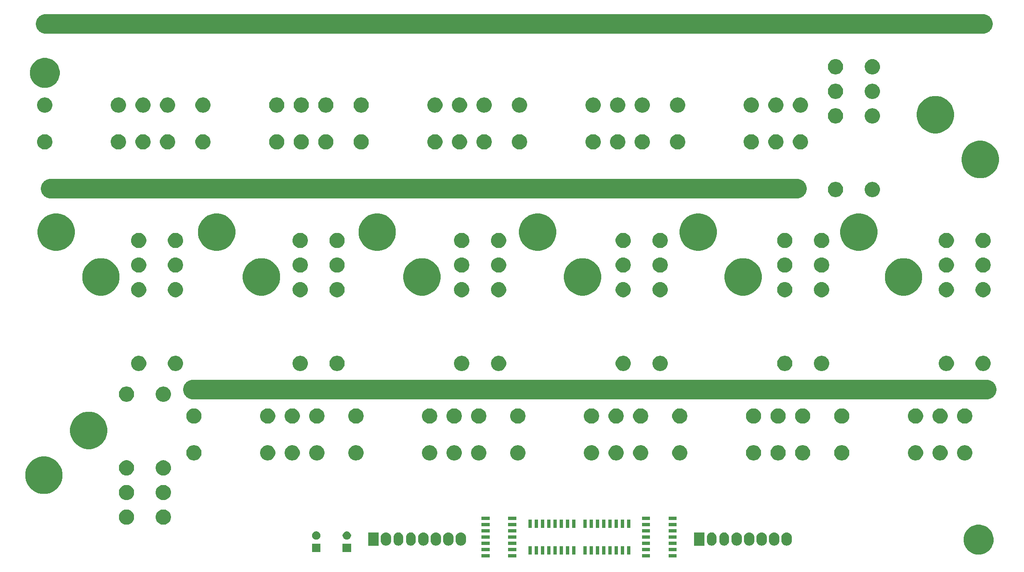
<source format=gbr>
%TF.GenerationSoftware,KiCad,Pcbnew,(6.0.0-rc1-dev-882-gdbc9130da)*%
%TF.CreationDate,2019-08-28T17:07:57+08:00*%
%TF.ProjectId,AntennaSwitch_6x2_RelayBoard,416E74656E6E615377697463685F3678,rev?*%
%TF.SameCoordinates,Original*%
%TF.FileFunction,Soldermask,Bot*%
%TF.FilePolarity,Negative*%
%FSLAX46Y46*%
G04 Gerber Fmt 4.6, Leading zero omitted, Abs format (unit mm)*
G04 Created by KiCad (PCBNEW (6.0.0-rc1-dev-882-gdbc9130da)) date 2019/8/28 17:07:57*
%MOMM*%
%LPD*%
G01*
G04 APERTURE LIST*
%ADD10C,4.000000*%
%ADD11C,0.350000*%
G04 APERTURE END LIST*
D10*
X85090000Y-119380000D02*
X246634000Y-119380000D01*
X56134000Y-78486000D02*
X208026000Y-78486000D01*
X55118000Y-44958000D02*
X245872000Y-44958000D01*
D11*
G36*
X150916200Y-153634000D02*
X149276200Y-153634000D01*
X149276200Y-152944000D01*
X150916200Y-152944000D01*
X150916200Y-153634000D01*
X150916200Y-153634000D01*
G37*
G36*
X145516200Y-153634000D02*
X143876200Y-153634000D01*
X143876200Y-152944000D01*
X145516200Y-152944000D01*
X145516200Y-153634000D01*
X145516200Y-153634000D01*
G37*
G36*
X183555200Y-153634000D02*
X181915200Y-153634000D01*
X181915200Y-152944000D01*
X183555200Y-152944000D01*
X183555200Y-153634000D01*
X183555200Y-153634000D01*
G37*
G36*
X178155200Y-153634000D02*
X176515200Y-153634000D01*
X176515200Y-152944000D01*
X178155200Y-152944000D01*
X178155200Y-153634000D01*
X178155200Y-153634000D01*
G37*
G36*
X245889941Y-147066248D02*
X245889943Y-147066249D01*
X245889944Y-147066249D01*
X246445190Y-147296239D01*
X246445191Y-147296240D01*
X246944902Y-147630136D01*
X247369864Y-148055098D01*
X247369866Y-148055101D01*
X247703761Y-148554810D01*
X247927228Y-149094308D01*
X247933752Y-149110059D01*
X248051000Y-149699501D01*
X248051000Y-150300499D01*
X247944246Y-150837186D01*
X247933751Y-150889944D01*
X247703761Y-151445190D01*
X247608892Y-151587171D01*
X247369864Y-151944902D01*
X246944902Y-152369864D01*
X246944899Y-152369866D01*
X246445190Y-152703761D01*
X245889944Y-152933751D01*
X245889943Y-152933751D01*
X245889941Y-152933752D01*
X245300499Y-153051000D01*
X244699501Y-153051000D01*
X244110059Y-152933752D01*
X244110057Y-152933751D01*
X244110056Y-152933751D01*
X243554810Y-152703761D01*
X243055101Y-152369866D01*
X243055098Y-152369864D01*
X242630136Y-151944902D01*
X242391108Y-151587171D01*
X242296239Y-151445190D01*
X242066249Y-150889944D01*
X242055755Y-150837186D01*
X241949000Y-150300499D01*
X241949000Y-149699501D01*
X242066248Y-149110059D01*
X242072772Y-149094308D01*
X242296239Y-148554810D01*
X242630134Y-148055101D01*
X242630136Y-148055098D01*
X243055098Y-147630136D01*
X243554809Y-147296240D01*
X243554810Y-147296239D01*
X244110056Y-147066249D01*
X244110057Y-147066249D01*
X244110059Y-147066248D01*
X244699501Y-146949000D01*
X245300499Y-146949000D01*
X245889941Y-147066248D01*
X245889941Y-147066248D01*
G37*
G36*
X172912200Y-153024000D02*
X172172200Y-153024000D01*
X172172200Y-151334000D01*
X172912200Y-151334000D01*
X172912200Y-153024000D01*
X172912200Y-153024000D01*
G37*
G36*
X155386200Y-153024000D02*
X154646200Y-153024000D01*
X154646200Y-151334000D01*
X155386200Y-151334000D01*
X155386200Y-153024000D01*
X155386200Y-153024000D01*
G37*
G36*
X157926200Y-153024000D02*
X157186200Y-153024000D01*
X157186200Y-151334000D01*
X157926200Y-151334000D01*
X157926200Y-153024000D01*
X157926200Y-153024000D01*
G37*
G36*
X154116200Y-153024000D02*
X153376200Y-153024000D01*
X153376200Y-151334000D01*
X154116200Y-151334000D01*
X154116200Y-153024000D01*
X154116200Y-153024000D01*
G37*
G36*
X174182200Y-153024000D02*
X173442200Y-153024000D01*
X173442200Y-151334000D01*
X174182200Y-151334000D01*
X174182200Y-153024000D01*
X174182200Y-153024000D01*
G37*
G36*
X171642200Y-153024000D02*
X170902200Y-153024000D01*
X170902200Y-151334000D01*
X171642200Y-151334000D01*
X171642200Y-153024000D01*
X171642200Y-153024000D01*
G37*
G36*
X170372200Y-153024000D02*
X169632200Y-153024000D01*
X169632200Y-151334000D01*
X170372200Y-151334000D01*
X170372200Y-153024000D01*
X170372200Y-153024000D01*
G37*
G36*
X156656200Y-153024000D02*
X155916200Y-153024000D01*
X155916200Y-151334000D01*
X156656200Y-151334000D01*
X156656200Y-153024000D01*
X156656200Y-153024000D01*
G37*
G36*
X166562200Y-153024000D02*
X165822200Y-153024000D01*
X165822200Y-151334000D01*
X166562200Y-151334000D01*
X166562200Y-153024000D01*
X166562200Y-153024000D01*
G37*
G36*
X165292200Y-153024000D02*
X164552200Y-153024000D01*
X164552200Y-151334000D01*
X165292200Y-151334000D01*
X165292200Y-153024000D01*
X165292200Y-153024000D01*
G37*
G36*
X169102200Y-153024000D02*
X168362200Y-153024000D01*
X168362200Y-151334000D01*
X169102200Y-151334000D01*
X169102200Y-153024000D01*
X169102200Y-153024000D01*
G37*
G36*
X159196200Y-153024000D02*
X158456200Y-153024000D01*
X158456200Y-151334000D01*
X159196200Y-151334000D01*
X159196200Y-153024000D01*
X159196200Y-153024000D01*
G37*
G36*
X160466200Y-153024000D02*
X159726200Y-153024000D01*
X159726200Y-151334000D01*
X160466200Y-151334000D01*
X160466200Y-153024000D01*
X160466200Y-153024000D01*
G37*
G36*
X161736200Y-153024000D02*
X160996200Y-153024000D01*
X160996200Y-151334000D01*
X161736200Y-151334000D01*
X161736200Y-153024000D01*
X161736200Y-153024000D01*
G37*
G36*
X163006200Y-153024000D02*
X162266200Y-153024000D01*
X162266200Y-151334000D01*
X163006200Y-151334000D01*
X163006200Y-153024000D01*
X163006200Y-153024000D01*
G37*
G36*
X167832200Y-153024000D02*
X167092200Y-153024000D01*
X167092200Y-151334000D01*
X167832200Y-151334000D01*
X167832200Y-153024000D01*
X167832200Y-153024000D01*
G37*
G36*
X111087000Y-152514400D02*
X109385000Y-152514400D01*
X109385000Y-150812400D01*
X111087000Y-150812400D01*
X111087000Y-152514400D01*
X111087000Y-152514400D01*
G37*
G36*
X117310000Y-152514400D02*
X115608000Y-152514400D01*
X115608000Y-150812400D01*
X117310000Y-150812400D01*
X117310000Y-152514400D01*
X117310000Y-152514400D01*
G37*
G36*
X150916200Y-152364000D02*
X149276200Y-152364000D01*
X149276200Y-151674000D01*
X150916200Y-151674000D01*
X150916200Y-152364000D01*
X150916200Y-152364000D01*
G37*
G36*
X145516200Y-152364000D02*
X143876200Y-152364000D01*
X143876200Y-151674000D01*
X145516200Y-151674000D01*
X145516200Y-152364000D01*
X145516200Y-152364000D01*
G37*
G36*
X183555200Y-152364000D02*
X181915200Y-152364000D01*
X181915200Y-151674000D01*
X183555200Y-151674000D01*
X183555200Y-152364000D01*
X183555200Y-152364000D01*
G37*
G36*
X178155200Y-152364000D02*
X176515200Y-152364000D01*
X176515200Y-151674000D01*
X178155200Y-151674000D01*
X178155200Y-152364000D01*
X178155200Y-152364000D01*
G37*
G36*
X195989231Y-148524207D02*
X196187345Y-148584305D01*
X196369929Y-148681897D01*
X196529965Y-148813235D01*
X196529966Y-148813237D01*
X196529968Y-148813238D01*
X196608768Y-148909257D01*
X196661303Y-148973271D01*
X196758895Y-149155854D01*
X196818993Y-149353968D01*
X196834200Y-149508370D01*
X196834200Y-150211629D01*
X196818993Y-150366031D01*
X196807475Y-150404000D01*
X196758895Y-150564147D01*
X196725997Y-150625694D01*
X196661303Y-150746729D01*
X196529965Y-150906765D01*
X196369929Y-151038103D01*
X196187346Y-151135695D01*
X195989232Y-151195793D01*
X195783200Y-151216085D01*
X195577169Y-151195793D01*
X195379055Y-151135695D01*
X195196472Y-151038103D01*
X195036436Y-150906765D01*
X194979334Y-150837186D01*
X194905099Y-150746731D01*
X194807506Y-150564148D01*
X194787473Y-150498108D01*
X194747407Y-150366032D01*
X194732200Y-150211630D01*
X194732200Y-149508371D01*
X194747407Y-149353969D01*
X194807505Y-149155855D01*
X194905097Y-148973271D01*
X195036435Y-148813235D01*
X195036437Y-148813234D01*
X195036438Y-148813232D01*
X195196469Y-148681899D01*
X195196471Y-148681897D01*
X195379054Y-148584305D01*
X195577168Y-148524207D01*
X195783200Y-148503915D01*
X195989231Y-148524207D01*
X195989231Y-148524207D01*
G37*
G36*
X124615231Y-148524207D02*
X124813345Y-148584305D01*
X124995929Y-148681897D01*
X125155965Y-148813235D01*
X125155966Y-148813237D01*
X125155968Y-148813238D01*
X125234768Y-148909257D01*
X125287303Y-148973271D01*
X125384895Y-149155854D01*
X125444993Y-149353968D01*
X125460200Y-149508370D01*
X125460200Y-150211629D01*
X125444993Y-150366031D01*
X125433475Y-150404000D01*
X125384895Y-150564147D01*
X125351997Y-150625694D01*
X125287303Y-150746729D01*
X125155965Y-150906765D01*
X124995929Y-151038103D01*
X124813346Y-151135695D01*
X124615232Y-151195793D01*
X124409200Y-151216085D01*
X124203169Y-151195793D01*
X124005055Y-151135695D01*
X123822472Y-151038103D01*
X123662436Y-150906765D01*
X123605334Y-150837186D01*
X123531099Y-150746731D01*
X123433506Y-150564148D01*
X123413473Y-150498108D01*
X123373407Y-150366032D01*
X123358200Y-150211630D01*
X123358200Y-149508371D01*
X123373407Y-149353969D01*
X123433505Y-149155855D01*
X123531097Y-148973271D01*
X123662435Y-148813235D01*
X123662437Y-148813234D01*
X123662438Y-148813232D01*
X123822469Y-148681899D01*
X123822471Y-148681897D01*
X124005054Y-148584305D01*
X124203168Y-148524207D01*
X124409200Y-148503915D01*
X124615231Y-148524207D01*
X124615231Y-148524207D01*
G37*
G36*
X132235231Y-148524207D02*
X132433345Y-148584305D01*
X132615929Y-148681897D01*
X132775965Y-148813235D01*
X132775966Y-148813237D01*
X132775968Y-148813238D01*
X132854768Y-148909257D01*
X132907303Y-148973271D01*
X133004895Y-149155854D01*
X133064993Y-149353968D01*
X133080200Y-149508370D01*
X133080200Y-150211629D01*
X133064993Y-150366031D01*
X133053475Y-150404000D01*
X133004895Y-150564147D01*
X132971997Y-150625694D01*
X132907303Y-150746729D01*
X132775965Y-150906765D01*
X132615929Y-151038103D01*
X132433346Y-151135695D01*
X132235232Y-151195793D01*
X132029200Y-151216085D01*
X131823169Y-151195793D01*
X131625055Y-151135695D01*
X131442472Y-151038103D01*
X131282436Y-150906765D01*
X131225334Y-150837186D01*
X131151099Y-150746731D01*
X131053506Y-150564148D01*
X131033473Y-150498108D01*
X130993407Y-150366032D01*
X130978200Y-150211630D01*
X130978200Y-149508371D01*
X130993407Y-149353969D01*
X131053505Y-149155855D01*
X131151097Y-148973271D01*
X131282435Y-148813235D01*
X131282437Y-148813234D01*
X131282438Y-148813232D01*
X131442469Y-148681899D01*
X131442471Y-148681897D01*
X131625054Y-148584305D01*
X131823168Y-148524207D01*
X132029200Y-148503915D01*
X132235231Y-148524207D01*
X132235231Y-148524207D01*
G37*
G36*
X134775231Y-148524207D02*
X134973345Y-148584305D01*
X135155929Y-148681897D01*
X135315965Y-148813235D01*
X135315966Y-148813237D01*
X135315968Y-148813238D01*
X135394768Y-148909257D01*
X135447303Y-148973271D01*
X135544895Y-149155854D01*
X135604993Y-149353968D01*
X135620200Y-149508370D01*
X135620200Y-150211629D01*
X135604993Y-150366031D01*
X135593475Y-150404000D01*
X135544895Y-150564147D01*
X135511997Y-150625694D01*
X135447303Y-150746729D01*
X135315965Y-150906765D01*
X135155929Y-151038103D01*
X134973346Y-151135695D01*
X134775232Y-151195793D01*
X134569200Y-151216085D01*
X134363169Y-151195793D01*
X134165055Y-151135695D01*
X133982472Y-151038103D01*
X133822436Y-150906765D01*
X133765334Y-150837186D01*
X133691099Y-150746731D01*
X133593506Y-150564148D01*
X133573473Y-150498108D01*
X133533407Y-150366032D01*
X133518200Y-150211630D01*
X133518200Y-149508371D01*
X133533407Y-149353969D01*
X133593505Y-149155855D01*
X133691097Y-148973271D01*
X133822435Y-148813235D01*
X133822437Y-148813234D01*
X133822438Y-148813232D01*
X133982469Y-148681899D01*
X133982471Y-148681897D01*
X134165054Y-148584305D01*
X134363168Y-148524207D01*
X134569200Y-148503915D01*
X134775231Y-148524207D01*
X134775231Y-148524207D01*
G37*
G36*
X139855231Y-148524207D02*
X140053345Y-148584305D01*
X140235929Y-148681897D01*
X140395965Y-148813235D01*
X140395966Y-148813237D01*
X140395968Y-148813238D01*
X140474768Y-148909257D01*
X140527303Y-148973271D01*
X140624895Y-149155854D01*
X140684993Y-149353968D01*
X140700200Y-149508370D01*
X140700200Y-150211629D01*
X140684993Y-150366031D01*
X140673475Y-150404000D01*
X140624895Y-150564147D01*
X140591997Y-150625694D01*
X140527303Y-150746729D01*
X140395965Y-150906765D01*
X140235929Y-151038103D01*
X140053346Y-151135695D01*
X139855232Y-151195793D01*
X139649200Y-151216085D01*
X139443169Y-151195793D01*
X139245055Y-151135695D01*
X139062472Y-151038103D01*
X138902436Y-150906765D01*
X138845334Y-150837186D01*
X138771099Y-150746731D01*
X138673506Y-150564148D01*
X138653473Y-150498108D01*
X138613407Y-150366032D01*
X138598200Y-150211630D01*
X138598200Y-149508371D01*
X138613407Y-149353969D01*
X138673505Y-149155855D01*
X138771097Y-148973271D01*
X138902435Y-148813235D01*
X138902437Y-148813234D01*
X138902438Y-148813232D01*
X139062469Y-148681899D01*
X139062471Y-148681897D01*
X139245054Y-148584305D01*
X139443168Y-148524207D01*
X139649200Y-148503915D01*
X139855231Y-148524207D01*
X139855231Y-148524207D01*
G37*
G36*
X198529231Y-148524207D02*
X198727345Y-148584305D01*
X198909929Y-148681897D01*
X199069965Y-148813235D01*
X199069966Y-148813237D01*
X199069968Y-148813238D01*
X199148768Y-148909257D01*
X199201303Y-148973271D01*
X199298895Y-149155854D01*
X199358993Y-149353968D01*
X199374200Y-149508370D01*
X199374200Y-150211629D01*
X199358993Y-150366031D01*
X199347475Y-150404000D01*
X199298895Y-150564147D01*
X199265997Y-150625694D01*
X199201303Y-150746729D01*
X199069965Y-150906765D01*
X198909929Y-151038103D01*
X198727346Y-151135695D01*
X198529232Y-151195793D01*
X198323200Y-151216085D01*
X198117169Y-151195793D01*
X197919055Y-151135695D01*
X197736472Y-151038103D01*
X197576436Y-150906765D01*
X197519334Y-150837186D01*
X197445099Y-150746731D01*
X197347506Y-150564148D01*
X197327473Y-150498108D01*
X197287407Y-150366032D01*
X197272200Y-150211630D01*
X197272200Y-149508371D01*
X197287407Y-149353969D01*
X197347505Y-149155855D01*
X197445097Y-148973271D01*
X197576435Y-148813235D01*
X197576437Y-148813234D01*
X197576438Y-148813232D01*
X197736469Y-148681899D01*
X197736471Y-148681897D01*
X197919054Y-148584305D01*
X198117168Y-148524207D01*
X198323200Y-148503915D01*
X198529231Y-148524207D01*
X198529231Y-148524207D01*
G37*
G36*
X201069231Y-148524207D02*
X201267345Y-148584305D01*
X201449929Y-148681897D01*
X201609965Y-148813235D01*
X201609966Y-148813237D01*
X201609968Y-148813238D01*
X201688768Y-148909257D01*
X201741303Y-148973271D01*
X201838895Y-149155854D01*
X201898993Y-149353968D01*
X201914200Y-149508370D01*
X201914200Y-150211629D01*
X201898993Y-150366031D01*
X201887475Y-150404000D01*
X201838895Y-150564147D01*
X201805997Y-150625694D01*
X201741303Y-150746729D01*
X201609965Y-150906765D01*
X201449929Y-151038103D01*
X201267346Y-151135695D01*
X201069232Y-151195793D01*
X200863200Y-151216085D01*
X200657169Y-151195793D01*
X200459055Y-151135695D01*
X200276472Y-151038103D01*
X200116436Y-150906765D01*
X200059334Y-150837186D01*
X199985099Y-150746731D01*
X199887506Y-150564148D01*
X199867473Y-150498108D01*
X199827407Y-150366032D01*
X199812200Y-150211630D01*
X199812200Y-149508371D01*
X199827407Y-149353969D01*
X199887505Y-149155855D01*
X199985097Y-148973271D01*
X200116435Y-148813235D01*
X200116437Y-148813234D01*
X200116438Y-148813232D01*
X200276469Y-148681899D01*
X200276471Y-148681897D01*
X200459054Y-148584305D01*
X200657168Y-148524207D01*
X200863200Y-148503915D01*
X201069231Y-148524207D01*
X201069231Y-148524207D01*
G37*
G36*
X203609231Y-148524207D02*
X203807345Y-148584305D01*
X203989929Y-148681897D01*
X204149965Y-148813235D01*
X204149966Y-148813237D01*
X204149968Y-148813238D01*
X204228768Y-148909257D01*
X204281303Y-148973271D01*
X204378895Y-149155854D01*
X204438993Y-149353968D01*
X204454200Y-149508370D01*
X204454200Y-150211629D01*
X204438993Y-150366031D01*
X204427475Y-150404000D01*
X204378895Y-150564147D01*
X204345997Y-150625694D01*
X204281303Y-150746729D01*
X204149965Y-150906765D01*
X203989929Y-151038103D01*
X203807346Y-151135695D01*
X203609232Y-151195793D01*
X203403200Y-151216085D01*
X203197169Y-151195793D01*
X202999055Y-151135695D01*
X202816472Y-151038103D01*
X202656436Y-150906765D01*
X202599334Y-150837186D01*
X202525099Y-150746731D01*
X202427506Y-150564148D01*
X202407473Y-150498108D01*
X202367407Y-150366032D01*
X202352200Y-150211630D01*
X202352200Y-149508371D01*
X202367407Y-149353969D01*
X202427505Y-149155855D01*
X202525097Y-148973271D01*
X202656435Y-148813235D01*
X202656437Y-148813234D01*
X202656438Y-148813232D01*
X202816469Y-148681899D01*
X202816471Y-148681897D01*
X202999054Y-148584305D01*
X203197168Y-148524207D01*
X203403200Y-148503915D01*
X203609231Y-148524207D01*
X203609231Y-148524207D01*
G37*
G36*
X206149231Y-148524207D02*
X206347345Y-148584305D01*
X206529929Y-148681897D01*
X206689965Y-148813235D01*
X206689966Y-148813237D01*
X206689968Y-148813238D01*
X206768768Y-148909257D01*
X206821303Y-148973271D01*
X206918895Y-149155854D01*
X206978993Y-149353968D01*
X206994200Y-149508370D01*
X206994200Y-150211629D01*
X206978993Y-150366031D01*
X206967475Y-150404000D01*
X206918895Y-150564147D01*
X206885997Y-150625694D01*
X206821303Y-150746729D01*
X206689965Y-150906765D01*
X206529929Y-151038103D01*
X206347346Y-151135695D01*
X206149232Y-151195793D01*
X205943200Y-151216085D01*
X205737169Y-151195793D01*
X205539055Y-151135695D01*
X205356472Y-151038103D01*
X205196436Y-150906765D01*
X205139334Y-150837186D01*
X205065099Y-150746731D01*
X204967506Y-150564148D01*
X204947473Y-150498108D01*
X204907407Y-150366032D01*
X204892200Y-150211630D01*
X204892200Y-149508371D01*
X204907407Y-149353969D01*
X204967505Y-149155855D01*
X205065097Y-148973271D01*
X205196435Y-148813235D01*
X205196437Y-148813234D01*
X205196438Y-148813232D01*
X205356469Y-148681899D01*
X205356471Y-148681897D01*
X205539054Y-148584305D01*
X205737168Y-148524207D01*
X205943200Y-148503915D01*
X206149231Y-148524207D01*
X206149231Y-148524207D01*
G37*
G36*
X137315231Y-148524207D02*
X137513345Y-148584305D01*
X137695929Y-148681897D01*
X137855965Y-148813235D01*
X137855966Y-148813237D01*
X137855968Y-148813238D01*
X137934768Y-148909257D01*
X137987303Y-148973271D01*
X138084895Y-149155854D01*
X138144993Y-149353968D01*
X138160200Y-149508370D01*
X138160200Y-150211629D01*
X138144993Y-150366031D01*
X138133475Y-150404000D01*
X138084895Y-150564147D01*
X138051997Y-150625694D01*
X137987303Y-150746729D01*
X137855965Y-150906765D01*
X137695929Y-151038103D01*
X137513346Y-151135695D01*
X137315232Y-151195793D01*
X137109200Y-151216085D01*
X136903169Y-151195793D01*
X136705055Y-151135695D01*
X136522472Y-151038103D01*
X136362436Y-150906765D01*
X136305334Y-150837186D01*
X136231099Y-150746731D01*
X136133506Y-150564148D01*
X136113473Y-150498108D01*
X136073407Y-150366032D01*
X136058200Y-150211630D01*
X136058200Y-149508371D01*
X136073407Y-149353969D01*
X136133505Y-149155855D01*
X136231097Y-148973271D01*
X136362435Y-148813235D01*
X136362437Y-148813234D01*
X136362438Y-148813232D01*
X136522469Y-148681899D01*
X136522471Y-148681897D01*
X136705054Y-148584305D01*
X136903168Y-148524207D01*
X137109200Y-148503915D01*
X137315231Y-148524207D01*
X137315231Y-148524207D01*
G37*
G36*
X193429624Y-148522760D02*
X193429627Y-148522761D01*
X193429628Y-148522761D01*
X193608892Y-148577140D01*
X193608894Y-148577141D01*
X193608897Y-148577142D01*
X193774104Y-148665446D01*
X193918912Y-148784288D01*
X194037752Y-148929095D01*
X194037753Y-148929097D01*
X194126060Y-149094307D01*
X194172126Y-149246168D01*
X194180440Y-149273575D01*
X194194200Y-149413282D01*
X194194200Y-150306717D01*
X194180440Y-150446426D01*
X194126060Y-150625694D01*
X194037752Y-150790905D01*
X193918912Y-150935712D01*
X193774105Y-151054552D01*
X193774103Y-151054553D01*
X193608893Y-151142860D01*
X193429629Y-151197239D01*
X193429628Y-151197239D01*
X193429625Y-151197240D01*
X193243200Y-151215601D01*
X193056776Y-151197240D01*
X193056773Y-151197239D01*
X193056772Y-151197239D01*
X192877508Y-151142860D01*
X192712298Y-151054553D01*
X192712296Y-151054552D01*
X192567489Y-150935712D01*
X192448649Y-150790905D01*
X192360340Y-150625691D01*
X192305960Y-150446430D01*
X192292200Y-150306718D01*
X192292200Y-149413283D01*
X192305960Y-149273576D01*
X192305961Y-149273572D01*
X192360340Y-149094308D01*
X192360341Y-149094306D01*
X192360342Y-149094303D01*
X192448646Y-148929096D01*
X192567488Y-148784288D01*
X192712295Y-148665448D01*
X192877505Y-148577141D01*
X192877507Y-148577140D01*
X193056771Y-148522761D01*
X193056772Y-148522761D01*
X193056775Y-148522760D01*
X193243200Y-148504399D01*
X193429624Y-148522760D01*
X193429624Y-148522760D01*
G37*
G36*
X190889624Y-148522760D02*
X190889627Y-148522761D01*
X190889628Y-148522761D01*
X191068892Y-148577140D01*
X191068894Y-148577141D01*
X191068897Y-148577142D01*
X191234104Y-148665446D01*
X191378912Y-148784288D01*
X191497752Y-148929095D01*
X191497753Y-148929097D01*
X191586060Y-149094307D01*
X191632126Y-149246168D01*
X191640440Y-149273575D01*
X191654200Y-149413282D01*
X191654200Y-150306717D01*
X191640440Y-150446426D01*
X191586060Y-150625694D01*
X191497752Y-150790905D01*
X191378912Y-150935712D01*
X191234105Y-151054552D01*
X191234103Y-151054553D01*
X191068893Y-151142860D01*
X190889629Y-151197239D01*
X190889628Y-151197239D01*
X190889625Y-151197240D01*
X190703200Y-151215601D01*
X190516776Y-151197240D01*
X190516773Y-151197239D01*
X190516772Y-151197239D01*
X190337508Y-151142860D01*
X190172298Y-151054553D01*
X190172296Y-151054552D01*
X190027489Y-150935712D01*
X189908649Y-150790905D01*
X189820340Y-150625691D01*
X189765960Y-150446430D01*
X189752200Y-150306718D01*
X189752200Y-149413283D01*
X189765960Y-149273576D01*
X189765961Y-149273572D01*
X189820340Y-149094308D01*
X189820341Y-149094306D01*
X189820342Y-149094303D01*
X189908646Y-148929096D01*
X190027488Y-148784288D01*
X190172295Y-148665448D01*
X190337505Y-148577141D01*
X190337507Y-148577140D01*
X190516771Y-148522761D01*
X190516772Y-148522761D01*
X190516775Y-148522760D01*
X190703200Y-148504399D01*
X190889624Y-148522760D01*
X190889624Y-148522760D01*
G37*
G36*
X127135624Y-148522760D02*
X127135627Y-148522761D01*
X127135628Y-148522761D01*
X127314892Y-148577140D01*
X127314894Y-148577141D01*
X127314897Y-148577142D01*
X127480104Y-148665446D01*
X127624912Y-148784288D01*
X127743752Y-148929095D01*
X127743753Y-148929097D01*
X127832060Y-149094307D01*
X127878126Y-149246168D01*
X127886440Y-149273575D01*
X127900200Y-149413282D01*
X127900200Y-150306717D01*
X127886440Y-150446426D01*
X127832060Y-150625694D01*
X127743752Y-150790905D01*
X127624912Y-150935712D01*
X127480105Y-151054552D01*
X127480103Y-151054553D01*
X127314893Y-151142860D01*
X127135629Y-151197239D01*
X127135628Y-151197239D01*
X127135625Y-151197240D01*
X126949200Y-151215601D01*
X126762776Y-151197240D01*
X126762773Y-151197239D01*
X126762772Y-151197239D01*
X126583508Y-151142860D01*
X126418298Y-151054553D01*
X126418296Y-151054552D01*
X126273489Y-150935712D01*
X126154649Y-150790905D01*
X126066340Y-150625691D01*
X126011960Y-150446430D01*
X125998200Y-150306718D01*
X125998200Y-149413283D01*
X126011960Y-149273576D01*
X126011961Y-149273572D01*
X126066340Y-149094308D01*
X126066341Y-149094306D01*
X126066342Y-149094303D01*
X126154646Y-148929096D01*
X126273488Y-148784288D01*
X126418295Y-148665448D01*
X126583505Y-148577141D01*
X126583507Y-148577140D01*
X126762771Y-148522761D01*
X126762772Y-148522761D01*
X126762775Y-148522760D01*
X126949200Y-148504399D01*
X127135624Y-148522760D01*
X127135624Y-148522760D01*
G37*
G36*
X129675624Y-148522760D02*
X129675627Y-148522761D01*
X129675628Y-148522761D01*
X129854892Y-148577140D01*
X129854894Y-148577141D01*
X129854897Y-148577142D01*
X130020104Y-148665446D01*
X130164912Y-148784288D01*
X130283752Y-148929095D01*
X130283753Y-148929097D01*
X130372060Y-149094307D01*
X130418126Y-149246168D01*
X130426440Y-149273575D01*
X130440200Y-149413282D01*
X130440200Y-150306717D01*
X130426440Y-150446426D01*
X130372060Y-150625694D01*
X130283752Y-150790905D01*
X130164912Y-150935712D01*
X130020105Y-151054552D01*
X130020103Y-151054553D01*
X129854893Y-151142860D01*
X129675629Y-151197239D01*
X129675628Y-151197239D01*
X129675625Y-151197240D01*
X129489200Y-151215601D01*
X129302776Y-151197240D01*
X129302773Y-151197239D01*
X129302772Y-151197239D01*
X129123508Y-151142860D01*
X128958298Y-151054553D01*
X128958296Y-151054552D01*
X128813489Y-150935712D01*
X128694649Y-150790905D01*
X128606340Y-150625691D01*
X128551960Y-150446430D01*
X128538200Y-150306718D01*
X128538200Y-149413283D01*
X128551960Y-149273576D01*
X128551961Y-149273572D01*
X128606340Y-149094308D01*
X128606341Y-149094306D01*
X128606342Y-149094303D01*
X128694646Y-148929096D01*
X128813488Y-148784288D01*
X128958295Y-148665448D01*
X129123505Y-148577141D01*
X129123507Y-148577140D01*
X129302771Y-148522761D01*
X129302772Y-148522761D01*
X129302775Y-148522760D01*
X129489200Y-148504399D01*
X129675624Y-148522760D01*
X129675624Y-148522760D01*
G37*
G36*
X122920200Y-151211000D02*
X120818200Y-151211000D01*
X120818200Y-148509000D01*
X122920200Y-148509000D01*
X122920200Y-151211000D01*
X122920200Y-151211000D01*
G37*
G36*
X189214200Y-151211000D02*
X187112200Y-151211000D01*
X187112200Y-148509000D01*
X189214200Y-148509000D01*
X189214200Y-151211000D01*
X189214200Y-151211000D01*
G37*
G36*
X150916200Y-151094000D02*
X149276200Y-151094000D01*
X149276200Y-150404000D01*
X150916200Y-150404000D01*
X150916200Y-151094000D01*
X150916200Y-151094000D01*
G37*
G36*
X145516200Y-151094000D02*
X143876200Y-151094000D01*
X143876200Y-150404000D01*
X145516200Y-150404000D01*
X145516200Y-151094000D01*
X145516200Y-151094000D01*
G37*
G36*
X183555200Y-151094000D02*
X181915200Y-151094000D01*
X181915200Y-150404000D01*
X183555200Y-150404000D01*
X183555200Y-151094000D01*
X183555200Y-151094000D01*
G37*
G36*
X178155200Y-151094000D02*
X176515200Y-151094000D01*
X176515200Y-150404000D01*
X178155200Y-150404000D01*
X178155200Y-151094000D01*
X178155200Y-151094000D01*
G37*
G36*
X110484228Y-148345103D02*
X110639100Y-148409253D01*
X110778481Y-148502385D01*
X110897015Y-148620919D01*
X110990147Y-148760300D01*
X111054297Y-148915172D01*
X111087000Y-149079584D01*
X111087000Y-149247216D01*
X111054297Y-149411628D01*
X110990147Y-149566500D01*
X110897015Y-149705881D01*
X110778481Y-149824415D01*
X110639100Y-149917547D01*
X110484228Y-149981697D01*
X110319816Y-150014400D01*
X110152184Y-150014400D01*
X109987772Y-149981697D01*
X109832900Y-149917547D01*
X109693519Y-149824415D01*
X109574985Y-149705881D01*
X109481853Y-149566500D01*
X109417703Y-149411628D01*
X109385000Y-149247216D01*
X109385000Y-149079584D01*
X109417703Y-148915172D01*
X109481853Y-148760300D01*
X109574985Y-148620919D01*
X109693519Y-148502385D01*
X109832900Y-148409253D01*
X109987772Y-148345103D01*
X110152184Y-148312400D01*
X110319816Y-148312400D01*
X110484228Y-148345103D01*
X110484228Y-148345103D01*
G37*
G36*
X116707228Y-148345103D02*
X116862100Y-148409253D01*
X117001481Y-148502385D01*
X117120015Y-148620919D01*
X117213147Y-148760300D01*
X117277297Y-148915172D01*
X117310000Y-149079584D01*
X117310000Y-149247216D01*
X117277297Y-149411628D01*
X117213147Y-149566500D01*
X117120015Y-149705881D01*
X117001481Y-149824415D01*
X116862100Y-149917547D01*
X116707228Y-149981697D01*
X116542816Y-150014400D01*
X116375184Y-150014400D01*
X116210772Y-149981697D01*
X116055900Y-149917547D01*
X115916519Y-149824415D01*
X115797985Y-149705881D01*
X115704853Y-149566500D01*
X115640703Y-149411628D01*
X115608000Y-149247216D01*
X115608000Y-149079584D01*
X115640703Y-148915172D01*
X115704853Y-148760300D01*
X115797985Y-148620919D01*
X115916519Y-148502385D01*
X116055900Y-148409253D01*
X116210772Y-148345103D01*
X116375184Y-148312400D01*
X116542816Y-148312400D01*
X116707228Y-148345103D01*
X116707228Y-148345103D01*
G37*
G36*
X145516200Y-149824000D02*
X143876200Y-149824000D01*
X143876200Y-149134000D01*
X145516200Y-149134000D01*
X145516200Y-149824000D01*
X145516200Y-149824000D01*
G37*
G36*
X183555200Y-149824000D02*
X181915200Y-149824000D01*
X181915200Y-149134000D01*
X183555200Y-149134000D01*
X183555200Y-149824000D01*
X183555200Y-149824000D01*
G37*
G36*
X178155200Y-149824000D02*
X176515200Y-149824000D01*
X176515200Y-149134000D01*
X178155200Y-149134000D01*
X178155200Y-149824000D01*
X178155200Y-149824000D01*
G37*
G36*
X150916200Y-149824000D02*
X149276200Y-149824000D01*
X149276200Y-149134000D01*
X150916200Y-149134000D01*
X150916200Y-149824000D01*
X150916200Y-149824000D01*
G37*
G36*
X145516200Y-148554000D02*
X143876200Y-148554000D01*
X143876200Y-147864000D01*
X145516200Y-147864000D01*
X145516200Y-148554000D01*
X145516200Y-148554000D01*
G37*
G36*
X150916200Y-148554000D02*
X149276200Y-148554000D01*
X149276200Y-147864000D01*
X150916200Y-147864000D01*
X150916200Y-148554000D01*
X150916200Y-148554000D01*
G37*
G36*
X178155200Y-148554000D02*
X176515200Y-148554000D01*
X176515200Y-147864000D01*
X178155200Y-147864000D01*
X178155200Y-148554000D01*
X178155200Y-148554000D01*
G37*
G36*
X183555200Y-148554000D02*
X181915200Y-148554000D01*
X181915200Y-147864000D01*
X183555200Y-147864000D01*
X183555200Y-148554000D01*
X183555200Y-148554000D01*
G37*
G36*
X154116200Y-147624000D02*
X153376200Y-147624000D01*
X153376200Y-145934000D01*
X154116200Y-145934000D01*
X154116200Y-147624000D01*
X154116200Y-147624000D01*
G37*
G36*
X171642200Y-147624000D02*
X170902200Y-147624000D01*
X170902200Y-145934000D01*
X171642200Y-145934000D01*
X171642200Y-147624000D01*
X171642200Y-147624000D01*
G37*
G36*
X170372200Y-147624000D02*
X169632200Y-147624000D01*
X169632200Y-145934000D01*
X170372200Y-145934000D01*
X170372200Y-147624000D01*
X170372200Y-147624000D01*
G37*
G36*
X169102200Y-147624000D02*
X168362200Y-147624000D01*
X168362200Y-145934000D01*
X169102200Y-145934000D01*
X169102200Y-147624000D01*
X169102200Y-147624000D01*
G37*
G36*
X167832200Y-147624000D02*
X167092200Y-147624000D01*
X167092200Y-145934000D01*
X167832200Y-145934000D01*
X167832200Y-147624000D01*
X167832200Y-147624000D01*
G37*
G36*
X166562200Y-147624000D02*
X165822200Y-147624000D01*
X165822200Y-145934000D01*
X166562200Y-145934000D01*
X166562200Y-147624000D01*
X166562200Y-147624000D01*
G37*
G36*
X165292200Y-147624000D02*
X164552200Y-147624000D01*
X164552200Y-145934000D01*
X165292200Y-145934000D01*
X165292200Y-147624000D01*
X165292200Y-147624000D01*
G37*
G36*
X174182200Y-147624000D02*
X173442200Y-147624000D01*
X173442200Y-145934000D01*
X174182200Y-145934000D01*
X174182200Y-147624000D01*
X174182200Y-147624000D01*
G37*
G36*
X161736200Y-147624000D02*
X160996200Y-147624000D01*
X160996200Y-145934000D01*
X161736200Y-145934000D01*
X161736200Y-147624000D01*
X161736200Y-147624000D01*
G37*
G36*
X160466200Y-147624000D02*
X159726200Y-147624000D01*
X159726200Y-145934000D01*
X160466200Y-145934000D01*
X160466200Y-147624000D01*
X160466200Y-147624000D01*
G37*
G36*
X159196200Y-147624000D02*
X158456200Y-147624000D01*
X158456200Y-145934000D01*
X159196200Y-145934000D01*
X159196200Y-147624000D01*
X159196200Y-147624000D01*
G37*
G36*
X172912200Y-147624000D02*
X172172200Y-147624000D01*
X172172200Y-145934000D01*
X172912200Y-145934000D01*
X172912200Y-147624000D01*
X172912200Y-147624000D01*
G37*
G36*
X157926200Y-147624000D02*
X157186200Y-147624000D01*
X157186200Y-145934000D01*
X157926200Y-145934000D01*
X157926200Y-147624000D01*
X157926200Y-147624000D01*
G37*
G36*
X155386200Y-147624000D02*
X154646200Y-147624000D01*
X154646200Y-145934000D01*
X155386200Y-145934000D01*
X155386200Y-147624000D01*
X155386200Y-147624000D01*
G37*
G36*
X156656200Y-147624000D02*
X155916200Y-147624000D01*
X155916200Y-145934000D01*
X156656200Y-145934000D01*
X156656200Y-147624000D01*
X156656200Y-147624000D01*
G37*
G36*
X163006200Y-147624000D02*
X162266200Y-147624000D01*
X162266200Y-145934000D01*
X163006200Y-145934000D01*
X163006200Y-147624000D01*
X163006200Y-147624000D01*
G37*
G36*
X150916200Y-147284000D02*
X149276200Y-147284000D01*
X149276200Y-146594000D01*
X150916200Y-146594000D01*
X150916200Y-147284000D01*
X150916200Y-147284000D01*
G37*
G36*
X145516200Y-147284000D02*
X143876200Y-147284000D01*
X143876200Y-146594000D01*
X145516200Y-146594000D01*
X145516200Y-147284000D01*
X145516200Y-147284000D01*
G37*
G36*
X183555200Y-147284000D02*
X181915200Y-147284000D01*
X181915200Y-146594000D01*
X183555200Y-146594000D01*
X183555200Y-147284000D01*
X183555200Y-147284000D01*
G37*
G36*
X178155200Y-147284000D02*
X176515200Y-147284000D01*
X176515200Y-146594000D01*
X178155200Y-146594000D01*
X178155200Y-147284000D01*
X178155200Y-147284000D01*
G37*
G36*
X79480527Y-143884736D02*
X79580410Y-143904604D01*
X79862674Y-144021521D01*
X80116705Y-144191259D01*
X80332741Y-144407295D01*
X80502479Y-144661326D01*
X80619396Y-144943590D01*
X80679000Y-145243240D01*
X80679000Y-145548760D01*
X80619396Y-145848410D01*
X80502479Y-146130674D01*
X80332741Y-146384705D01*
X80116705Y-146600741D01*
X79862674Y-146770479D01*
X79580410Y-146887396D01*
X79480527Y-146907264D01*
X79280762Y-146947000D01*
X78975238Y-146947000D01*
X78775473Y-146907264D01*
X78675590Y-146887396D01*
X78393326Y-146770479D01*
X78139295Y-146600741D01*
X77923259Y-146384705D01*
X77753521Y-146130674D01*
X77636604Y-145848410D01*
X77577000Y-145548760D01*
X77577000Y-145243240D01*
X77636604Y-144943590D01*
X77753521Y-144661326D01*
X77923259Y-144407295D01*
X78139295Y-144191259D01*
X78393326Y-144021521D01*
X78675590Y-143904604D01*
X78775473Y-143884736D01*
X78975238Y-143845000D01*
X79280762Y-143845000D01*
X79480527Y-143884736D01*
X79480527Y-143884736D01*
G37*
G36*
X71980527Y-143884736D02*
X72080410Y-143904604D01*
X72362674Y-144021521D01*
X72616705Y-144191259D01*
X72832741Y-144407295D01*
X73002479Y-144661326D01*
X73119396Y-144943590D01*
X73179000Y-145243240D01*
X73179000Y-145548760D01*
X73119396Y-145848410D01*
X73002479Y-146130674D01*
X72832741Y-146384705D01*
X72616705Y-146600741D01*
X72362674Y-146770479D01*
X72080410Y-146887396D01*
X71980527Y-146907264D01*
X71780762Y-146947000D01*
X71475238Y-146947000D01*
X71275473Y-146907264D01*
X71175590Y-146887396D01*
X70893326Y-146770479D01*
X70639295Y-146600741D01*
X70423259Y-146384705D01*
X70253521Y-146130674D01*
X70136604Y-145848410D01*
X70077000Y-145548760D01*
X70077000Y-145243240D01*
X70136604Y-144943590D01*
X70253521Y-144661326D01*
X70423259Y-144407295D01*
X70639295Y-144191259D01*
X70893326Y-144021521D01*
X71175590Y-143904604D01*
X71275473Y-143884736D01*
X71475238Y-143845000D01*
X71780762Y-143845000D01*
X71980527Y-143884736D01*
X71980527Y-143884736D01*
G37*
G36*
X178155200Y-146014000D02*
X176515200Y-146014000D01*
X176515200Y-145324000D01*
X178155200Y-145324000D01*
X178155200Y-146014000D01*
X178155200Y-146014000D01*
G37*
G36*
X145516200Y-146014000D02*
X143876200Y-146014000D01*
X143876200Y-145324000D01*
X145516200Y-145324000D01*
X145516200Y-146014000D01*
X145516200Y-146014000D01*
G37*
G36*
X183555200Y-146014000D02*
X181915200Y-146014000D01*
X181915200Y-145324000D01*
X183555200Y-145324000D01*
X183555200Y-146014000D01*
X183555200Y-146014000D01*
G37*
G36*
X150916200Y-146014000D02*
X149276200Y-146014000D01*
X149276200Y-145324000D01*
X150916200Y-145324000D01*
X150916200Y-146014000D01*
X150916200Y-146014000D01*
G37*
G36*
X79480527Y-138884736D02*
X79580410Y-138904604D01*
X79862674Y-139021521D01*
X80116705Y-139191259D01*
X80332741Y-139407295D01*
X80502479Y-139661326D01*
X80619396Y-139943590D01*
X80679000Y-140243240D01*
X80679000Y-140548760D01*
X80619396Y-140848410D01*
X80502479Y-141130674D01*
X80332741Y-141384705D01*
X80116705Y-141600741D01*
X79862674Y-141770479D01*
X79580410Y-141887396D01*
X79480527Y-141907264D01*
X79280762Y-141947000D01*
X78975238Y-141947000D01*
X78775473Y-141907264D01*
X78675590Y-141887396D01*
X78393326Y-141770479D01*
X78139295Y-141600741D01*
X77923259Y-141384705D01*
X77753521Y-141130674D01*
X77636604Y-140848410D01*
X77577000Y-140548760D01*
X77577000Y-140243240D01*
X77636604Y-139943590D01*
X77753521Y-139661326D01*
X77923259Y-139407295D01*
X78139295Y-139191259D01*
X78393326Y-139021521D01*
X78675590Y-138904604D01*
X78775473Y-138884736D01*
X78975238Y-138845000D01*
X79280762Y-138845000D01*
X79480527Y-138884736D01*
X79480527Y-138884736D01*
G37*
G36*
X71980527Y-138884736D02*
X72080410Y-138904604D01*
X72362674Y-139021521D01*
X72616705Y-139191259D01*
X72832741Y-139407295D01*
X73002479Y-139661326D01*
X73119396Y-139943590D01*
X73179000Y-140243240D01*
X73179000Y-140548760D01*
X73119396Y-140848410D01*
X73002479Y-141130674D01*
X72832741Y-141384705D01*
X72616705Y-141600741D01*
X72362674Y-141770479D01*
X72080410Y-141887396D01*
X71980527Y-141907264D01*
X71780762Y-141947000D01*
X71475238Y-141947000D01*
X71275473Y-141907264D01*
X71175590Y-141887396D01*
X70893326Y-141770479D01*
X70639295Y-141600741D01*
X70423259Y-141384705D01*
X70253521Y-141130674D01*
X70136604Y-140848410D01*
X70077000Y-140548760D01*
X70077000Y-140243240D01*
X70136604Y-139943590D01*
X70253521Y-139661326D01*
X70423259Y-139407295D01*
X70639295Y-139191259D01*
X70893326Y-139021521D01*
X71175590Y-138904604D01*
X71275473Y-138884736D01*
X71475238Y-138845000D01*
X71780762Y-138845000D01*
X71980527Y-138884736D01*
X71980527Y-138884736D01*
G37*
G36*
X55933210Y-133227070D02*
X56624947Y-133513597D01*
X57247499Y-133929573D01*
X57776927Y-134459001D01*
X58192903Y-135081553D01*
X58479430Y-135773290D01*
X58625500Y-136507633D01*
X58625500Y-137256367D01*
X58479430Y-137990710D01*
X58192903Y-138682447D01*
X57776927Y-139304999D01*
X57247499Y-139834427D01*
X56624947Y-140250403D01*
X55933210Y-140536930D01*
X55198867Y-140683000D01*
X54450133Y-140683000D01*
X53715790Y-140536930D01*
X53024053Y-140250403D01*
X52401501Y-139834427D01*
X51872073Y-139304999D01*
X51456097Y-138682447D01*
X51169570Y-137990710D01*
X51023500Y-137256367D01*
X51023500Y-136507633D01*
X51169570Y-135773290D01*
X51456097Y-135081553D01*
X51872073Y-134459001D01*
X52401501Y-133929573D01*
X53024053Y-133513597D01*
X53715790Y-133227070D01*
X54450133Y-133081000D01*
X55198867Y-133081000D01*
X55933210Y-133227070D01*
X55933210Y-133227070D01*
G37*
G36*
X79480527Y-133884736D02*
X79580410Y-133904604D01*
X79862674Y-134021521D01*
X80116705Y-134191259D01*
X80332741Y-134407295D01*
X80502479Y-134661326D01*
X80619396Y-134943590D01*
X80619396Y-134943591D01*
X80679000Y-135243238D01*
X80679000Y-135548762D01*
X80644813Y-135720629D01*
X80619396Y-135848410D01*
X80502479Y-136130674D01*
X80332741Y-136384705D01*
X80116705Y-136600741D01*
X79862674Y-136770479D01*
X79580410Y-136887396D01*
X79480527Y-136907264D01*
X79280762Y-136947000D01*
X78975238Y-136947000D01*
X78775473Y-136907264D01*
X78675590Y-136887396D01*
X78393326Y-136770479D01*
X78139295Y-136600741D01*
X77923259Y-136384705D01*
X77753521Y-136130674D01*
X77636604Y-135848410D01*
X77611187Y-135720629D01*
X77577000Y-135548762D01*
X77577000Y-135243238D01*
X77636604Y-134943591D01*
X77636604Y-134943590D01*
X77753521Y-134661326D01*
X77923259Y-134407295D01*
X78139295Y-134191259D01*
X78393326Y-134021521D01*
X78675590Y-133904604D01*
X78775473Y-133884736D01*
X78975238Y-133845000D01*
X79280762Y-133845000D01*
X79480527Y-133884736D01*
X79480527Y-133884736D01*
G37*
G36*
X71980527Y-133884736D02*
X72080410Y-133904604D01*
X72362674Y-134021521D01*
X72616705Y-134191259D01*
X72832741Y-134407295D01*
X73002479Y-134661326D01*
X73119396Y-134943590D01*
X73119396Y-134943591D01*
X73179000Y-135243238D01*
X73179000Y-135548762D01*
X73144813Y-135720629D01*
X73119396Y-135848410D01*
X73002479Y-136130674D01*
X72832741Y-136384705D01*
X72616705Y-136600741D01*
X72362674Y-136770479D01*
X72080410Y-136887396D01*
X71980527Y-136907264D01*
X71780762Y-136947000D01*
X71475238Y-136947000D01*
X71275473Y-136907264D01*
X71175590Y-136887396D01*
X70893326Y-136770479D01*
X70639295Y-136600741D01*
X70423259Y-136384705D01*
X70253521Y-136130674D01*
X70136604Y-135848410D01*
X70111187Y-135720629D01*
X70077000Y-135548762D01*
X70077000Y-135243238D01*
X70136604Y-134943591D01*
X70136604Y-134943590D01*
X70253521Y-134661326D01*
X70423259Y-134407295D01*
X70639295Y-134191259D01*
X70893326Y-134021521D01*
X71175590Y-133904604D01*
X71275473Y-133884736D01*
X71475238Y-133845000D01*
X71780762Y-133845000D01*
X71980527Y-133884736D01*
X71980527Y-133884736D01*
G37*
G36*
X143653027Y-130822736D02*
X143752910Y-130842604D01*
X144035174Y-130959521D01*
X144289205Y-131129259D01*
X144505241Y-131345295D01*
X144674979Y-131599326D01*
X144791896Y-131881590D01*
X144851500Y-132181240D01*
X144851500Y-132486760D01*
X144791896Y-132786410D01*
X144674979Y-133068674D01*
X144505241Y-133322705D01*
X144289205Y-133538741D01*
X144035174Y-133708479D01*
X143752910Y-133825396D01*
X143656847Y-133844504D01*
X143453262Y-133885000D01*
X143147738Y-133885000D01*
X142944153Y-133844504D01*
X142848090Y-133825396D01*
X142565826Y-133708479D01*
X142311795Y-133538741D01*
X142095759Y-133322705D01*
X141926021Y-133068674D01*
X141809104Y-132786410D01*
X141749500Y-132486760D01*
X141749500Y-132181240D01*
X141809104Y-131881590D01*
X141926021Y-131599326D01*
X142095759Y-131345295D01*
X142311795Y-131129259D01*
X142565826Y-130959521D01*
X142848090Y-130842604D01*
X142947973Y-130822736D01*
X143147738Y-130783000D01*
X143453262Y-130783000D01*
X143653027Y-130822736D01*
X143653027Y-130822736D01*
G37*
G36*
X242522527Y-130822736D02*
X242622410Y-130842604D01*
X242904674Y-130959521D01*
X243158705Y-131129259D01*
X243374741Y-131345295D01*
X243544479Y-131599326D01*
X243661396Y-131881590D01*
X243721000Y-132181240D01*
X243721000Y-132486760D01*
X243661396Y-132786410D01*
X243544479Y-133068674D01*
X243374741Y-133322705D01*
X243158705Y-133538741D01*
X242904674Y-133708479D01*
X242622410Y-133825396D01*
X242526347Y-133844504D01*
X242322762Y-133885000D01*
X242017238Y-133885000D01*
X241813653Y-133844504D01*
X241717590Y-133825396D01*
X241435326Y-133708479D01*
X241181295Y-133538741D01*
X240965259Y-133322705D01*
X240795521Y-133068674D01*
X240678604Y-132786410D01*
X240619000Y-132486760D01*
X240619000Y-132181240D01*
X240678604Y-131881590D01*
X240795521Y-131599326D01*
X240965259Y-131345295D01*
X241181295Y-131129259D01*
X241435326Y-130959521D01*
X241717590Y-130842604D01*
X241817473Y-130822736D01*
X242017238Y-130783000D01*
X242322762Y-130783000D01*
X242522527Y-130822736D01*
X242522527Y-130822736D01*
G37*
G36*
X133653027Y-130822736D02*
X133752910Y-130842604D01*
X134035174Y-130959521D01*
X134289205Y-131129259D01*
X134505241Y-131345295D01*
X134674979Y-131599326D01*
X134791896Y-131881590D01*
X134851500Y-132181240D01*
X134851500Y-132486760D01*
X134791896Y-132786410D01*
X134674979Y-133068674D01*
X134505241Y-133322705D01*
X134289205Y-133538741D01*
X134035174Y-133708479D01*
X133752910Y-133825396D01*
X133656847Y-133844504D01*
X133453262Y-133885000D01*
X133147738Y-133885000D01*
X132944153Y-133844504D01*
X132848090Y-133825396D01*
X132565826Y-133708479D01*
X132311795Y-133538741D01*
X132095759Y-133322705D01*
X131926021Y-133068674D01*
X131809104Y-132786410D01*
X131749500Y-132486760D01*
X131749500Y-132181240D01*
X131809104Y-131881590D01*
X131926021Y-131599326D01*
X132095759Y-131345295D01*
X132311795Y-131129259D01*
X132565826Y-130959521D01*
X132848090Y-130842604D01*
X132947973Y-130822736D01*
X133147738Y-130783000D01*
X133453262Y-130783000D01*
X133653027Y-130822736D01*
X133653027Y-130822736D01*
G37*
G36*
X204566027Y-130822736D02*
X204665910Y-130842604D01*
X204948174Y-130959521D01*
X205202205Y-131129259D01*
X205418241Y-131345295D01*
X205587979Y-131599326D01*
X205704896Y-131881590D01*
X205764500Y-132181240D01*
X205764500Y-132486760D01*
X205704896Y-132786410D01*
X205587979Y-133068674D01*
X205418241Y-133322705D01*
X205202205Y-133538741D01*
X204948174Y-133708479D01*
X204665910Y-133825396D01*
X204569847Y-133844504D01*
X204366262Y-133885000D01*
X204060738Y-133885000D01*
X203857153Y-133844504D01*
X203761090Y-133825396D01*
X203478826Y-133708479D01*
X203224795Y-133538741D01*
X203008759Y-133322705D01*
X202839021Y-133068674D01*
X202722104Y-132786410D01*
X202662500Y-132486760D01*
X202662500Y-132181240D01*
X202722104Y-131881590D01*
X202839021Y-131599326D01*
X203008759Y-131345295D01*
X203224795Y-131129259D01*
X203478826Y-130959521D01*
X203761090Y-130842604D01*
X203860973Y-130822736D01*
X204060738Y-130783000D01*
X204366262Y-130783000D01*
X204566027Y-130822736D01*
X204566027Y-130822736D01*
G37*
G36*
X151609527Y-130822736D02*
X151709410Y-130842604D01*
X151991674Y-130959521D01*
X152245705Y-131129259D01*
X152461741Y-131345295D01*
X152631479Y-131599326D01*
X152748396Y-131881590D01*
X152808000Y-132181240D01*
X152808000Y-132486760D01*
X152748396Y-132786410D01*
X152631479Y-133068674D01*
X152461741Y-133322705D01*
X152245705Y-133538741D01*
X151991674Y-133708479D01*
X151709410Y-133825396D01*
X151613347Y-133844504D01*
X151409762Y-133885000D01*
X151104238Y-133885000D01*
X150900653Y-133844504D01*
X150804590Y-133825396D01*
X150522326Y-133708479D01*
X150268295Y-133538741D01*
X150052259Y-133322705D01*
X149882521Y-133068674D01*
X149765604Y-132786410D01*
X149706000Y-132486760D01*
X149706000Y-132181240D01*
X149765604Y-131881590D01*
X149882521Y-131599326D01*
X150052259Y-131345295D01*
X150268295Y-131129259D01*
X150522326Y-130959521D01*
X150804590Y-130842604D01*
X150904473Y-130822736D01*
X151104238Y-130783000D01*
X151409762Y-130783000D01*
X151609527Y-130822736D01*
X151609527Y-130822736D01*
G37*
G36*
X110696527Y-130822736D02*
X110796410Y-130842604D01*
X111078674Y-130959521D01*
X111332705Y-131129259D01*
X111548741Y-131345295D01*
X111718479Y-131599326D01*
X111835396Y-131881590D01*
X111895000Y-132181240D01*
X111895000Y-132486760D01*
X111835396Y-132786410D01*
X111718479Y-133068674D01*
X111548741Y-133322705D01*
X111332705Y-133538741D01*
X111078674Y-133708479D01*
X110796410Y-133825396D01*
X110700347Y-133844504D01*
X110496762Y-133885000D01*
X110191238Y-133885000D01*
X109987653Y-133844504D01*
X109891590Y-133825396D01*
X109609326Y-133708479D01*
X109355295Y-133538741D01*
X109139259Y-133322705D01*
X108969521Y-133068674D01*
X108852604Y-132786410D01*
X108793000Y-132486760D01*
X108793000Y-132181240D01*
X108852604Y-131881590D01*
X108969521Y-131599326D01*
X109139259Y-131345295D01*
X109355295Y-131129259D01*
X109609326Y-130959521D01*
X109891590Y-130842604D01*
X109991473Y-130822736D01*
X110191238Y-130783000D01*
X110496762Y-130783000D01*
X110696527Y-130822736D01*
X110696527Y-130822736D01*
G37*
G36*
X118653027Y-130822736D02*
X118752910Y-130842604D01*
X119035174Y-130959521D01*
X119289205Y-131129259D01*
X119505241Y-131345295D01*
X119674979Y-131599326D01*
X119791896Y-131881590D01*
X119851500Y-132181240D01*
X119851500Y-132486760D01*
X119791896Y-132786410D01*
X119674979Y-133068674D01*
X119505241Y-133322705D01*
X119289205Y-133538741D01*
X119035174Y-133708479D01*
X118752910Y-133825396D01*
X118656847Y-133844504D01*
X118453262Y-133885000D01*
X118147738Y-133885000D01*
X117944153Y-133844504D01*
X117848090Y-133825396D01*
X117565826Y-133708479D01*
X117311795Y-133538741D01*
X117095759Y-133322705D01*
X116926021Y-133068674D01*
X116809104Y-132786410D01*
X116749500Y-132486760D01*
X116749500Y-132181240D01*
X116809104Y-131881590D01*
X116926021Y-131599326D01*
X117095759Y-131345295D01*
X117311795Y-131129259D01*
X117565826Y-130959521D01*
X117848090Y-130842604D01*
X117947973Y-130822736D01*
X118147738Y-130783000D01*
X118453262Y-130783000D01*
X118653027Y-130822736D01*
X118653027Y-130822736D01*
G37*
G36*
X138653027Y-130822736D02*
X138752910Y-130842604D01*
X139035174Y-130959521D01*
X139289205Y-131129259D01*
X139505241Y-131345295D01*
X139674979Y-131599326D01*
X139791896Y-131881590D01*
X139851500Y-132181240D01*
X139851500Y-132486760D01*
X139791896Y-132786410D01*
X139674979Y-133068674D01*
X139505241Y-133322705D01*
X139289205Y-133538741D01*
X139035174Y-133708479D01*
X138752910Y-133825396D01*
X138656847Y-133844504D01*
X138453262Y-133885000D01*
X138147738Y-133885000D01*
X137944153Y-133844504D01*
X137848090Y-133825396D01*
X137565826Y-133708479D01*
X137311795Y-133538741D01*
X137095759Y-133322705D01*
X136926021Y-133068674D01*
X136809104Y-132786410D01*
X136749500Y-132486760D01*
X136749500Y-132181240D01*
X136809104Y-131881590D01*
X136926021Y-131599326D01*
X137095759Y-131345295D01*
X137311795Y-131129259D01*
X137565826Y-130959521D01*
X137848090Y-130842604D01*
X137947973Y-130822736D01*
X138147738Y-130783000D01*
X138453262Y-130783000D01*
X138653027Y-130822736D01*
X138653027Y-130822736D01*
G37*
G36*
X105696527Y-130822736D02*
X105796410Y-130842604D01*
X106078674Y-130959521D01*
X106332705Y-131129259D01*
X106548741Y-131345295D01*
X106718479Y-131599326D01*
X106835396Y-131881590D01*
X106895000Y-132181240D01*
X106895000Y-132486760D01*
X106835396Y-132786410D01*
X106718479Y-133068674D01*
X106548741Y-133322705D01*
X106332705Y-133538741D01*
X106078674Y-133708479D01*
X105796410Y-133825396D01*
X105700347Y-133844504D01*
X105496762Y-133885000D01*
X105191238Y-133885000D01*
X104987653Y-133844504D01*
X104891590Y-133825396D01*
X104609326Y-133708479D01*
X104355295Y-133538741D01*
X104139259Y-133322705D01*
X103969521Y-133068674D01*
X103852604Y-132786410D01*
X103793000Y-132486760D01*
X103793000Y-132181240D01*
X103852604Y-131881590D01*
X103969521Y-131599326D01*
X104139259Y-131345295D01*
X104355295Y-131129259D01*
X104609326Y-130959521D01*
X104891590Y-130842604D01*
X104991473Y-130822736D01*
X105191238Y-130783000D01*
X105496762Y-130783000D01*
X105696527Y-130822736D01*
X105696527Y-130822736D01*
G37*
G36*
X85696527Y-130822736D02*
X85796410Y-130842604D01*
X86078674Y-130959521D01*
X86332705Y-131129259D01*
X86548741Y-131345295D01*
X86718479Y-131599326D01*
X86835396Y-131881590D01*
X86895000Y-132181240D01*
X86895000Y-132486760D01*
X86835396Y-132786410D01*
X86718479Y-133068674D01*
X86548741Y-133322705D01*
X86332705Y-133538741D01*
X86078674Y-133708479D01*
X85796410Y-133825396D01*
X85700347Y-133844504D01*
X85496762Y-133885000D01*
X85191238Y-133885000D01*
X84987653Y-133844504D01*
X84891590Y-133825396D01*
X84609326Y-133708479D01*
X84355295Y-133538741D01*
X84139259Y-133322705D01*
X83969521Y-133068674D01*
X83852604Y-132786410D01*
X83793000Y-132486760D01*
X83793000Y-132181240D01*
X83852604Y-131881590D01*
X83969521Y-131599326D01*
X84139259Y-131345295D01*
X84355295Y-131129259D01*
X84609326Y-130959521D01*
X84891590Y-130842604D01*
X84991473Y-130822736D01*
X85191238Y-130783000D01*
X85496762Y-130783000D01*
X85696527Y-130822736D01*
X85696527Y-130822736D01*
G37*
G36*
X166609527Y-130822736D02*
X166709410Y-130842604D01*
X166991674Y-130959521D01*
X167245705Y-131129259D01*
X167461741Y-131345295D01*
X167631479Y-131599326D01*
X167748396Y-131881590D01*
X167808000Y-132181240D01*
X167808000Y-132486760D01*
X167748396Y-132786410D01*
X167631479Y-133068674D01*
X167461741Y-133322705D01*
X167245705Y-133538741D01*
X166991674Y-133708479D01*
X166709410Y-133825396D01*
X166613347Y-133844504D01*
X166409762Y-133885000D01*
X166104238Y-133885000D01*
X165900653Y-133844504D01*
X165804590Y-133825396D01*
X165522326Y-133708479D01*
X165268295Y-133538741D01*
X165052259Y-133322705D01*
X164882521Y-133068674D01*
X164765604Y-132786410D01*
X164706000Y-132486760D01*
X164706000Y-132181240D01*
X164765604Y-131881590D01*
X164882521Y-131599326D01*
X165052259Y-131345295D01*
X165268295Y-131129259D01*
X165522326Y-130959521D01*
X165804590Y-130842604D01*
X165904473Y-130822736D01*
X166104238Y-130783000D01*
X166409762Y-130783000D01*
X166609527Y-130822736D01*
X166609527Y-130822736D01*
G37*
G36*
X100696527Y-130822736D02*
X100796410Y-130842604D01*
X101078674Y-130959521D01*
X101332705Y-131129259D01*
X101548741Y-131345295D01*
X101718479Y-131599326D01*
X101835396Y-131881590D01*
X101895000Y-132181240D01*
X101895000Y-132486760D01*
X101835396Y-132786410D01*
X101718479Y-133068674D01*
X101548741Y-133322705D01*
X101332705Y-133538741D01*
X101078674Y-133708479D01*
X100796410Y-133825396D01*
X100700347Y-133844504D01*
X100496762Y-133885000D01*
X100191238Y-133885000D01*
X99987653Y-133844504D01*
X99891590Y-133825396D01*
X99609326Y-133708479D01*
X99355295Y-133538741D01*
X99139259Y-133322705D01*
X98969521Y-133068674D01*
X98852604Y-132786410D01*
X98793000Y-132486760D01*
X98793000Y-132181240D01*
X98852604Y-131881590D01*
X98969521Y-131599326D01*
X99139259Y-131345295D01*
X99355295Y-131129259D01*
X99609326Y-130959521D01*
X99891590Y-130842604D01*
X99991473Y-130822736D01*
X100191238Y-130783000D01*
X100496762Y-130783000D01*
X100696527Y-130822736D01*
X100696527Y-130822736D01*
G37*
G36*
X176609527Y-130822736D02*
X176709410Y-130842604D01*
X176991674Y-130959521D01*
X177245705Y-131129259D01*
X177461741Y-131345295D01*
X177631479Y-131599326D01*
X177748396Y-131881590D01*
X177808000Y-132181240D01*
X177808000Y-132486760D01*
X177748396Y-132786410D01*
X177631479Y-133068674D01*
X177461741Y-133322705D01*
X177245705Y-133538741D01*
X176991674Y-133708479D01*
X176709410Y-133825396D01*
X176613347Y-133844504D01*
X176409762Y-133885000D01*
X176104238Y-133885000D01*
X175900653Y-133844504D01*
X175804590Y-133825396D01*
X175522326Y-133708479D01*
X175268295Y-133538741D01*
X175052259Y-133322705D01*
X174882521Y-133068674D01*
X174765604Y-132786410D01*
X174706000Y-132486760D01*
X174706000Y-132181240D01*
X174765604Y-131881590D01*
X174882521Y-131599326D01*
X175052259Y-131345295D01*
X175268295Y-131129259D01*
X175522326Y-130959521D01*
X175804590Y-130842604D01*
X175904473Y-130822736D01*
X176104238Y-130783000D01*
X176409762Y-130783000D01*
X176609527Y-130822736D01*
X176609527Y-130822736D01*
G37*
G36*
X199566027Y-130822736D02*
X199665910Y-130842604D01*
X199948174Y-130959521D01*
X200202205Y-131129259D01*
X200418241Y-131345295D01*
X200587979Y-131599326D01*
X200704896Y-131881590D01*
X200764500Y-132181240D01*
X200764500Y-132486760D01*
X200704896Y-132786410D01*
X200587979Y-133068674D01*
X200418241Y-133322705D01*
X200202205Y-133538741D01*
X199948174Y-133708479D01*
X199665910Y-133825396D01*
X199569847Y-133844504D01*
X199366262Y-133885000D01*
X199060738Y-133885000D01*
X198857153Y-133844504D01*
X198761090Y-133825396D01*
X198478826Y-133708479D01*
X198224795Y-133538741D01*
X198008759Y-133322705D01*
X197839021Y-133068674D01*
X197722104Y-132786410D01*
X197662500Y-132486760D01*
X197662500Y-132181240D01*
X197722104Y-131881590D01*
X197839021Y-131599326D01*
X198008759Y-131345295D01*
X198224795Y-131129259D01*
X198478826Y-130959521D01*
X198761090Y-130842604D01*
X198860973Y-130822736D01*
X199060738Y-130783000D01*
X199366262Y-130783000D01*
X199566027Y-130822736D01*
X199566027Y-130822736D01*
G37*
G36*
X184566027Y-130822736D02*
X184665910Y-130842604D01*
X184948174Y-130959521D01*
X185202205Y-131129259D01*
X185418241Y-131345295D01*
X185587979Y-131599326D01*
X185704896Y-131881590D01*
X185764500Y-132181240D01*
X185764500Y-132486760D01*
X185704896Y-132786410D01*
X185587979Y-133068674D01*
X185418241Y-133322705D01*
X185202205Y-133538741D01*
X184948174Y-133708479D01*
X184665910Y-133825396D01*
X184569847Y-133844504D01*
X184366262Y-133885000D01*
X184060738Y-133885000D01*
X183857153Y-133844504D01*
X183761090Y-133825396D01*
X183478826Y-133708479D01*
X183224795Y-133538741D01*
X183008759Y-133322705D01*
X182839021Y-133068674D01*
X182722104Y-132786410D01*
X182662500Y-132486760D01*
X182662500Y-132181240D01*
X182722104Y-131881590D01*
X182839021Y-131599326D01*
X183008759Y-131345295D01*
X183224795Y-131129259D01*
X183478826Y-130959521D01*
X183761090Y-130842604D01*
X183860973Y-130822736D01*
X184060738Y-130783000D01*
X184366262Y-130783000D01*
X184566027Y-130822736D01*
X184566027Y-130822736D01*
G37*
G36*
X232522527Y-130822736D02*
X232622410Y-130842604D01*
X232904674Y-130959521D01*
X233158705Y-131129259D01*
X233374741Y-131345295D01*
X233544479Y-131599326D01*
X233661396Y-131881590D01*
X233721000Y-132181240D01*
X233721000Y-132486760D01*
X233661396Y-132786410D01*
X233544479Y-133068674D01*
X233374741Y-133322705D01*
X233158705Y-133538741D01*
X232904674Y-133708479D01*
X232622410Y-133825396D01*
X232526347Y-133844504D01*
X232322762Y-133885000D01*
X232017238Y-133885000D01*
X231813653Y-133844504D01*
X231717590Y-133825396D01*
X231435326Y-133708479D01*
X231181295Y-133538741D01*
X230965259Y-133322705D01*
X230795521Y-133068674D01*
X230678604Y-132786410D01*
X230619000Y-132486760D01*
X230619000Y-132181240D01*
X230678604Y-131881590D01*
X230795521Y-131599326D01*
X230965259Y-131345295D01*
X231181295Y-131129259D01*
X231435326Y-130959521D01*
X231717590Y-130842604D01*
X231817473Y-130822736D01*
X232017238Y-130783000D01*
X232322762Y-130783000D01*
X232522527Y-130822736D01*
X232522527Y-130822736D01*
G37*
G36*
X217522527Y-130822736D02*
X217622410Y-130842604D01*
X217904674Y-130959521D01*
X218158705Y-131129259D01*
X218374741Y-131345295D01*
X218544479Y-131599326D01*
X218661396Y-131881590D01*
X218721000Y-132181240D01*
X218721000Y-132486760D01*
X218661396Y-132786410D01*
X218544479Y-133068674D01*
X218374741Y-133322705D01*
X218158705Y-133538741D01*
X217904674Y-133708479D01*
X217622410Y-133825396D01*
X217526347Y-133844504D01*
X217322762Y-133885000D01*
X217017238Y-133885000D01*
X216813653Y-133844504D01*
X216717590Y-133825396D01*
X216435326Y-133708479D01*
X216181295Y-133538741D01*
X215965259Y-133322705D01*
X215795521Y-133068674D01*
X215678604Y-132786410D01*
X215619000Y-132486760D01*
X215619000Y-132181240D01*
X215678604Y-131881590D01*
X215795521Y-131599326D01*
X215965259Y-131345295D01*
X216181295Y-131129259D01*
X216435326Y-130959521D01*
X216717590Y-130842604D01*
X216817473Y-130822736D01*
X217017238Y-130783000D01*
X217322762Y-130783000D01*
X217522527Y-130822736D01*
X217522527Y-130822736D01*
G37*
G36*
X237522527Y-130822736D02*
X237622410Y-130842604D01*
X237904674Y-130959521D01*
X238158705Y-131129259D01*
X238374741Y-131345295D01*
X238544479Y-131599326D01*
X238661396Y-131881590D01*
X238721000Y-132181240D01*
X238721000Y-132486760D01*
X238661396Y-132786410D01*
X238544479Y-133068674D01*
X238374741Y-133322705D01*
X238158705Y-133538741D01*
X237904674Y-133708479D01*
X237622410Y-133825396D01*
X237526347Y-133844504D01*
X237322762Y-133885000D01*
X237017238Y-133885000D01*
X236813653Y-133844504D01*
X236717590Y-133825396D01*
X236435326Y-133708479D01*
X236181295Y-133538741D01*
X235965259Y-133322705D01*
X235795521Y-133068674D01*
X235678604Y-132786410D01*
X235619000Y-132486760D01*
X235619000Y-132181240D01*
X235678604Y-131881590D01*
X235795521Y-131599326D01*
X235965259Y-131345295D01*
X236181295Y-131129259D01*
X236435326Y-130959521D01*
X236717590Y-130842604D01*
X236817473Y-130822736D01*
X237017238Y-130783000D01*
X237322762Y-130783000D01*
X237522527Y-130822736D01*
X237522527Y-130822736D01*
G37*
G36*
X171609527Y-130822736D02*
X171709410Y-130842604D01*
X171991674Y-130959521D01*
X172245705Y-131129259D01*
X172461741Y-131345295D01*
X172631479Y-131599326D01*
X172748396Y-131881590D01*
X172808000Y-132181240D01*
X172808000Y-132486760D01*
X172748396Y-132786410D01*
X172631479Y-133068674D01*
X172461741Y-133322705D01*
X172245705Y-133538741D01*
X171991674Y-133708479D01*
X171709410Y-133825396D01*
X171613347Y-133844504D01*
X171409762Y-133885000D01*
X171104238Y-133885000D01*
X170900653Y-133844504D01*
X170804590Y-133825396D01*
X170522326Y-133708479D01*
X170268295Y-133538741D01*
X170052259Y-133322705D01*
X169882521Y-133068674D01*
X169765604Y-132786410D01*
X169706000Y-132486760D01*
X169706000Y-132181240D01*
X169765604Y-131881590D01*
X169882521Y-131599326D01*
X170052259Y-131345295D01*
X170268295Y-131129259D01*
X170522326Y-130959521D01*
X170804590Y-130842604D01*
X170904473Y-130822736D01*
X171104238Y-130783000D01*
X171409762Y-130783000D01*
X171609527Y-130822736D01*
X171609527Y-130822736D01*
G37*
G36*
X209566027Y-130822736D02*
X209665910Y-130842604D01*
X209948174Y-130959521D01*
X210202205Y-131129259D01*
X210418241Y-131345295D01*
X210587979Y-131599326D01*
X210704896Y-131881590D01*
X210764500Y-132181240D01*
X210764500Y-132486760D01*
X210704896Y-132786410D01*
X210587979Y-133068674D01*
X210418241Y-133322705D01*
X210202205Y-133538741D01*
X209948174Y-133708479D01*
X209665910Y-133825396D01*
X209569847Y-133844504D01*
X209366262Y-133885000D01*
X209060738Y-133885000D01*
X208857153Y-133844504D01*
X208761090Y-133825396D01*
X208478826Y-133708479D01*
X208224795Y-133538741D01*
X208008759Y-133322705D01*
X207839021Y-133068674D01*
X207722104Y-132786410D01*
X207662500Y-132486760D01*
X207662500Y-132181240D01*
X207722104Y-131881590D01*
X207839021Y-131599326D01*
X208008759Y-131345295D01*
X208224795Y-131129259D01*
X208478826Y-130959521D01*
X208761090Y-130842604D01*
X208860973Y-130822736D01*
X209060738Y-130783000D01*
X209366262Y-130783000D01*
X209566027Y-130822736D01*
X209566027Y-130822736D01*
G37*
G36*
X65053210Y-124107070D02*
X65744947Y-124393597D01*
X66367499Y-124809573D01*
X66896927Y-125339001D01*
X67312903Y-125961553D01*
X67599430Y-126653290D01*
X67745500Y-127387633D01*
X67745500Y-128136367D01*
X67599430Y-128870710D01*
X67312903Y-129562447D01*
X66896927Y-130184999D01*
X66367499Y-130714427D01*
X65744947Y-131130403D01*
X65053210Y-131416930D01*
X64318867Y-131563000D01*
X63570133Y-131563000D01*
X62835790Y-131416930D01*
X62144053Y-131130403D01*
X61521501Y-130714427D01*
X60992073Y-130184999D01*
X60576097Y-129562447D01*
X60289570Y-128870710D01*
X60143500Y-128136367D01*
X60143500Y-127387633D01*
X60289570Y-126653290D01*
X60576097Y-125961553D01*
X60992073Y-125339001D01*
X61521501Y-124809573D01*
X62144053Y-124393597D01*
X62835790Y-124107070D01*
X63570133Y-123961000D01*
X64318867Y-123961000D01*
X65053210Y-124107070D01*
X65053210Y-124107070D01*
G37*
G36*
X232522527Y-123322736D02*
X232622410Y-123342604D01*
X232904674Y-123459521D01*
X233158705Y-123629259D01*
X233374741Y-123845295D01*
X233544479Y-124099326D01*
X233661396Y-124381590D01*
X233721000Y-124681240D01*
X233721000Y-124986760D01*
X233661396Y-125286410D01*
X233544479Y-125568674D01*
X233374741Y-125822705D01*
X233158705Y-126038741D01*
X232904674Y-126208479D01*
X232622410Y-126325396D01*
X232522527Y-126345264D01*
X232322762Y-126385000D01*
X232017238Y-126385000D01*
X231817473Y-126345264D01*
X231717590Y-126325396D01*
X231435326Y-126208479D01*
X231181295Y-126038741D01*
X230965259Y-125822705D01*
X230795521Y-125568674D01*
X230678604Y-125286410D01*
X230619000Y-124986760D01*
X230619000Y-124681240D01*
X230678604Y-124381590D01*
X230795521Y-124099326D01*
X230965259Y-123845295D01*
X231181295Y-123629259D01*
X231435326Y-123459521D01*
X231717590Y-123342604D01*
X231817473Y-123322736D01*
X232017238Y-123283000D01*
X232322762Y-123283000D01*
X232522527Y-123322736D01*
X232522527Y-123322736D01*
G37*
G36*
X242522527Y-123322736D02*
X242622410Y-123342604D01*
X242904674Y-123459521D01*
X243158705Y-123629259D01*
X243374741Y-123845295D01*
X243544479Y-124099326D01*
X243661396Y-124381590D01*
X243721000Y-124681240D01*
X243721000Y-124986760D01*
X243661396Y-125286410D01*
X243544479Y-125568674D01*
X243374741Y-125822705D01*
X243158705Y-126038741D01*
X242904674Y-126208479D01*
X242622410Y-126325396D01*
X242522527Y-126345264D01*
X242322762Y-126385000D01*
X242017238Y-126385000D01*
X241817473Y-126345264D01*
X241717590Y-126325396D01*
X241435326Y-126208479D01*
X241181295Y-126038741D01*
X240965259Y-125822705D01*
X240795521Y-125568674D01*
X240678604Y-125286410D01*
X240619000Y-124986760D01*
X240619000Y-124681240D01*
X240678604Y-124381590D01*
X240795521Y-124099326D01*
X240965259Y-123845295D01*
X241181295Y-123629259D01*
X241435326Y-123459521D01*
X241717590Y-123342604D01*
X241817473Y-123322736D01*
X242017238Y-123283000D01*
X242322762Y-123283000D01*
X242522527Y-123322736D01*
X242522527Y-123322736D01*
G37*
G36*
X217522527Y-123322736D02*
X217622410Y-123342604D01*
X217904674Y-123459521D01*
X218158705Y-123629259D01*
X218374741Y-123845295D01*
X218544479Y-124099326D01*
X218661396Y-124381590D01*
X218721000Y-124681240D01*
X218721000Y-124986760D01*
X218661396Y-125286410D01*
X218544479Y-125568674D01*
X218374741Y-125822705D01*
X218158705Y-126038741D01*
X217904674Y-126208479D01*
X217622410Y-126325396D01*
X217522527Y-126345264D01*
X217322762Y-126385000D01*
X217017238Y-126385000D01*
X216817473Y-126345264D01*
X216717590Y-126325396D01*
X216435326Y-126208479D01*
X216181295Y-126038741D01*
X215965259Y-125822705D01*
X215795521Y-125568674D01*
X215678604Y-125286410D01*
X215619000Y-124986760D01*
X215619000Y-124681240D01*
X215678604Y-124381590D01*
X215795521Y-124099326D01*
X215965259Y-123845295D01*
X216181295Y-123629259D01*
X216435326Y-123459521D01*
X216717590Y-123342604D01*
X216817473Y-123322736D01*
X217017238Y-123283000D01*
X217322762Y-123283000D01*
X217522527Y-123322736D01*
X217522527Y-123322736D01*
G37*
G36*
X237522527Y-123322736D02*
X237622410Y-123342604D01*
X237904674Y-123459521D01*
X238158705Y-123629259D01*
X238374741Y-123845295D01*
X238544479Y-124099326D01*
X238661396Y-124381590D01*
X238721000Y-124681240D01*
X238721000Y-124986760D01*
X238661396Y-125286410D01*
X238544479Y-125568674D01*
X238374741Y-125822705D01*
X238158705Y-126038741D01*
X237904674Y-126208479D01*
X237622410Y-126325396D01*
X237522527Y-126345264D01*
X237322762Y-126385000D01*
X237017238Y-126385000D01*
X236817473Y-126345264D01*
X236717590Y-126325396D01*
X236435326Y-126208479D01*
X236181295Y-126038741D01*
X235965259Y-125822705D01*
X235795521Y-125568674D01*
X235678604Y-125286410D01*
X235619000Y-124986760D01*
X235619000Y-124681240D01*
X235678604Y-124381590D01*
X235795521Y-124099326D01*
X235965259Y-123845295D01*
X236181295Y-123629259D01*
X236435326Y-123459521D01*
X236717590Y-123342604D01*
X236817473Y-123322736D01*
X237017238Y-123283000D01*
X237322762Y-123283000D01*
X237522527Y-123322736D01*
X237522527Y-123322736D01*
G37*
G36*
X204566027Y-123322736D02*
X204665910Y-123342604D01*
X204948174Y-123459521D01*
X205202205Y-123629259D01*
X205418241Y-123845295D01*
X205587979Y-124099326D01*
X205704896Y-124381590D01*
X205764500Y-124681240D01*
X205764500Y-124986760D01*
X205704896Y-125286410D01*
X205587979Y-125568674D01*
X205418241Y-125822705D01*
X205202205Y-126038741D01*
X204948174Y-126208479D01*
X204665910Y-126325396D01*
X204566027Y-126345264D01*
X204366262Y-126385000D01*
X204060738Y-126385000D01*
X203860973Y-126345264D01*
X203761090Y-126325396D01*
X203478826Y-126208479D01*
X203224795Y-126038741D01*
X203008759Y-125822705D01*
X202839021Y-125568674D01*
X202722104Y-125286410D01*
X202662500Y-124986760D01*
X202662500Y-124681240D01*
X202722104Y-124381590D01*
X202839021Y-124099326D01*
X203008759Y-123845295D01*
X203224795Y-123629259D01*
X203478826Y-123459521D01*
X203761090Y-123342604D01*
X203860973Y-123322736D01*
X204060738Y-123283000D01*
X204366262Y-123283000D01*
X204566027Y-123322736D01*
X204566027Y-123322736D01*
G37*
G36*
X184566027Y-123322736D02*
X184665910Y-123342604D01*
X184948174Y-123459521D01*
X185202205Y-123629259D01*
X185418241Y-123845295D01*
X185587979Y-124099326D01*
X185704896Y-124381590D01*
X185764500Y-124681240D01*
X185764500Y-124986760D01*
X185704896Y-125286410D01*
X185587979Y-125568674D01*
X185418241Y-125822705D01*
X185202205Y-126038741D01*
X184948174Y-126208479D01*
X184665910Y-126325396D01*
X184566027Y-126345264D01*
X184366262Y-126385000D01*
X184060738Y-126385000D01*
X183860973Y-126345264D01*
X183761090Y-126325396D01*
X183478826Y-126208479D01*
X183224795Y-126038741D01*
X183008759Y-125822705D01*
X182839021Y-125568674D01*
X182722104Y-125286410D01*
X182662500Y-124986760D01*
X182662500Y-124681240D01*
X182722104Y-124381590D01*
X182839021Y-124099326D01*
X183008759Y-123845295D01*
X183224795Y-123629259D01*
X183478826Y-123459521D01*
X183761090Y-123342604D01*
X183860973Y-123322736D01*
X184060738Y-123283000D01*
X184366262Y-123283000D01*
X184566027Y-123322736D01*
X184566027Y-123322736D01*
G37*
G36*
X209566027Y-123322736D02*
X209665910Y-123342604D01*
X209948174Y-123459521D01*
X210202205Y-123629259D01*
X210418241Y-123845295D01*
X210587979Y-124099326D01*
X210704896Y-124381590D01*
X210764500Y-124681240D01*
X210764500Y-124986760D01*
X210704896Y-125286410D01*
X210587979Y-125568674D01*
X210418241Y-125822705D01*
X210202205Y-126038741D01*
X209948174Y-126208479D01*
X209665910Y-126325396D01*
X209566027Y-126345264D01*
X209366262Y-126385000D01*
X209060738Y-126385000D01*
X208860973Y-126345264D01*
X208761090Y-126325396D01*
X208478826Y-126208479D01*
X208224795Y-126038741D01*
X208008759Y-125822705D01*
X207839021Y-125568674D01*
X207722104Y-125286410D01*
X207662500Y-124986760D01*
X207662500Y-124681240D01*
X207722104Y-124381590D01*
X207839021Y-124099326D01*
X208008759Y-123845295D01*
X208224795Y-123629259D01*
X208478826Y-123459521D01*
X208761090Y-123342604D01*
X208860973Y-123322736D01*
X209060738Y-123283000D01*
X209366262Y-123283000D01*
X209566027Y-123322736D01*
X209566027Y-123322736D01*
G37*
G36*
X199566027Y-123322736D02*
X199665910Y-123342604D01*
X199948174Y-123459521D01*
X200202205Y-123629259D01*
X200418241Y-123845295D01*
X200587979Y-124099326D01*
X200704896Y-124381590D01*
X200764500Y-124681240D01*
X200764500Y-124986760D01*
X200704896Y-125286410D01*
X200587979Y-125568674D01*
X200418241Y-125822705D01*
X200202205Y-126038741D01*
X199948174Y-126208479D01*
X199665910Y-126325396D01*
X199566027Y-126345264D01*
X199366262Y-126385000D01*
X199060738Y-126385000D01*
X198860973Y-126345264D01*
X198761090Y-126325396D01*
X198478826Y-126208479D01*
X198224795Y-126038741D01*
X198008759Y-125822705D01*
X197839021Y-125568674D01*
X197722104Y-125286410D01*
X197662500Y-124986760D01*
X197662500Y-124681240D01*
X197722104Y-124381590D01*
X197839021Y-124099326D01*
X198008759Y-123845295D01*
X198224795Y-123629259D01*
X198478826Y-123459521D01*
X198761090Y-123342604D01*
X198860973Y-123322736D01*
X199060738Y-123283000D01*
X199366262Y-123283000D01*
X199566027Y-123322736D01*
X199566027Y-123322736D01*
G37*
G36*
X171609527Y-123322736D02*
X171709410Y-123342604D01*
X171991674Y-123459521D01*
X172245705Y-123629259D01*
X172461741Y-123845295D01*
X172631479Y-124099326D01*
X172748396Y-124381590D01*
X172808000Y-124681240D01*
X172808000Y-124986760D01*
X172748396Y-125286410D01*
X172631479Y-125568674D01*
X172461741Y-125822705D01*
X172245705Y-126038741D01*
X171991674Y-126208479D01*
X171709410Y-126325396D01*
X171609527Y-126345264D01*
X171409762Y-126385000D01*
X171104238Y-126385000D01*
X170904473Y-126345264D01*
X170804590Y-126325396D01*
X170522326Y-126208479D01*
X170268295Y-126038741D01*
X170052259Y-125822705D01*
X169882521Y-125568674D01*
X169765604Y-125286410D01*
X169706000Y-124986760D01*
X169706000Y-124681240D01*
X169765604Y-124381590D01*
X169882521Y-124099326D01*
X170052259Y-123845295D01*
X170268295Y-123629259D01*
X170522326Y-123459521D01*
X170804590Y-123342604D01*
X170904473Y-123322736D01*
X171104238Y-123283000D01*
X171409762Y-123283000D01*
X171609527Y-123322736D01*
X171609527Y-123322736D01*
G37*
G36*
X166609527Y-123322736D02*
X166709410Y-123342604D01*
X166991674Y-123459521D01*
X167245705Y-123629259D01*
X167461741Y-123845295D01*
X167631479Y-124099326D01*
X167748396Y-124381590D01*
X167808000Y-124681240D01*
X167808000Y-124986760D01*
X167748396Y-125286410D01*
X167631479Y-125568674D01*
X167461741Y-125822705D01*
X167245705Y-126038741D01*
X166991674Y-126208479D01*
X166709410Y-126325396D01*
X166609527Y-126345264D01*
X166409762Y-126385000D01*
X166104238Y-126385000D01*
X165904473Y-126345264D01*
X165804590Y-126325396D01*
X165522326Y-126208479D01*
X165268295Y-126038741D01*
X165052259Y-125822705D01*
X164882521Y-125568674D01*
X164765604Y-125286410D01*
X164706000Y-124986760D01*
X164706000Y-124681240D01*
X164765604Y-124381590D01*
X164882521Y-124099326D01*
X165052259Y-123845295D01*
X165268295Y-123629259D01*
X165522326Y-123459521D01*
X165804590Y-123342604D01*
X165904473Y-123322736D01*
X166104238Y-123283000D01*
X166409762Y-123283000D01*
X166609527Y-123322736D01*
X166609527Y-123322736D01*
G37*
G36*
X100696527Y-123322736D02*
X100796410Y-123342604D01*
X101078674Y-123459521D01*
X101332705Y-123629259D01*
X101548741Y-123845295D01*
X101718479Y-124099326D01*
X101835396Y-124381590D01*
X101895000Y-124681240D01*
X101895000Y-124986760D01*
X101835396Y-125286410D01*
X101718479Y-125568674D01*
X101548741Y-125822705D01*
X101332705Y-126038741D01*
X101078674Y-126208479D01*
X100796410Y-126325396D01*
X100696527Y-126345264D01*
X100496762Y-126385000D01*
X100191238Y-126385000D01*
X99991473Y-126345264D01*
X99891590Y-126325396D01*
X99609326Y-126208479D01*
X99355295Y-126038741D01*
X99139259Y-125822705D01*
X98969521Y-125568674D01*
X98852604Y-125286410D01*
X98793000Y-124986760D01*
X98793000Y-124681240D01*
X98852604Y-124381590D01*
X98969521Y-124099326D01*
X99139259Y-123845295D01*
X99355295Y-123629259D01*
X99609326Y-123459521D01*
X99891590Y-123342604D01*
X99991473Y-123322736D01*
X100191238Y-123283000D01*
X100496762Y-123283000D01*
X100696527Y-123322736D01*
X100696527Y-123322736D01*
G37*
G36*
X85696527Y-123322736D02*
X85796410Y-123342604D01*
X86078674Y-123459521D01*
X86332705Y-123629259D01*
X86548741Y-123845295D01*
X86718479Y-124099326D01*
X86835396Y-124381590D01*
X86895000Y-124681240D01*
X86895000Y-124986760D01*
X86835396Y-125286410D01*
X86718479Y-125568674D01*
X86548741Y-125822705D01*
X86332705Y-126038741D01*
X86078674Y-126208479D01*
X85796410Y-126325396D01*
X85696527Y-126345264D01*
X85496762Y-126385000D01*
X85191238Y-126385000D01*
X84991473Y-126345264D01*
X84891590Y-126325396D01*
X84609326Y-126208479D01*
X84355295Y-126038741D01*
X84139259Y-125822705D01*
X83969521Y-125568674D01*
X83852604Y-125286410D01*
X83793000Y-124986760D01*
X83793000Y-124681240D01*
X83852604Y-124381590D01*
X83969521Y-124099326D01*
X84139259Y-123845295D01*
X84355295Y-123629259D01*
X84609326Y-123459521D01*
X84891590Y-123342604D01*
X84991473Y-123322736D01*
X85191238Y-123283000D01*
X85496762Y-123283000D01*
X85696527Y-123322736D01*
X85696527Y-123322736D01*
G37*
G36*
X176609527Y-123322736D02*
X176709410Y-123342604D01*
X176991674Y-123459521D01*
X177245705Y-123629259D01*
X177461741Y-123845295D01*
X177631479Y-124099326D01*
X177748396Y-124381590D01*
X177808000Y-124681240D01*
X177808000Y-124986760D01*
X177748396Y-125286410D01*
X177631479Y-125568674D01*
X177461741Y-125822705D01*
X177245705Y-126038741D01*
X176991674Y-126208479D01*
X176709410Y-126325396D01*
X176609527Y-126345264D01*
X176409762Y-126385000D01*
X176104238Y-126385000D01*
X175904473Y-126345264D01*
X175804590Y-126325396D01*
X175522326Y-126208479D01*
X175268295Y-126038741D01*
X175052259Y-125822705D01*
X174882521Y-125568674D01*
X174765604Y-125286410D01*
X174706000Y-124986760D01*
X174706000Y-124681240D01*
X174765604Y-124381590D01*
X174882521Y-124099326D01*
X175052259Y-123845295D01*
X175268295Y-123629259D01*
X175522326Y-123459521D01*
X175804590Y-123342604D01*
X175904473Y-123322736D01*
X176104238Y-123283000D01*
X176409762Y-123283000D01*
X176609527Y-123322736D01*
X176609527Y-123322736D01*
G37*
G36*
X143653027Y-123322736D02*
X143752910Y-123342604D01*
X144035174Y-123459521D01*
X144289205Y-123629259D01*
X144505241Y-123845295D01*
X144674979Y-124099326D01*
X144791896Y-124381590D01*
X144851500Y-124681240D01*
X144851500Y-124986760D01*
X144791896Y-125286410D01*
X144674979Y-125568674D01*
X144505241Y-125822705D01*
X144289205Y-126038741D01*
X144035174Y-126208479D01*
X143752910Y-126325396D01*
X143653027Y-126345264D01*
X143453262Y-126385000D01*
X143147738Y-126385000D01*
X142947973Y-126345264D01*
X142848090Y-126325396D01*
X142565826Y-126208479D01*
X142311795Y-126038741D01*
X142095759Y-125822705D01*
X141926021Y-125568674D01*
X141809104Y-125286410D01*
X141749500Y-124986760D01*
X141749500Y-124681240D01*
X141809104Y-124381590D01*
X141926021Y-124099326D01*
X142095759Y-123845295D01*
X142311795Y-123629259D01*
X142565826Y-123459521D01*
X142848090Y-123342604D01*
X142947973Y-123322736D01*
X143147738Y-123283000D01*
X143453262Y-123283000D01*
X143653027Y-123322736D01*
X143653027Y-123322736D01*
G37*
G36*
X151609527Y-123322736D02*
X151709410Y-123342604D01*
X151991674Y-123459521D01*
X152245705Y-123629259D01*
X152461741Y-123845295D01*
X152631479Y-124099326D01*
X152748396Y-124381590D01*
X152808000Y-124681240D01*
X152808000Y-124986760D01*
X152748396Y-125286410D01*
X152631479Y-125568674D01*
X152461741Y-125822705D01*
X152245705Y-126038741D01*
X151991674Y-126208479D01*
X151709410Y-126325396D01*
X151609527Y-126345264D01*
X151409762Y-126385000D01*
X151104238Y-126385000D01*
X150904473Y-126345264D01*
X150804590Y-126325396D01*
X150522326Y-126208479D01*
X150268295Y-126038741D01*
X150052259Y-125822705D01*
X149882521Y-125568674D01*
X149765604Y-125286410D01*
X149706000Y-124986760D01*
X149706000Y-124681240D01*
X149765604Y-124381590D01*
X149882521Y-124099326D01*
X150052259Y-123845295D01*
X150268295Y-123629259D01*
X150522326Y-123459521D01*
X150804590Y-123342604D01*
X150904473Y-123322736D01*
X151104238Y-123283000D01*
X151409762Y-123283000D01*
X151609527Y-123322736D01*
X151609527Y-123322736D01*
G37*
G36*
X138653027Y-123322736D02*
X138752910Y-123342604D01*
X139035174Y-123459521D01*
X139289205Y-123629259D01*
X139505241Y-123845295D01*
X139674979Y-124099326D01*
X139791896Y-124381590D01*
X139851500Y-124681240D01*
X139851500Y-124986760D01*
X139791896Y-125286410D01*
X139674979Y-125568674D01*
X139505241Y-125822705D01*
X139289205Y-126038741D01*
X139035174Y-126208479D01*
X138752910Y-126325396D01*
X138653027Y-126345264D01*
X138453262Y-126385000D01*
X138147738Y-126385000D01*
X137947973Y-126345264D01*
X137848090Y-126325396D01*
X137565826Y-126208479D01*
X137311795Y-126038741D01*
X137095759Y-125822705D01*
X136926021Y-125568674D01*
X136809104Y-125286410D01*
X136749500Y-124986760D01*
X136749500Y-124681240D01*
X136809104Y-124381590D01*
X136926021Y-124099326D01*
X137095759Y-123845295D01*
X137311795Y-123629259D01*
X137565826Y-123459521D01*
X137848090Y-123342604D01*
X137947973Y-123322736D01*
X138147738Y-123283000D01*
X138453262Y-123283000D01*
X138653027Y-123322736D01*
X138653027Y-123322736D01*
G37*
G36*
X133653027Y-123322736D02*
X133752910Y-123342604D01*
X134035174Y-123459521D01*
X134289205Y-123629259D01*
X134505241Y-123845295D01*
X134674979Y-124099326D01*
X134791896Y-124381590D01*
X134851500Y-124681240D01*
X134851500Y-124986760D01*
X134791896Y-125286410D01*
X134674979Y-125568674D01*
X134505241Y-125822705D01*
X134289205Y-126038741D01*
X134035174Y-126208479D01*
X133752910Y-126325396D01*
X133653027Y-126345264D01*
X133453262Y-126385000D01*
X133147738Y-126385000D01*
X132947973Y-126345264D01*
X132848090Y-126325396D01*
X132565826Y-126208479D01*
X132311795Y-126038741D01*
X132095759Y-125822705D01*
X131926021Y-125568674D01*
X131809104Y-125286410D01*
X131749500Y-124986760D01*
X131749500Y-124681240D01*
X131809104Y-124381590D01*
X131926021Y-124099326D01*
X132095759Y-123845295D01*
X132311795Y-123629259D01*
X132565826Y-123459521D01*
X132848090Y-123342604D01*
X132947973Y-123322736D01*
X133147738Y-123283000D01*
X133453262Y-123283000D01*
X133653027Y-123322736D01*
X133653027Y-123322736D01*
G37*
G36*
X118653027Y-123322736D02*
X118752910Y-123342604D01*
X119035174Y-123459521D01*
X119289205Y-123629259D01*
X119505241Y-123845295D01*
X119674979Y-124099326D01*
X119791896Y-124381590D01*
X119851500Y-124681240D01*
X119851500Y-124986760D01*
X119791896Y-125286410D01*
X119674979Y-125568674D01*
X119505241Y-125822705D01*
X119289205Y-126038741D01*
X119035174Y-126208479D01*
X118752910Y-126325396D01*
X118653027Y-126345264D01*
X118453262Y-126385000D01*
X118147738Y-126385000D01*
X117947973Y-126345264D01*
X117848090Y-126325396D01*
X117565826Y-126208479D01*
X117311795Y-126038741D01*
X117095759Y-125822705D01*
X116926021Y-125568674D01*
X116809104Y-125286410D01*
X116749500Y-124986760D01*
X116749500Y-124681240D01*
X116809104Y-124381590D01*
X116926021Y-124099326D01*
X117095759Y-123845295D01*
X117311795Y-123629259D01*
X117565826Y-123459521D01*
X117848090Y-123342604D01*
X117947973Y-123322736D01*
X118147738Y-123283000D01*
X118453262Y-123283000D01*
X118653027Y-123322736D01*
X118653027Y-123322736D01*
G37*
G36*
X110696527Y-123322736D02*
X110796410Y-123342604D01*
X111078674Y-123459521D01*
X111332705Y-123629259D01*
X111548741Y-123845295D01*
X111718479Y-124099326D01*
X111835396Y-124381590D01*
X111895000Y-124681240D01*
X111895000Y-124986760D01*
X111835396Y-125286410D01*
X111718479Y-125568674D01*
X111548741Y-125822705D01*
X111332705Y-126038741D01*
X111078674Y-126208479D01*
X110796410Y-126325396D01*
X110696527Y-126345264D01*
X110496762Y-126385000D01*
X110191238Y-126385000D01*
X109991473Y-126345264D01*
X109891590Y-126325396D01*
X109609326Y-126208479D01*
X109355295Y-126038741D01*
X109139259Y-125822705D01*
X108969521Y-125568674D01*
X108852604Y-125286410D01*
X108793000Y-124986760D01*
X108793000Y-124681240D01*
X108852604Y-124381590D01*
X108969521Y-124099326D01*
X109139259Y-123845295D01*
X109355295Y-123629259D01*
X109609326Y-123459521D01*
X109891590Y-123342604D01*
X109991473Y-123322736D01*
X110191238Y-123283000D01*
X110496762Y-123283000D01*
X110696527Y-123322736D01*
X110696527Y-123322736D01*
G37*
G36*
X105696527Y-123322736D02*
X105796410Y-123342604D01*
X106078674Y-123459521D01*
X106332705Y-123629259D01*
X106548741Y-123845295D01*
X106718479Y-124099326D01*
X106835396Y-124381590D01*
X106895000Y-124681240D01*
X106895000Y-124986760D01*
X106835396Y-125286410D01*
X106718479Y-125568674D01*
X106548741Y-125822705D01*
X106332705Y-126038741D01*
X106078674Y-126208479D01*
X105796410Y-126325396D01*
X105696527Y-126345264D01*
X105496762Y-126385000D01*
X105191238Y-126385000D01*
X104991473Y-126345264D01*
X104891590Y-126325396D01*
X104609326Y-126208479D01*
X104355295Y-126038741D01*
X104139259Y-125822705D01*
X103969521Y-125568674D01*
X103852604Y-125286410D01*
X103793000Y-124986760D01*
X103793000Y-124681240D01*
X103852604Y-124381590D01*
X103969521Y-124099326D01*
X104139259Y-123845295D01*
X104355295Y-123629259D01*
X104609326Y-123459521D01*
X104891590Y-123342604D01*
X104991473Y-123322736D01*
X105191238Y-123283000D01*
X105496762Y-123283000D01*
X105696527Y-123322736D01*
X105696527Y-123322736D01*
G37*
G36*
X79480527Y-118884736D02*
X79580410Y-118904604D01*
X79862674Y-119021521D01*
X80116705Y-119191259D01*
X80332741Y-119407295D01*
X80502479Y-119661326D01*
X80619396Y-119943590D01*
X80679000Y-120243240D01*
X80679000Y-120548760D01*
X80619396Y-120848410D01*
X80502479Y-121130674D01*
X80332741Y-121384705D01*
X80116705Y-121600741D01*
X79862674Y-121770479D01*
X79580410Y-121887396D01*
X79480527Y-121907264D01*
X79280762Y-121947000D01*
X78975238Y-121947000D01*
X78775473Y-121907264D01*
X78675590Y-121887396D01*
X78393326Y-121770479D01*
X78139295Y-121600741D01*
X77923259Y-121384705D01*
X77753521Y-121130674D01*
X77636604Y-120848410D01*
X77577000Y-120548760D01*
X77577000Y-120243240D01*
X77636604Y-119943590D01*
X77753521Y-119661326D01*
X77923259Y-119407295D01*
X78139295Y-119191259D01*
X78393326Y-119021521D01*
X78675590Y-118904604D01*
X78775473Y-118884736D01*
X78975238Y-118845000D01*
X79280762Y-118845000D01*
X79480527Y-118884736D01*
X79480527Y-118884736D01*
G37*
G36*
X71980527Y-118884736D02*
X72080410Y-118904604D01*
X72362674Y-119021521D01*
X72616705Y-119191259D01*
X72832741Y-119407295D01*
X73002479Y-119661326D01*
X73119396Y-119943590D01*
X73179000Y-120243240D01*
X73179000Y-120548760D01*
X73119396Y-120848410D01*
X73002479Y-121130674D01*
X72832741Y-121384705D01*
X72616705Y-121600741D01*
X72362674Y-121770479D01*
X72080410Y-121887396D01*
X71980527Y-121907264D01*
X71780762Y-121947000D01*
X71475238Y-121947000D01*
X71275473Y-121907264D01*
X71175590Y-121887396D01*
X70893326Y-121770479D01*
X70639295Y-121600741D01*
X70423259Y-121384705D01*
X70253521Y-121130674D01*
X70136604Y-120848410D01*
X70077000Y-120548760D01*
X70077000Y-120243240D01*
X70136604Y-119943590D01*
X70253521Y-119661326D01*
X70423259Y-119407295D01*
X70639295Y-119191259D01*
X70893326Y-119021521D01*
X71175590Y-118904604D01*
X71275473Y-118884736D01*
X71475238Y-118845000D01*
X71780762Y-118845000D01*
X71980527Y-118884736D01*
X71980527Y-118884736D01*
G37*
G36*
X74450027Y-112598236D02*
X74549910Y-112618104D01*
X74832174Y-112735021D01*
X75086205Y-112904759D01*
X75302241Y-113120795D01*
X75471979Y-113374826D01*
X75588896Y-113657090D01*
X75648500Y-113956740D01*
X75648500Y-114262260D01*
X75588896Y-114561910D01*
X75471979Y-114844174D01*
X75302241Y-115098205D01*
X75086205Y-115314241D01*
X74832174Y-115483979D01*
X74549910Y-115600896D01*
X74450027Y-115620764D01*
X74250262Y-115660500D01*
X73944738Y-115660500D01*
X73744973Y-115620764D01*
X73645090Y-115600896D01*
X73362826Y-115483979D01*
X73108795Y-115314241D01*
X72892759Y-115098205D01*
X72723021Y-114844174D01*
X72606104Y-114561910D01*
X72546500Y-114262260D01*
X72546500Y-113956740D01*
X72606104Y-113657090D01*
X72723021Y-113374826D01*
X72892759Y-113120795D01*
X73108795Y-112904759D01*
X73362826Y-112735021D01*
X73645090Y-112618104D01*
X73744973Y-112598236D01*
X73944738Y-112558500D01*
X74250262Y-112558500D01*
X74450027Y-112598236D01*
X74450027Y-112598236D01*
G37*
G36*
X107317627Y-112598236D02*
X107417510Y-112618104D01*
X107699774Y-112735021D01*
X107953805Y-112904759D01*
X108169841Y-113120795D01*
X108339579Y-113374826D01*
X108456496Y-113657090D01*
X108516100Y-113956740D01*
X108516100Y-114262260D01*
X108456496Y-114561910D01*
X108339579Y-114844174D01*
X108169841Y-115098205D01*
X107953805Y-115314241D01*
X107699774Y-115483979D01*
X107417510Y-115600896D01*
X107317627Y-115620764D01*
X107117862Y-115660500D01*
X106812338Y-115660500D01*
X106612573Y-115620764D01*
X106512690Y-115600896D01*
X106230426Y-115483979D01*
X105976395Y-115314241D01*
X105760359Y-115098205D01*
X105590621Y-114844174D01*
X105473704Y-114561910D01*
X105414100Y-114262260D01*
X105414100Y-113956740D01*
X105473704Y-113657090D01*
X105590621Y-113374826D01*
X105760359Y-113120795D01*
X105976395Y-112904759D01*
X106230426Y-112735021D01*
X106512690Y-112618104D01*
X106612573Y-112598236D01*
X106812338Y-112558500D01*
X107117862Y-112558500D01*
X107317627Y-112598236D01*
X107317627Y-112598236D01*
G37*
G36*
X114817627Y-112598236D02*
X114917510Y-112618104D01*
X115199774Y-112735021D01*
X115453805Y-112904759D01*
X115669841Y-113120795D01*
X115839579Y-113374826D01*
X115956496Y-113657090D01*
X116016100Y-113956740D01*
X116016100Y-114262260D01*
X115956496Y-114561910D01*
X115839579Y-114844174D01*
X115669841Y-115098205D01*
X115453805Y-115314241D01*
X115199774Y-115483979D01*
X114917510Y-115600896D01*
X114817627Y-115620764D01*
X114617862Y-115660500D01*
X114312338Y-115660500D01*
X114112573Y-115620764D01*
X114012690Y-115600896D01*
X113730426Y-115483979D01*
X113476395Y-115314241D01*
X113260359Y-115098205D01*
X113090621Y-114844174D01*
X112973704Y-114561910D01*
X112914100Y-114262260D01*
X112914100Y-113956740D01*
X112973704Y-113657090D01*
X113090621Y-113374826D01*
X113260359Y-113120795D01*
X113476395Y-112904759D01*
X113730426Y-112735021D01*
X114012690Y-112618104D01*
X114112573Y-112598236D01*
X114312338Y-112558500D01*
X114617862Y-112558500D01*
X114817627Y-112598236D01*
X114817627Y-112598236D01*
G37*
G36*
X147685227Y-112598236D02*
X147785110Y-112618104D01*
X148067374Y-112735021D01*
X148321405Y-112904759D01*
X148537441Y-113120795D01*
X148707179Y-113374826D01*
X148824096Y-113657090D01*
X148883700Y-113956740D01*
X148883700Y-114262260D01*
X148824096Y-114561910D01*
X148707179Y-114844174D01*
X148537441Y-115098205D01*
X148321405Y-115314241D01*
X148067374Y-115483979D01*
X147785110Y-115600896D01*
X147685227Y-115620764D01*
X147485462Y-115660500D01*
X147179938Y-115660500D01*
X146980173Y-115620764D01*
X146880290Y-115600896D01*
X146598026Y-115483979D01*
X146343995Y-115314241D01*
X146127959Y-115098205D01*
X145958221Y-114844174D01*
X145841304Y-114561910D01*
X145781700Y-114262260D01*
X145781700Y-113956740D01*
X145841304Y-113657090D01*
X145958221Y-113374826D01*
X146127959Y-113120795D01*
X146343995Y-112904759D01*
X146598026Y-112735021D01*
X146880290Y-112618104D01*
X146980173Y-112598236D01*
X147179938Y-112558500D01*
X147485462Y-112558500D01*
X147685227Y-112598236D01*
X147685227Y-112598236D01*
G37*
G36*
X205920427Y-112598236D02*
X206020310Y-112618104D01*
X206302574Y-112735021D01*
X206556605Y-112904759D01*
X206772641Y-113120795D01*
X206942379Y-113374826D01*
X207059296Y-113657090D01*
X207118900Y-113956740D01*
X207118900Y-114262260D01*
X207059296Y-114561910D01*
X206942379Y-114844174D01*
X206772641Y-115098205D01*
X206556605Y-115314241D01*
X206302574Y-115483979D01*
X206020310Y-115600896D01*
X205920427Y-115620764D01*
X205720662Y-115660500D01*
X205415138Y-115660500D01*
X205215373Y-115620764D01*
X205115490Y-115600896D01*
X204833226Y-115483979D01*
X204579195Y-115314241D01*
X204363159Y-115098205D01*
X204193421Y-114844174D01*
X204076504Y-114561910D01*
X204016900Y-114262260D01*
X204016900Y-113956740D01*
X204076504Y-113657090D01*
X204193421Y-113374826D01*
X204363159Y-113120795D01*
X204579195Y-112904759D01*
X204833226Y-112735021D01*
X205115490Y-112618104D01*
X205215373Y-112598236D01*
X205415138Y-112558500D01*
X205720662Y-112558500D01*
X205920427Y-112598236D01*
X205920427Y-112598236D01*
G37*
G36*
X140185227Y-112598236D02*
X140285110Y-112618104D01*
X140567374Y-112735021D01*
X140821405Y-112904759D01*
X141037441Y-113120795D01*
X141207179Y-113374826D01*
X141324096Y-113657090D01*
X141383700Y-113956740D01*
X141383700Y-114262260D01*
X141324096Y-114561910D01*
X141207179Y-114844174D01*
X141037441Y-115098205D01*
X140821405Y-115314241D01*
X140567374Y-115483979D01*
X140285110Y-115600896D01*
X140185227Y-115620764D01*
X139985462Y-115660500D01*
X139679938Y-115660500D01*
X139480173Y-115620764D01*
X139380290Y-115600896D01*
X139098026Y-115483979D01*
X138843995Y-115314241D01*
X138627959Y-115098205D01*
X138458221Y-114844174D01*
X138341304Y-114561910D01*
X138281700Y-114262260D01*
X138281700Y-113956740D01*
X138341304Y-113657090D01*
X138458221Y-113374826D01*
X138627959Y-113120795D01*
X138843995Y-112904759D01*
X139098026Y-112735021D01*
X139380290Y-112618104D01*
X139480173Y-112598236D01*
X139679938Y-112558500D01*
X139985462Y-112558500D01*
X140185227Y-112598236D01*
X140185227Y-112598236D01*
G37*
G36*
X213420427Y-112598236D02*
X213520310Y-112618104D01*
X213802574Y-112735021D01*
X214056605Y-112904759D01*
X214272641Y-113120795D01*
X214442379Y-113374826D01*
X214559296Y-113657090D01*
X214618900Y-113956740D01*
X214618900Y-114262260D01*
X214559296Y-114561910D01*
X214442379Y-114844174D01*
X214272641Y-115098205D01*
X214056605Y-115314241D01*
X213802574Y-115483979D01*
X213520310Y-115600896D01*
X213420427Y-115620764D01*
X213220662Y-115660500D01*
X212915138Y-115660500D01*
X212715373Y-115620764D01*
X212615490Y-115600896D01*
X212333226Y-115483979D01*
X212079195Y-115314241D01*
X211863159Y-115098205D01*
X211693421Y-114844174D01*
X211576504Y-114561910D01*
X211516900Y-114262260D01*
X211516900Y-113956740D01*
X211576504Y-113657090D01*
X211693421Y-113374826D01*
X211863159Y-113120795D01*
X212079195Y-112904759D01*
X212333226Y-112735021D01*
X212615490Y-112618104D01*
X212715373Y-112598236D01*
X212915138Y-112558500D01*
X213220662Y-112558500D01*
X213420427Y-112598236D01*
X213420427Y-112598236D01*
G37*
G36*
X238788027Y-112598236D02*
X238887910Y-112618104D01*
X239170174Y-112735021D01*
X239424205Y-112904759D01*
X239640241Y-113120795D01*
X239809979Y-113374826D01*
X239926896Y-113657090D01*
X239986500Y-113956740D01*
X239986500Y-114262260D01*
X239926896Y-114561910D01*
X239809979Y-114844174D01*
X239640241Y-115098205D01*
X239424205Y-115314241D01*
X239170174Y-115483979D01*
X238887910Y-115600896D01*
X238788027Y-115620764D01*
X238588262Y-115660500D01*
X238282738Y-115660500D01*
X238082973Y-115620764D01*
X237983090Y-115600896D01*
X237700826Y-115483979D01*
X237446795Y-115314241D01*
X237230759Y-115098205D01*
X237061021Y-114844174D01*
X236944104Y-114561910D01*
X236884500Y-114262260D01*
X236884500Y-113956740D01*
X236944104Y-113657090D01*
X237061021Y-113374826D01*
X237230759Y-113120795D01*
X237446795Y-112904759D01*
X237700826Y-112735021D01*
X237983090Y-112618104D01*
X238082973Y-112598236D01*
X238282738Y-112558500D01*
X238588262Y-112558500D01*
X238788027Y-112598236D01*
X238788027Y-112598236D01*
G37*
G36*
X246288027Y-112598236D02*
X246387910Y-112618104D01*
X246670174Y-112735021D01*
X246924205Y-112904759D01*
X247140241Y-113120795D01*
X247309979Y-113374826D01*
X247426896Y-113657090D01*
X247486500Y-113956740D01*
X247486500Y-114262260D01*
X247426896Y-114561910D01*
X247309979Y-114844174D01*
X247140241Y-115098205D01*
X246924205Y-115314241D01*
X246670174Y-115483979D01*
X246387910Y-115600896D01*
X246288027Y-115620764D01*
X246088262Y-115660500D01*
X245782738Y-115660500D01*
X245582973Y-115620764D01*
X245483090Y-115600896D01*
X245200826Y-115483979D01*
X244946795Y-115314241D01*
X244730759Y-115098205D01*
X244561021Y-114844174D01*
X244444104Y-114561910D01*
X244384500Y-114262260D01*
X244384500Y-113956740D01*
X244444104Y-113657090D01*
X244561021Y-113374826D01*
X244730759Y-113120795D01*
X244946795Y-112904759D01*
X245200826Y-112735021D01*
X245483090Y-112618104D01*
X245582973Y-112598236D01*
X245782738Y-112558500D01*
X246088262Y-112558500D01*
X246288027Y-112598236D01*
X246288027Y-112598236D01*
G37*
G36*
X180552827Y-112598236D02*
X180652710Y-112618104D01*
X180934974Y-112735021D01*
X181189005Y-112904759D01*
X181405041Y-113120795D01*
X181574779Y-113374826D01*
X181691696Y-113657090D01*
X181751300Y-113956740D01*
X181751300Y-114262260D01*
X181691696Y-114561910D01*
X181574779Y-114844174D01*
X181405041Y-115098205D01*
X181189005Y-115314241D01*
X180934974Y-115483979D01*
X180652710Y-115600896D01*
X180552827Y-115620764D01*
X180353062Y-115660500D01*
X180047538Y-115660500D01*
X179847773Y-115620764D01*
X179747890Y-115600896D01*
X179465626Y-115483979D01*
X179211595Y-115314241D01*
X178995559Y-115098205D01*
X178825821Y-114844174D01*
X178708904Y-114561910D01*
X178649300Y-114262260D01*
X178649300Y-113956740D01*
X178708904Y-113657090D01*
X178825821Y-113374826D01*
X178995559Y-113120795D01*
X179211595Y-112904759D01*
X179465626Y-112735021D01*
X179747890Y-112618104D01*
X179847773Y-112598236D01*
X180047538Y-112558500D01*
X180353062Y-112558500D01*
X180552827Y-112598236D01*
X180552827Y-112598236D01*
G37*
G36*
X173052827Y-112598236D02*
X173152710Y-112618104D01*
X173434974Y-112735021D01*
X173689005Y-112904759D01*
X173905041Y-113120795D01*
X174074779Y-113374826D01*
X174191696Y-113657090D01*
X174251300Y-113956740D01*
X174251300Y-114262260D01*
X174191696Y-114561910D01*
X174074779Y-114844174D01*
X173905041Y-115098205D01*
X173689005Y-115314241D01*
X173434974Y-115483979D01*
X173152710Y-115600896D01*
X173052827Y-115620764D01*
X172853062Y-115660500D01*
X172547538Y-115660500D01*
X172347773Y-115620764D01*
X172247890Y-115600896D01*
X171965626Y-115483979D01*
X171711595Y-115314241D01*
X171495559Y-115098205D01*
X171325821Y-114844174D01*
X171208904Y-114561910D01*
X171149300Y-114262260D01*
X171149300Y-113956740D01*
X171208904Y-113657090D01*
X171325821Y-113374826D01*
X171495559Y-113120795D01*
X171711595Y-112904759D01*
X171965626Y-112735021D01*
X172247890Y-112618104D01*
X172347773Y-112598236D01*
X172547538Y-112558500D01*
X172853062Y-112558500D01*
X173052827Y-112598236D01*
X173052827Y-112598236D01*
G37*
G36*
X81950027Y-112598236D02*
X82049910Y-112618104D01*
X82332174Y-112735021D01*
X82586205Y-112904759D01*
X82802241Y-113120795D01*
X82971979Y-113374826D01*
X83088896Y-113657090D01*
X83148500Y-113956740D01*
X83148500Y-114262260D01*
X83088896Y-114561910D01*
X82971979Y-114844174D01*
X82802241Y-115098205D01*
X82586205Y-115314241D01*
X82332174Y-115483979D01*
X82049910Y-115600896D01*
X81950027Y-115620764D01*
X81750262Y-115660500D01*
X81444738Y-115660500D01*
X81244973Y-115620764D01*
X81145090Y-115600896D01*
X80862826Y-115483979D01*
X80608795Y-115314241D01*
X80392759Y-115098205D01*
X80223021Y-114844174D01*
X80106104Y-114561910D01*
X80046500Y-114262260D01*
X80046500Y-113956740D01*
X80106104Y-113657090D01*
X80223021Y-113374826D01*
X80392759Y-113120795D01*
X80608795Y-112904759D01*
X80862826Y-112735021D01*
X81145090Y-112618104D01*
X81244973Y-112598236D01*
X81444738Y-112558500D01*
X81750262Y-112558500D01*
X81950027Y-112598236D01*
X81950027Y-112598236D01*
G37*
G36*
X107317627Y-97598236D02*
X107417510Y-97618104D01*
X107699774Y-97735021D01*
X107953805Y-97904759D01*
X108169841Y-98120795D01*
X108339579Y-98374826D01*
X108456496Y-98657090D01*
X108456496Y-98657091D01*
X108513367Y-98942996D01*
X108516100Y-98956740D01*
X108516100Y-99262260D01*
X108456496Y-99561910D01*
X108339579Y-99844174D01*
X108169841Y-100098205D01*
X107953805Y-100314241D01*
X107699774Y-100483979D01*
X107417510Y-100600896D01*
X107317627Y-100620764D01*
X107117862Y-100660500D01*
X106812338Y-100660500D01*
X106612573Y-100620764D01*
X106512690Y-100600896D01*
X106230426Y-100483979D01*
X105976395Y-100314241D01*
X105760359Y-100098205D01*
X105590621Y-99844174D01*
X105473704Y-99561910D01*
X105414100Y-99262260D01*
X105414100Y-98956740D01*
X105416834Y-98942996D01*
X105473704Y-98657091D01*
X105473704Y-98657090D01*
X105590621Y-98374826D01*
X105760359Y-98120795D01*
X105976395Y-97904759D01*
X106230426Y-97735021D01*
X106512690Y-97618104D01*
X106612573Y-97598236D01*
X106812338Y-97558500D01*
X107117862Y-97558500D01*
X107317627Y-97598236D01*
X107317627Y-97598236D01*
G37*
G36*
X74450027Y-97598236D02*
X74549910Y-97618104D01*
X74832174Y-97735021D01*
X75086205Y-97904759D01*
X75302241Y-98120795D01*
X75471979Y-98374826D01*
X75588896Y-98657090D01*
X75588896Y-98657091D01*
X75645767Y-98942996D01*
X75648500Y-98956740D01*
X75648500Y-99262260D01*
X75588896Y-99561910D01*
X75471979Y-99844174D01*
X75302241Y-100098205D01*
X75086205Y-100314241D01*
X74832174Y-100483979D01*
X74549910Y-100600896D01*
X74450027Y-100620764D01*
X74250262Y-100660500D01*
X73944738Y-100660500D01*
X73744973Y-100620764D01*
X73645090Y-100600896D01*
X73362826Y-100483979D01*
X73108795Y-100314241D01*
X72892759Y-100098205D01*
X72723021Y-99844174D01*
X72606104Y-99561910D01*
X72546500Y-99262260D01*
X72546500Y-98956740D01*
X72549234Y-98942996D01*
X72606104Y-98657091D01*
X72606104Y-98657090D01*
X72723021Y-98374826D01*
X72892759Y-98120795D01*
X73108795Y-97904759D01*
X73362826Y-97735021D01*
X73645090Y-97618104D01*
X73744973Y-97598236D01*
X73944738Y-97558500D01*
X74250262Y-97558500D01*
X74450027Y-97598236D01*
X74450027Y-97598236D01*
G37*
G36*
X81950027Y-97598236D02*
X82049910Y-97618104D01*
X82332174Y-97735021D01*
X82586205Y-97904759D01*
X82802241Y-98120795D01*
X82971979Y-98374826D01*
X83088896Y-98657090D01*
X83088896Y-98657091D01*
X83145767Y-98942996D01*
X83148500Y-98956740D01*
X83148500Y-99262260D01*
X83088896Y-99561910D01*
X82971979Y-99844174D01*
X82802241Y-100098205D01*
X82586205Y-100314241D01*
X82332174Y-100483979D01*
X82049910Y-100600896D01*
X81950027Y-100620764D01*
X81750262Y-100660500D01*
X81444738Y-100660500D01*
X81244973Y-100620764D01*
X81145090Y-100600896D01*
X80862826Y-100483979D01*
X80608795Y-100314241D01*
X80392759Y-100098205D01*
X80223021Y-99844174D01*
X80106104Y-99561910D01*
X80046500Y-99262260D01*
X80046500Y-98956740D01*
X80049234Y-98942996D01*
X80106104Y-98657091D01*
X80106104Y-98657090D01*
X80223021Y-98374826D01*
X80392759Y-98120795D01*
X80608795Y-97904759D01*
X80862826Y-97735021D01*
X81145090Y-97618104D01*
X81244973Y-97598236D01*
X81444738Y-97558500D01*
X81750262Y-97558500D01*
X81950027Y-97598236D01*
X81950027Y-97598236D01*
G37*
G36*
X114817627Y-97598236D02*
X114917510Y-97618104D01*
X115199774Y-97735021D01*
X115453805Y-97904759D01*
X115669841Y-98120795D01*
X115839579Y-98374826D01*
X115956496Y-98657090D01*
X115956496Y-98657091D01*
X116013367Y-98942996D01*
X116016100Y-98956740D01*
X116016100Y-99262260D01*
X115956496Y-99561910D01*
X115839579Y-99844174D01*
X115669841Y-100098205D01*
X115453805Y-100314241D01*
X115199774Y-100483979D01*
X114917510Y-100600896D01*
X114817627Y-100620764D01*
X114617862Y-100660500D01*
X114312338Y-100660500D01*
X114112573Y-100620764D01*
X114012690Y-100600896D01*
X113730426Y-100483979D01*
X113476395Y-100314241D01*
X113260359Y-100098205D01*
X113090621Y-99844174D01*
X112973704Y-99561910D01*
X112914100Y-99262260D01*
X112914100Y-98956740D01*
X112916834Y-98942996D01*
X112973704Y-98657091D01*
X112973704Y-98657090D01*
X113090621Y-98374826D01*
X113260359Y-98120795D01*
X113476395Y-97904759D01*
X113730426Y-97735021D01*
X114012690Y-97618104D01*
X114112573Y-97598236D01*
X114312338Y-97558500D01*
X114617862Y-97558500D01*
X114817627Y-97598236D01*
X114817627Y-97598236D01*
G37*
G36*
X140185227Y-97598236D02*
X140285110Y-97618104D01*
X140567374Y-97735021D01*
X140821405Y-97904759D01*
X141037441Y-98120795D01*
X141207179Y-98374826D01*
X141324096Y-98657090D01*
X141324096Y-98657091D01*
X141380967Y-98942996D01*
X141383700Y-98956740D01*
X141383700Y-99262260D01*
X141324096Y-99561910D01*
X141207179Y-99844174D01*
X141037441Y-100098205D01*
X140821405Y-100314241D01*
X140567374Y-100483979D01*
X140285110Y-100600896D01*
X140185227Y-100620764D01*
X139985462Y-100660500D01*
X139679938Y-100660500D01*
X139480173Y-100620764D01*
X139380290Y-100600896D01*
X139098026Y-100483979D01*
X138843995Y-100314241D01*
X138627959Y-100098205D01*
X138458221Y-99844174D01*
X138341304Y-99561910D01*
X138281700Y-99262260D01*
X138281700Y-98956740D01*
X138284434Y-98942996D01*
X138341304Y-98657091D01*
X138341304Y-98657090D01*
X138458221Y-98374826D01*
X138627959Y-98120795D01*
X138843995Y-97904759D01*
X139098026Y-97735021D01*
X139380290Y-97618104D01*
X139480173Y-97598236D01*
X139679938Y-97558500D01*
X139985462Y-97558500D01*
X140185227Y-97598236D01*
X140185227Y-97598236D01*
G37*
G36*
X147685227Y-97598236D02*
X147785110Y-97618104D01*
X148067374Y-97735021D01*
X148321405Y-97904759D01*
X148537441Y-98120795D01*
X148707179Y-98374826D01*
X148824096Y-98657090D01*
X148824096Y-98657091D01*
X148880967Y-98942996D01*
X148883700Y-98956740D01*
X148883700Y-99262260D01*
X148824096Y-99561910D01*
X148707179Y-99844174D01*
X148537441Y-100098205D01*
X148321405Y-100314241D01*
X148067374Y-100483979D01*
X147785110Y-100600896D01*
X147685227Y-100620764D01*
X147485462Y-100660500D01*
X147179938Y-100660500D01*
X146980173Y-100620764D01*
X146880290Y-100600896D01*
X146598026Y-100483979D01*
X146343995Y-100314241D01*
X146127959Y-100098205D01*
X145958221Y-99844174D01*
X145841304Y-99561910D01*
X145781700Y-99262260D01*
X145781700Y-98956740D01*
X145784434Y-98942996D01*
X145841304Y-98657091D01*
X145841304Y-98657090D01*
X145958221Y-98374826D01*
X146127959Y-98120795D01*
X146343995Y-97904759D01*
X146598026Y-97735021D01*
X146880290Y-97618104D01*
X146980173Y-97598236D01*
X147179938Y-97558500D01*
X147485462Y-97558500D01*
X147685227Y-97598236D01*
X147685227Y-97598236D01*
G37*
G36*
X205920427Y-97598236D02*
X206020310Y-97618104D01*
X206302574Y-97735021D01*
X206556605Y-97904759D01*
X206772641Y-98120795D01*
X206942379Y-98374826D01*
X207059296Y-98657090D01*
X207059296Y-98657091D01*
X207116167Y-98942996D01*
X207118900Y-98956740D01*
X207118900Y-99262260D01*
X207059296Y-99561910D01*
X206942379Y-99844174D01*
X206772641Y-100098205D01*
X206556605Y-100314241D01*
X206302574Y-100483979D01*
X206020310Y-100600896D01*
X205920427Y-100620764D01*
X205720662Y-100660500D01*
X205415138Y-100660500D01*
X205215373Y-100620764D01*
X205115490Y-100600896D01*
X204833226Y-100483979D01*
X204579195Y-100314241D01*
X204363159Y-100098205D01*
X204193421Y-99844174D01*
X204076504Y-99561910D01*
X204016900Y-99262260D01*
X204016900Y-98956740D01*
X204019634Y-98942996D01*
X204076504Y-98657091D01*
X204076504Y-98657090D01*
X204193421Y-98374826D01*
X204363159Y-98120795D01*
X204579195Y-97904759D01*
X204833226Y-97735021D01*
X205115490Y-97618104D01*
X205215373Y-97598236D01*
X205415138Y-97558500D01*
X205720662Y-97558500D01*
X205920427Y-97598236D01*
X205920427Y-97598236D01*
G37*
G36*
X180552827Y-97598236D02*
X180652710Y-97618104D01*
X180934974Y-97735021D01*
X181189005Y-97904759D01*
X181405041Y-98120795D01*
X181574779Y-98374826D01*
X181691696Y-98657090D01*
X181691696Y-98657091D01*
X181748567Y-98942996D01*
X181751300Y-98956740D01*
X181751300Y-99262260D01*
X181691696Y-99561910D01*
X181574779Y-99844174D01*
X181405041Y-100098205D01*
X181189005Y-100314241D01*
X180934974Y-100483979D01*
X180652710Y-100600896D01*
X180552827Y-100620764D01*
X180353062Y-100660500D01*
X180047538Y-100660500D01*
X179847773Y-100620764D01*
X179747890Y-100600896D01*
X179465626Y-100483979D01*
X179211595Y-100314241D01*
X178995559Y-100098205D01*
X178825821Y-99844174D01*
X178708904Y-99561910D01*
X178649300Y-99262260D01*
X178649300Y-98956740D01*
X178652034Y-98942996D01*
X178708904Y-98657091D01*
X178708904Y-98657090D01*
X178825821Y-98374826D01*
X178995559Y-98120795D01*
X179211595Y-97904759D01*
X179465626Y-97735021D01*
X179747890Y-97618104D01*
X179847773Y-97598236D01*
X180047538Y-97558500D01*
X180353062Y-97558500D01*
X180552827Y-97598236D01*
X180552827Y-97598236D01*
G37*
G36*
X173052827Y-97598236D02*
X173152710Y-97618104D01*
X173434974Y-97735021D01*
X173689005Y-97904759D01*
X173905041Y-98120795D01*
X174074779Y-98374826D01*
X174191696Y-98657090D01*
X174191696Y-98657091D01*
X174248567Y-98942996D01*
X174251300Y-98956740D01*
X174251300Y-99262260D01*
X174191696Y-99561910D01*
X174074779Y-99844174D01*
X173905041Y-100098205D01*
X173689005Y-100314241D01*
X173434974Y-100483979D01*
X173152710Y-100600896D01*
X173052827Y-100620764D01*
X172853062Y-100660500D01*
X172547538Y-100660500D01*
X172347773Y-100620764D01*
X172247890Y-100600896D01*
X171965626Y-100483979D01*
X171711595Y-100314241D01*
X171495559Y-100098205D01*
X171325821Y-99844174D01*
X171208904Y-99561910D01*
X171149300Y-99262260D01*
X171149300Y-98956740D01*
X171152034Y-98942996D01*
X171208904Y-98657091D01*
X171208904Y-98657090D01*
X171325821Y-98374826D01*
X171495559Y-98120795D01*
X171711595Y-97904759D01*
X171965626Y-97735021D01*
X172247890Y-97618104D01*
X172347773Y-97598236D01*
X172547538Y-97558500D01*
X172853062Y-97558500D01*
X173052827Y-97598236D01*
X173052827Y-97598236D01*
G37*
G36*
X246288027Y-97598236D02*
X246387910Y-97618104D01*
X246670174Y-97735021D01*
X246924205Y-97904759D01*
X247140241Y-98120795D01*
X247309979Y-98374826D01*
X247426896Y-98657090D01*
X247426896Y-98657091D01*
X247483767Y-98942996D01*
X247486500Y-98956740D01*
X247486500Y-99262260D01*
X247426896Y-99561910D01*
X247309979Y-99844174D01*
X247140241Y-100098205D01*
X246924205Y-100314241D01*
X246670174Y-100483979D01*
X246387910Y-100600896D01*
X246288027Y-100620764D01*
X246088262Y-100660500D01*
X245782738Y-100660500D01*
X245582973Y-100620764D01*
X245483090Y-100600896D01*
X245200826Y-100483979D01*
X244946795Y-100314241D01*
X244730759Y-100098205D01*
X244561021Y-99844174D01*
X244444104Y-99561910D01*
X244384500Y-99262260D01*
X244384500Y-98956740D01*
X244387234Y-98942996D01*
X244444104Y-98657091D01*
X244444104Y-98657090D01*
X244561021Y-98374826D01*
X244730759Y-98120795D01*
X244946795Y-97904759D01*
X245200826Y-97735021D01*
X245483090Y-97618104D01*
X245582973Y-97598236D01*
X245782738Y-97558500D01*
X246088262Y-97558500D01*
X246288027Y-97598236D01*
X246288027Y-97598236D01*
G37*
G36*
X213420427Y-97598236D02*
X213520310Y-97618104D01*
X213802574Y-97735021D01*
X214056605Y-97904759D01*
X214272641Y-98120795D01*
X214442379Y-98374826D01*
X214559296Y-98657090D01*
X214559296Y-98657091D01*
X214616167Y-98942996D01*
X214618900Y-98956740D01*
X214618900Y-99262260D01*
X214559296Y-99561910D01*
X214442379Y-99844174D01*
X214272641Y-100098205D01*
X214056605Y-100314241D01*
X213802574Y-100483979D01*
X213520310Y-100600896D01*
X213420427Y-100620764D01*
X213220662Y-100660500D01*
X212915138Y-100660500D01*
X212715373Y-100620764D01*
X212615490Y-100600896D01*
X212333226Y-100483979D01*
X212079195Y-100314241D01*
X211863159Y-100098205D01*
X211693421Y-99844174D01*
X211576504Y-99561910D01*
X211516900Y-99262260D01*
X211516900Y-98956740D01*
X211519634Y-98942996D01*
X211576504Y-98657091D01*
X211576504Y-98657090D01*
X211693421Y-98374826D01*
X211863159Y-98120795D01*
X212079195Y-97904759D01*
X212333226Y-97735021D01*
X212615490Y-97618104D01*
X212715373Y-97598236D01*
X212915138Y-97558500D01*
X213220662Y-97558500D01*
X213420427Y-97598236D01*
X213420427Y-97598236D01*
G37*
G36*
X238788027Y-97598236D02*
X238887910Y-97618104D01*
X239170174Y-97735021D01*
X239424205Y-97904759D01*
X239640241Y-98120795D01*
X239809979Y-98374826D01*
X239926896Y-98657090D01*
X239926896Y-98657091D01*
X239983767Y-98942996D01*
X239986500Y-98956740D01*
X239986500Y-99262260D01*
X239926896Y-99561910D01*
X239809979Y-99844174D01*
X239640241Y-100098205D01*
X239424205Y-100314241D01*
X239170174Y-100483979D01*
X238887910Y-100600896D01*
X238788027Y-100620764D01*
X238588262Y-100660500D01*
X238282738Y-100660500D01*
X238082973Y-100620764D01*
X237983090Y-100600896D01*
X237700826Y-100483979D01*
X237446795Y-100314241D01*
X237230759Y-100098205D01*
X237061021Y-99844174D01*
X236944104Y-99561910D01*
X236884500Y-99262260D01*
X236884500Y-98956740D01*
X236887234Y-98942996D01*
X236944104Y-98657091D01*
X236944104Y-98657090D01*
X237061021Y-98374826D01*
X237230759Y-98120795D01*
X237446795Y-97904759D01*
X237700826Y-97735021D01*
X237983090Y-97618104D01*
X238082973Y-97598236D01*
X238282738Y-97558500D01*
X238588262Y-97558500D01*
X238788027Y-97598236D01*
X238788027Y-97598236D01*
G37*
G36*
X132858510Y-92865070D02*
X133550247Y-93151597D01*
X134172799Y-93567573D01*
X134702227Y-94097001D01*
X135118203Y-94719553D01*
X135404730Y-95411290D01*
X135550800Y-96145633D01*
X135550800Y-96894367D01*
X135404730Y-97628710D01*
X135118203Y-98320447D01*
X134702227Y-98942999D01*
X134172799Y-99472427D01*
X133550247Y-99888403D01*
X132858510Y-100174930D01*
X132124167Y-100321000D01*
X131375433Y-100321000D01*
X130641090Y-100174930D01*
X129949353Y-99888403D01*
X129326801Y-99472427D01*
X128797373Y-98942999D01*
X128381397Y-98320447D01*
X128094870Y-97628710D01*
X127948800Y-96894367D01*
X127948800Y-96145633D01*
X128094870Y-95411290D01*
X128381397Y-94719553D01*
X128797373Y-94097001D01*
X129326801Y-93567573D01*
X129949353Y-93151597D01*
X130641090Y-92865070D01*
X131375433Y-92719000D01*
X132124167Y-92719000D01*
X132858510Y-92865070D01*
X132858510Y-92865070D01*
G37*
G36*
X67529710Y-92865070D02*
X68221447Y-93151597D01*
X68843999Y-93567573D01*
X69373427Y-94097001D01*
X69789403Y-94719553D01*
X70075930Y-95411290D01*
X70222000Y-96145633D01*
X70222000Y-96894367D01*
X70075930Y-97628710D01*
X69789403Y-98320447D01*
X69373427Y-98942999D01*
X68843999Y-99472427D01*
X68221447Y-99888403D01*
X67529710Y-100174930D01*
X66795367Y-100321000D01*
X66046633Y-100321000D01*
X65312290Y-100174930D01*
X64620553Y-99888403D01*
X63998001Y-99472427D01*
X63468573Y-98942999D01*
X63052597Y-98320447D01*
X62766070Y-97628710D01*
X62620000Y-96894367D01*
X62620000Y-96145633D01*
X62766070Y-95411290D01*
X63052597Y-94719553D01*
X63468573Y-94097001D01*
X63998001Y-93567573D01*
X64620553Y-93151597D01*
X65312290Y-92865070D01*
X66046633Y-92719000D01*
X66795367Y-92719000D01*
X67529710Y-92865070D01*
X67529710Y-92865070D01*
G37*
G36*
X100194110Y-92865070D02*
X100885847Y-93151597D01*
X101508399Y-93567573D01*
X102037827Y-94097001D01*
X102453803Y-94719553D01*
X102740330Y-95411290D01*
X102886400Y-96145633D01*
X102886400Y-96894367D01*
X102740330Y-97628710D01*
X102453803Y-98320447D01*
X102037827Y-98942999D01*
X101508399Y-99472427D01*
X100885847Y-99888403D01*
X100194110Y-100174930D01*
X99459767Y-100321000D01*
X98711033Y-100321000D01*
X97976690Y-100174930D01*
X97284953Y-99888403D01*
X96662401Y-99472427D01*
X96132973Y-98942999D01*
X95716997Y-98320447D01*
X95430470Y-97628710D01*
X95284400Y-96894367D01*
X95284400Y-96145633D01*
X95430470Y-95411290D01*
X95716997Y-94719553D01*
X96132973Y-94097001D01*
X96662401Y-93567573D01*
X97284953Y-93151597D01*
X97976690Y-92865070D01*
X98711033Y-92719000D01*
X99459767Y-92719000D01*
X100194110Y-92865070D01*
X100194110Y-92865070D01*
G37*
G36*
X165522910Y-92865070D02*
X166214647Y-93151597D01*
X166837199Y-93567573D01*
X167366627Y-94097001D01*
X167782603Y-94719553D01*
X168069130Y-95411290D01*
X168215200Y-96145633D01*
X168215200Y-96894367D01*
X168069130Y-97628710D01*
X167782603Y-98320447D01*
X167366627Y-98942999D01*
X166837199Y-99472427D01*
X166214647Y-99888403D01*
X165522910Y-100174930D01*
X164788567Y-100321000D01*
X164039833Y-100321000D01*
X163305490Y-100174930D01*
X162613753Y-99888403D01*
X161991201Y-99472427D01*
X161461773Y-98942999D01*
X161045797Y-98320447D01*
X160759270Y-97628710D01*
X160613200Y-96894367D01*
X160613200Y-96145633D01*
X160759270Y-95411290D01*
X161045797Y-94719553D01*
X161461773Y-94097001D01*
X161991201Y-93567573D01*
X162613753Y-93151597D01*
X163305490Y-92865070D01*
X164039833Y-92719000D01*
X164788567Y-92719000D01*
X165522910Y-92865070D01*
X165522910Y-92865070D01*
G37*
G36*
X198187310Y-92865070D02*
X198879047Y-93151597D01*
X199501599Y-93567573D01*
X200031027Y-94097001D01*
X200447003Y-94719553D01*
X200733530Y-95411290D01*
X200879600Y-96145633D01*
X200879600Y-96894367D01*
X200733530Y-97628710D01*
X200447003Y-98320447D01*
X200031027Y-98942999D01*
X199501599Y-99472427D01*
X198879047Y-99888403D01*
X198187310Y-100174930D01*
X197452967Y-100321000D01*
X196704233Y-100321000D01*
X195969890Y-100174930D01*
X195278153Y-99888403D01*
X194655601Y-99472427D01*
X194126173Y-98942999D01*
X193710197Y-98320447D01*
X193423670Y-97628710D01*
X193277600Y-96894367D01*
X193277600Y-96145633D01*
X193423670Y-95411290D01*
X193710197Y-94719553D01*
X194126173Y-94097001D01*
X194655601Y-93567573D01*
X195278153Y-93151597D01*
X195969890Y-92865070D01*
X196704233Y-92719000D01*
X197452967Y-92719000D01*
X198187310Y-92865070D01*
X198187310Y-92865070D01*
G37*
G36*
X230851710Y-92865070D02*
X231543447Y-93151597D01*
X232165999Y-93567573D01*
X232695427Y-94097001D01*
X233111403Y-94719553D01*
X233397930Y-95411290D01*
X233544000Y-96145633D01*
X233544000Y-96894367D01*
X233397930Y-97628710D01*
X233111403Y-98320447D01*
X232695427Y-98942999D01*
X232165999Y-99472427D01*
X231543447Y-99888403D01*
X230851710Y-100174930D01*
X230117367Y-100321000D01*
X229368633Y-100321000D01*
X228634290Y-100174930D01*
X227942553Y-99888403D01*
X227320001Y-99472427D01*
X226790573Y-98942999D01*
X226374597Y-98320447D01*
X226088070Y-97628710D01*
X225942000Y-96894367D01*
X225942000Y-96145633D01*
X226088070Y-95411290D01*
X226374597Y-94719553D01*
X226790573Y-94097001D01*
X227320001Y-93567573D01*
X227942553Y-93151597D01*
X228634290Y-92865070D01*
X229368633Y-92719000D01*
X230117367Y-92719000D01*
X230851710Y-92865070D01*
X230851710Y-92865070D01*
G37*
G36*
X147685227Y-92598236D02*
X147785110Y-92618104D01*
X148067374Y-92735021D01*
X148321405Y-92904759D01*
X148537441Y-93120795D01*
X148707179Y-93374826D01*
X148824096Y-93657090D01*
X148883700Y-93956740D01*
X148883700Y-94262260D01*
X148824096Y-94561910D01*
X148707179Y-94844174D01*
X148537441Y-95098205D01*
X148321405Y-95314241D01*
X148067374Y-95483979D01*
X147785110Y-95600896D01*
X147685227Y-95620764D01*
X147485462Y-95660500D01*
X147179938Y-95660500D01*
X146980173Y-95620764D01*
X146880290Y-95600896D01*
X146598026Y-95483979D01*
X146343995Y-95314241D01*
X146127959Y-95098205D01*
X145958221Y-94844174D01*
X145841304Y-94561910D01*
X145781700Y-94262260D01*
X145781700Y-93956740D01*
X145841304Y-93657090D01*
X145958221Y-93374826D01*
X146127959Y-93120795D01*
X146343995Y-92904759D01*
X146598026Y-92735021D01*
X146880290Y-92618104D01*
X146980173Y-92598236D01*
X147179938Y-92558500D01*
X147485462Y-92558500D01*
X147685227Y-92598236D01*
X147685227Y-92598236D01*
G37*
G36*
X180552827Y-92598236D02*
X180652710Y-92618104D01*
X180934974Y-92735021D01*
X181189005Y-92904759D01*
X181405041Y-93120795D01*
X181574779Y-93374826D01*
X181691696Y-93657090D01*
X181751300Y-93956740D01*
X181751300Y-94262260D01*
X181691696Y-94561910D01*
X181574779Y-94844174D01*
X181405041Y-95098205D01*
X181189005Y-95314241D01*
X180934974Y-95483979D01*
X180652710Y-95600896D01*
X180552827Y-95620764D01*
X180353062Y-95660500D01*
X180047538Y-95660500D01*
X179847773Y-95620764D01*
X179747890Y-95600896D01*
X179465626Y-95483979D01*
X179211595Y-95314241D01*
X178995559Y-95098205D01*
X178825821Y-94844174D01*
X178708904Y-94561910D01*
X178649300Y-94262260D01*
X178649300Y-93956740D01*
X178708904Y-93657090D01*
X178825821Y-93374826D01*
X178995559Y-93120795D01*
X179211595Y-92904759D01*
X179465626Y-92735021D01*
X179747890Y-92618104D01*
X179847773Y-92598236D01*
X180047538Y-92558500D01*
X180353062Y-92558500D01*
X180552827Y-92598236D01*
X180552827Y-92598236D01*
G37*
G36*
X246288027Y-92598236D02*
X246387910Y-92618104D01*
X246670174Y-92735021D01*
X246924205Y-92904759D01*
X247140241Y-93120795D01*
X247309979Y-93374826D01*
X247426896Y-93657090D01*
X247486500Y-93956740D01*
X247486500Y-94262260D01*
X247426896Y-94561910D01*
X247309979Y-94844174D01*
X247140241Y-95098205D01*
X246924205Y-95314241D01*
X246670174Y-95483979D01*
X246387910Y-95600896D01*
X246288027Y-95620764D01*
X246088262Y-95660500D01*
X245782738Y-95660500D01*
X245582973Y-95620764D01*
X245483090Y-95600896D01*
X245200826Y-95483979D01*
X244946795Y-95314241D01*
X244730759Y-95098205D01*
X244561021Y-94844174D01*
X244444104Y-94561910D01*
X244384500Y-94262260D01*
X244384500Y-93956740D01*
X244444104Y-93657090D01*
X244561021Y-93374826D01*
X244730759Y-93120795D01*
X244946795Y-92904759D01*
X245200826Y-92735021D01*
X245483090Y-92618104D01*
X245582973Y-92598236D01*
X245782738Y-92558500D01*
X246088262Y-92558500D01*
X246288027Y-92598236D01*
X246288027Y-92598236D01*
G37*
G36*
X74450027Y-92598236D02*
X74549910Y-92618104D01*
X74832174Y-92735021D01*
X75086205Y-92904759D01*
X75302241Y-93120795D01*
X75471979Y-93374826D01*
X75588896Y-93657090D01*
X75648500Y-93956740D01*
X75648500Y-94262260D01*
X75588896Y-94561910D01*
X75471979Y-94844174D01*
X75302241Y-95098205D01*
X75086205Y-95314241D01*
X74832174Y-95483979D01*
X74549910Y-95600896D01*
X74450027Y-95620764D01*
X74250262Y-95660500D01*
X73944738Y-95660500D01*
X73744973Y-95620764D01*
X73645090Y-95600896D01*
X73362826Y-95483979D01*
X73108795Y-95314241D01*
X72892759Y-95098205D01*
X72723021Y-94844174D01*
X72606104Y-94561910D01*
X72546500Y-94262260D01*
X72546500Y-93956740D01*
X72606104Y-93657090D01*
X72723021Y-93374826D01*
X72892759Y-93120795D01*
X73108795Y-92904759D01*
X73362826Y-92735021D01*
X73645090Y-92618104D01*
X73744973Y-92598236D01*
X73944738Y-92558500D01*
X74250262Y-92558500D01*
X74450027Y-92598236D01*
X74450027Y-92598236D01*
G37*
G36*
X205920427Y-92598236D02*
X206020310Y-92618104D01*
X206302574Y-92735021D01*
X206556605Y-92904759D01*
X206772641Y-93120795D01*
X206942379Y-93374826D01*
X207059296Y-93657090D01*
X207118900Y-93956740D01*
X207118900Y-94262260D01*
X207059296Y-94561910D01*
X206942379Y-94844174D01*
X206772641Y-95098205D01*
X206556605Y-95314241D01*
X206302574Y-95483979D01*
X206020310Y-95600896D01*
X205920427Y-95620764D01*
X205720662Y-95660500D01*
X205415138Y-95660500D01*
X205215373Y-95620764D01*
X205115490Y-95600896D01*
X204833226Y-95483979D01*
X204579195Y-95314241D01*
X204363159Y-95098205D01*
X204193421Y-94844174D01*
X204076504Y-94561910D01*
X204016900Y-94262260D01*
X204016900Y-93956740D01*
X204076504Y-93657090D01*
X204193421Y-93374826D01*
X204363159Y-93120795D01*
X204579195Y-92904759D01*
X204833226Y-92735021D01*
X205115490Y-92618104D01*
X205215373Y-92598236D01*
X205415138Y-92558500D01*
X205720662Y-92558500D01*
X205920427Y-92598236D01*
X205920427Y-92598236D01*
G37*
G36*
X238788027Y-92598236D02*
X238887910Y-92618104D01*
X239170174Y-92735021D01*
X239424205Y-92904759D01*
X239640241Y-93120795D01*
X239809979Y-93374826D01*
X239926896Y-93657090D01*
X239986500Y-93956740D01*
X239986500Y-94262260D01*
X239926896Y-94561910D01*
X239809979Y-94844174D01*
X239640241Y-95098205D01*
X239424205Y-95314241D01*
X239170174Y-95483979D01*
X238887910Y-95600896D01*
X238788027Y-95620764D01*
X238588262Y-95660500D01*
X238282738Y-95660500D01*
X238082973Y-95620764D01*
X237983090Y-95600896D01*
X237700826Y-95483979D01*
X237446795Y-95314241D01*
X237230759Y-95098205D01*
X237061021Y-94844174D01*
X236944104Y-94561910D01*
X236884500Y-94262260D01*
X236884500Y-93956740D01*
X236944104Y-93657090D01*
X237061021Y-93374826D01*
X237230759Y-93120795D01*
X237446795Y-92904759D01*
X237700826Y-92735021D01*
X237983090Y-92618104D01*
X238082973Y-92598236D01*
X238282738Y-92558500D01*
X238588262Y-92558500D01*
X238788027Y-92598236D01*
X238788027Y-92598236D01*
G37*
G36*
X140185227Y-92598236D02*
X140285110Y-92618104D01*
X140567374Y-92735021D01*
X140821405Y-92904759D01*
X141037441Y-93120795D01*
X141207179Y-93374826D01*
X141324096Y-93657090D01*
X141383700Y-93956740D01*
X141383700Y-94262260D01*
X141324096Y-94561910D01*
X141207179Y-94844174D01*
X141037441Y-95098205D01*
X140821405Y-95314241D01*
X140567374Y-95483979D01*
X140285110Y-95600896D01*
X140185227Y-95620764D01*
X139985462Y-95660500D01*
X139679938Y-95660500D01*
X139480173Y-95620764D01*
X139380290Y-95600896D01*
X139098026Y-95483979D01*
X138843995Y-95314241D01*
X138627959Y-95098205D01*
X138458221Y-94844174D01*
X138341304Y-94561910D01*
X138281700Y-94262260D01*
X138281700Y-93956740D01*
X138341304Y-93657090D01*
X138458221Y-93374826D01*
X138627959Y-93120795D01*
X138843995Y-92904759D01*
X139098026Y-92735021D01*
X139380290Y-92618104D01*
X139480173Y-92598236D01*
X139679938Y-92558500D01*
X139985462Y-92558500D01*
X140185227Y-92598236D01*
X140185227Y-92598236D01*
G37*
G36*
X81950027Y-92598236D02*
X82049910Y-92618104D01*
X82332174Y-92735021D01*
X82586205Y-92904759D01*
X82802241Y-93120795D01*
X82971979Y-93374826D01*
X83088896Y-93657090D01*
X83148500Y-93956740D01*
X83148500Y-94262260D01*
X83088896Y-94561910D01*
X82971979Y-94844174D01*
X82802241Y-95098205D01*
X82586205Y-95314241D01*
X82332174Y-95483979D01*
X82049910Y-95600896D01*
X81950027Y-95620764D01*
X81750262Y-95660500D01*
X81444738Y-95660500D01*
X81244973Y-95620764D01*
X81145090Y-95600896D01*
X80862826Y-95483979D01*
X80608795Y-95314241D01*
X80392759Y-95098205D01*
X80223021Y-94844174D01*
X80106104Y-94561910D01*
X80046500Y-94262260D01*
X80046500Y-93956740D01*
X80106104Y-93657090D01*
X80223021Y-93374826D01*
X80392759Y-93120795D01*
X80608795Y-92904759D01*
X80862826Y-92735021D01*
X81145090Y-92618104D01*
X81244973Y-92598236D01*
X81444738Y-92558500D01*
X81750262Y-92558500D01*
X81950027Y-92598236D01*
X81950027Y-92598236D01*
G37*
G36*
X213420427Y-92598236D02*
X213520310Y-92618104D01*
X213802574Y-92735021D01*
X214056605Y-92904759D01*
X214272641Y-93120795D01*
X214442379Y-93374826D01*
X214559296Y-93657090D01*
X214618900Y-93956740D01*
X214618900Y-94262260D01*
X214559296Y-94561910D01*
X214442379Y-94844174D01*
X214272641Y-95098205D01*
X214056605Y-95314241D01*
X213802574Y-95483979D01*
X213520310Y-95600896D01*
X213420427Y-95620764D01*
X213220662Y-95660500D01*
X212915138Y-95660500D01*
X212715373Y-95620764D01*
X212615490Y-95600896D01*
X212333226Y-95483979D01*
X212079195Y-95314241D01*
X211863159Y-95098205D01*
X211693421Y-94844174D01*
X211576504Y-94561910D01*
X211516900Y-94262260D01*
X211516900Y-93956740D01*
X211576504Y-93657090D01*
X211693421Y-93374826D01*
X211863159Y-93120795D01*
X212079195Y-92904759D01*
X212333226Y-92735021D01*
X212615490Y-92618104D01*
X212715373Y-92598236D01*
X212915138Y-92558500D01*
X213220662Y-92558500D01*
X213420427Y-92598236D01*
X213420427Y-92598236D01*
G37*
G36*
X114817627Y-92598236D02*
X114917510Y-92618104D01*
X115199774Y-92735021D01*
X115453805Y-92904759D01*
X115669841Y-93120795D01*
X115839579Y-93374826D01*
X115956496Y-93657090D01*
X116016100Y-93956740D01*
X116016100Y-94262260D01*
X115956496Y-94561910D01*
X115839579Y-94844174D01*
X115669841Y-95098205D01*
X115453805Y-95314241D01*
X115199774Y-95483979D01*
X114917510Y-95600896D01*
X114817627Y-95620764D01*
X114617862Y-95660500D01*
X114312338Y-95660500D01*
X114112573Y-95620764D01*
X114012690Y-95600896D01*
X113730426Y-95483979D01*
X113476395Y-95314241D01*
X113260359Y-95098205D01*
X113090621Y-94844174D01*
X112973704Y-94561910D01*
X112914100Y-94262260D01*
X112914100Y-93956740D01*
X112973704Y-93657090D01*
X113090621Y-93374826D01*
X113260359Y-93120795D01*
X113476395Y-92904759D01*
X113730426Y-92735021D01*
X114012690Y-92618104D01*
X114112573Y-92598236D01*
X114312338Y-92558500D01*
X114617862Y-92558500D01*
X114817627Y-92598236D01*
X114817627Y-92598236D01*
G37*
G36*
X107317627Y-92598236D02*
X107417510Y-92618104D01*
X107699774Y-92735021D01*
X107953805Y-92904759D01*
X108169841Y-93120795D01*
X108339579Y-93374826D01*
X108456496Y-93657090D01*
X108516100Y-93956740D01*
X108516100Y-94262260D01*
X108456496Y-94561910D01*
X108339579Y-94844174D01*
X108169841Y-95098205D01*
X107953805Y-95314241D01*
X107699774Y-95483979D01*
X107417510Y-95600896D01*
X107317627Y-95620764D01*
X107117862Y-95660500D01*
X106812338Y-95660500D01*
X106612573Y-95620764D01*
X106512690Y-95600896D01*
X106230426Y-95483979D01*
X105976395Y-95314241D01*
X105760359Y-95098205D01*
X105590621Y-94844174D01*
X105473704Y-94561910D01*
X105414100Y-94262260D01*
X105414100Y-93956740D01*
X105473704Y-93657090D01*
X105590621Y-93374826D01*
X105760359Y-93120795D01*
X105976395Y-92904759D01*
X106230426Y-92735021D01*
X106512690Y-92618104D01*
X106612573Y-92598236D01*
X106812338Y-92558500D01*
X107117862Y-92558500D01*
X107317627Y-92598236D01*
X107317627Y-92598236D01*
G37*
G36*
X173052827Y-92598236D02*
X173152710Y-92618104D01*
X173434974Y-92735021D01*
X173689005Y-92904759D01*
X173905041Y-93120795D01*
X174074779Y-93374826D01*
X174191696Y-93657090D01*
X174251300Y-93956740D01*
X174251300Y-94262260D01*
X174191696Y-94561910D01*
X174074779Y-94844174D01*
X173905041Y-95098205D01*
X173689005Y-95314241D01*
X173434974Y-95483979D01*
X173152710Y-95600896D01*
X173052827Y-95620764D01*
X172853062Y-95660500D01*
X172547538Y-95660500D01*
X172347773Y-95620764D01*
X172247890Y-95600896D01*
X171965626Y-95483979D01*
X171711595Y-95314241D01*
X171495559Y-95098205D01*
X171325821Y-94844174D01*
X171208904Y-94561910D01*
X171149300Y-94262260D01*
X171149300Y-93956740D01*
X171208904Y-93657090D01*
X171325821Y-93374826D01*
X171495559Y-93120795D01*
X171711595Y-92904759D01*
X171965626Y-92735021D01*
X172247890Y-92618104D01*
X172347773Y-92598236D01*
X172547538Y-92558500D01*
X172853062Y-92558500D01*
X173052827Y-92598236D01*
X173052827Y-92598236D01*
G37*
G36*
X123738510Y-83745070D02*
X124430247Y-84031597D01*
X125052799Y-84447573D01*
X125582227Y-84977001D01*
X125998203Y-85599553D01*
X126284730Y-86291290D01*
X126430800Y-87025633D01*
X126430800Y-87774367D01*
X126284730Y-88508710D01*
X125998203Y-89200447D01*
X125582227Y-89822999D01*
X125052799Y-90352427D01*
X124430247Y-90768403D01*
X123738510Y-91054930D01*
X123004167Y-91201000D01*
X122255433Y-91201000D01*
X121521090Y-91054930D01*
X120829353Y-90768403D01*
X120206801Y-90352427D01*
X119677373Y-89822999D01*
X119261397Y-89200447D01*
X118974870Y-88508710D01*
X118828800Y-87774367D01*
X118828800Y-87025633D01*
X118974870Y-86291290D01*
X119261397Y-85599553D01*
X119677373Y-84977001D01*
X120206801Y-84447573D01*
X120829353Y-84031597D01*
X121521090Y-83745070D01*
X122255433Y-83599000D01*
X123004167Y-83599000D01*
X123738510Y-83745070D01*
X123738510Y-83745070D01*
G37*
G36*
X58409710Y-83745070D02*
X59101447Y-84031597D01*
X59723999Y-84447573D01*
X60253427Y-84977001D01*
X60669403Y-85599553D01*
X60955930Y-86291290D01*
X61102000Y-87025633D01*
X61102000Y-87774367D01*
X60955930Y-88508710D01*
X60669403Y-89200447D01*
X60253427Y-89822999D01*
X59723999Y-90352427D01*
X59101447Y-90768403D01*
X58409710Y-91054930D01*
X57675367Y-91201000D01*
X56926633Y-91201000D01*
X56192290Y-91054930D01*
X55500553Y-90768403D01*
X54878001Y-90352427D01*
X54348573Y-89822999D01*
X53932597Y-89200447D01*
X53646070Y-88508710D01*
X53500000Y-87774367D01*
X53500000Y-87025633D01*
X53646070Y-86291290D01*
X53932597Y-85599553D01*
X54348573Y-84977001D01*
X54878001Y-84447573D01*
X55500553Y-84031597D01*
X56192290Y-83745070D01*
X56926633Y-83599000D01*
X57675367Y-83599000D01*
X58409710Y-83745070D01*
X58409710Y-83745070D01*
G37*
G36*
X91074110Y-83745070D02*
X91765847Y-84031597D01*
X92388399Y-84447573D01*
X92917827Y-84977001D01*
X93333803Y-85599553D01*
X93620330Y-86291290D01*
X93766400Y-87025633D01*
X93766400Y-87774367D01*
X93620330Y-88508710D01*
X93333803Y-89200447D01*
X92917827Y-89822999D01*
X92388399Y-90352427D01*
X91765847Y-90768403D01*
X91074110Y-91054930D01*
X90339767Y-91201000D01*
X89591033Y-91201000D01*
X88856690Y-91054930D01*
X88164953Y-90768403D01*
X87542401Y-90352427D01*
X87012973Y-89822999D01*
X86596997Y-89200447D01*
X86310470Y-88508710D01*
X86164400Y-87774367D01*
X86164400Y-87025633D01*
X86310470Y-86291290D01*
X86596997Y-85599553D01*
X87012973Y-84977001D01*
X87542401Y-84447573D01*
X88164953Y-84031597D01*
X88856690Y-83745070D01*
X89591033Y-83599000D01*
X90339767Y-83599000D01*
X91074110Y-83745070D01*
X91074110Y-83745070D01*
G37*
G36*
X156402910Y-83745070D02*
X157094647Y-84031597D01*
X157717199Y-84447573D01*
X158246627Y-84977001D01*
X158662603Y-85599553D01*
X158949130Y-86291290D01*
X159095200Y-87025633D01*
X159095200Y-87774367D01*
X158949130Y-88508710D01*
X158662603Y-89200447D01*
X158246627Y-89822999D01*
X157717199Y-90352427D01*
X157094647Y-90768403D01*
X156402910Y-91054930D01*
X155668567Y-91201000D01*
X154919833Y-91201000D01*
X154185490Y-91054930D01*
X153493753Y-90768403D01*
X152871201Y-90352427D01*
X152341773Y-89822999D01*
X151925797Y-89200447D01*
X151639270Y-88508710D01*
X151493200Y-87774367D01*
X151493200Y-87025633D01*
X151639270Y-86291290D01*
X151925797Y-85599553D01*
X152341773Y-84977001D01*
X152871201Y-84447573D01*
X153493753Y-84031597D01*
X154185490Y-83745070D01*
X154919833Y-83599000D01*
X155668567Y-83599000D01*
X156402910Y-83745070D01*
X156402910Y-83745070D01*
G37*
G36*
X221731710Y-83745070D02*
X222423447Y-84031597D01*
X223045999Y-84447573D01*
X223575427Y-84977001D01*
X223991403Y-85599553D01*
X224277930Y-86291290D01*
X224424000Y-87025633D01*
X224424000Y-87774367D01*
X224277930Y-88508710D01*
X223991403Y-89200447D01*
X223575427Y-89822999D01*
X223045999Y-90352427D01*
X222423447Y-90768403D01*
X221731710Y-91054930D01*
X220997367Y-91201000D01*
X220248633Y-91201000D01*
X219514290Y-91054930D01*
X218822553Y-90768403D01*
X218200001Y-90352427D01*
X217670573Y-89822999D01*
X217254597Y-89200447D01*
X216968070Y-88508710D01*
X216822000Y-87774367D01*
X216822000Y-87025633D01*
X216968070Y-86291290D01*
X217254597Y-85599553D01*
X217670573Y-84977001D01*
X218200001Y-84447573D01*
X218822553Y-84031597D01*
X219514290Y-83745070D01*
X220248633Y-83599000D01*
X220997367Y-83599000D01*
X221731710Y-83745070D01*
X221731710Y-83745070D01*
G37*
G36*
X189067310Y-83745070D02*
X189759047Y-84031597D01*
X190381599Y-84447573D01*
X190911027Y-84977001D01*
X191327003Y-85599553D01*
X191613530Y-86291290D01*
X191759600Y-87025633D01*
X191759600Y-87774367D01*
X191613530Y-88508710D01*
X191327003Y-89200447D01*
X190911027Y-89822999D01*
X190381599Y-90352427D01*
X189759047Y-90768403D01*
X189067310Y-91054930D01*
X188332967Y-91201000D01*
X187584233Y-91201000D01*
X186849890Y-91054930D01*
X186158153Y-90768403D01*
X185535601Y-90352427D01*
X185006173Y-89822999D01*
X184590197Y-89200447D01*
X184303670Y-88508710D01*
X184157600Y-87774367D01*
X184157600Y-87025633D01*
X184303670Y-86291290D01*
X184590197Y-85599553D01*
X185006173Y-84977001D01*
X185535601Y-84447573D01*
X186158153Y-84031597D01*
X186849890Y-83745070D01*
X187584233Y-83599000D01*
X188332967Y-83599000D01*
X189067310Y-83745070D01*
X189067310Y-83745070D01*
G37*
G36*
X180552827Y-87598236D02*
X180652710Y-87618104D01*
X180934974Y-87735021D01*
X181189005Y-87904759D01*
X181405041Y-88120795D01*
X181574779Y-88374826D01*
X181691696Y-88657090D01*
X181691696Y-88657091D01*
X181751300Y-88956738D01*
X181751300Y-89262262D01*
X181717685Y-89431256D01*
X181691696Y-89561910D01*
X181574779Y-89844174D01*
X181405041Y-90098205D01*
X181189005Y-90314241D01*
X180934974Y-90483979D01*
X180652710Y-90600896D01*
X180552827Y-90620764D01*
X180353062Y-90660500D01*
X180047538Y-90660500D01*
X179847773Y-90620764D01*
X179747890Y-90600896D01*
X179465626Y-90483979D01*
X179211595Y-90314241D01*
X178995559Y-90098205D01*
X178825821Y-89844174D01*
X178708904Y-89561910D01*
X178682915Y-89431256D01*
X178649300Y-89262262D01*
X178649300Y-88956738D01*
X178708904Y-88657091D01*
X178708904Y-88657090D01*
X178825821Y-88374826D01*
X178995559Y-88120795D01*
X179211595Y-87904759D01*
X179465626Y-87735021D01*
X179747890Y-87618104D01*
X179847773Y-87598236D01*
X180047538Y-87558500D01*
X180353062Y-87558500D01*
X180552827Y-87598236D01*
X180552827Y-87598236D01*
G37*
G36*
X140185227Y-87598236D02*
X140285110Y-87618104D01*
X140567374Y-87735021D01*
X140821405Y-87904759D01*
X141037441Y-88120795D01*
X141207179Y-88374826D01*
X141324096Y-88657090D01*
X141324096Y-88657091D01*
X141383700Y-88956738D01*
X141383700Y-89262262D01*
X141350085Y-89431256D01*
X141324096Y-89561910D01*
X141207179Y-89844174D01*
X141037441Y-90098205D01*
X140821405Y-90314241D01*
X140567374Y-90483979D01*
X140285110Y-90600896D01*
X140185227Y-90620764D01*
X139985462Y-90660500D01*
X139679938Y-90660500D01*
X139480173Y-90620764D01*
X139380290Y-90600896D01*
X139098026Y-90483979D01*
X138843995Y-90314241D01*
X138627959Y-90098205D01*
X138458221Y-89844174D01*
X138341304Y-89561910D01*
X138315315Y-89431256D01*
X138281700Y-89262262D01*
X138281700Y-88956738D01*
X138341304Y-88657091D01*
X138341304Y-88657090D01*
X138458221Y-88374826D01*
X138627959Y-88120795D01*
X138843995Y-87904759D01*
X139098026Y-87735021D01*
X139380290Y-87618104D01*
X139480173Y-87598236D01*
X139679938Y-87558500D01*
X139985462Y-87558500D01*
X140185227Y-87598236D01*
X140185227Y-87598236D01*
G37*
G36*
X74450027Y-87598236D02*
X74549910Y-87618104D01*
X74832174Y-87735021D01*
X75086205Y-87904759D01*
X75302241Y-88120795D01*
X75471979Y-88374826D01*
X75588896Y-88657090D01*
X75588896Y-88657091D01*
X75648500Y-88956738D01*
X75648500Y-89262262D01*
X75614885Y-89431256D01*
X75588896Y-89561910D01*
X75471979Y-89844174D01*
X75302241Y-90098205D01*
X75086205Y-90314241D01*
X74832174Y-90483979D01*
X74549910Y-90600896D01*
X74450027Y-90620764D01*
X74250262Y-90660500D01*
X73944738Y-90660500D01*
X73744973Y-90620764D01*
X73645090Y-90600896D01*
X73362826Y-90483979D01*
X73108795Y-90314241D01*
X72892759Y-90098205D01*
X72723021Y-89844174D01*
X72606104Y-89561910D01*
X72580115Y-89431256D01*
X72546500Y-89262262D01*
X72546500Y-88956738D01*
X72606104Y-88657091D01*
X72606104Y-88657090D01*
X72723021Y-88374826D01*
X72892759Y-88120795D01*
X73108795Y-87904759D01*
X73362826Y-87735021D01*
X73645090Y-87618104D01*
X73744973Y-87598236D01*
X73944738Y-87558500D01*
X74250262Y-87558500D01*
X74450027Y-87598236D01*
X74450027Y-87598236D01*
G37*
G36*
X173052827Y-87598236D02*
X173152710Y-87618104D01*
X173434974Y-87735021D01*
X173689005Y-87904759D01*
X173905041Y-88120795D01*
X174074779Y-88374826D01*
X174191696Y-88657090D01*
X174191696Y-88657091D01*
X174251300Y-88956738D01*
X174251300Y-89262262D01*
X174217685Y-89431256D01*
X174191696Y-89561910D01*
X174074779Y-89844174D01*
X173905041Y-90098205D01*
X173689005Y-90314241D01*
X173434974Y-90483979D01*
X173152710Y-90600896D01*
X173052827Y-90620764D01*
X172853062Y-90660500D01*
X172547538Y-90660500D01*
X172347773Y-90620764D01*
X172247890Y-90600896D01*
X171965626Y-90483979D01*
X171711595Y-90314241D01*
X171495559Y-90098205D01*
X171325821Y-89844174D01*
X171208904Y-89561910D01*
X171182915Y-89431256D01*
X171149300Y-89262262D01*
X171149300Y-88956738D01*
X171208904Y-88657091D01*
X171208904Y-88657090D01*
X171325821Y-88374826D01*
X171495559Y-88120795D01*
X171711595Y-87904759D01*
X171965626Y-87735021D01*
X172247890Y-87618104D01*
X172347773Y-87598236D01*
X172547538Y-87558500D01*
X172853062Y-87558500D01*
X173052827Y-87598236D01*
X173052827Y-87598236D01*
G37*
G36*
X238788027Y-87598236D02*
X238887910Y-87618104D01*
X239170174Y-87735021D01*
X239424205Y-87904759D01*
X239640241Y-88120795D01*
X239809979Y-88374826D01*
X239926896Y-88657090D01*
X239926896Y-88657091D01*
X239986500Y-88956738D01*
X239986500Y-89262262D01*
X239952885Y-89431256D01*
X239926896Y-89561910D01*
X239809979Y-89844174D01*
X239640241Y-90098205D01*
X239424205Y-90314241D01*
X239170174Y-90483979D01*
X238887910Y-90600896D01*
X238788027Y-90620764D01*
X238588262Y-90660500D01*
X238282738Y-90660500D01*
X238082973Y-90620764D01*
X237983090Y-90600896D01*
X237700826Y-90483979D01*
X237446795Y-90314241D01*
X237230759Y-90098205D01*
X237061021Y-89844174D01*
X236944104Y-89561910D01*
X236918115Y-89431256D01*
X236884500Y-89262262D01*
X236884500Y-88956738D01*
X236944104Y-88657091D01*
X236944104Y-88657090D01*
X237061021Y-88374826D01*
X237230759Y-88120795D01*
X237446795Y-87904759D01*
X237700826Y-87735021D01*
X237983090Y-87618104D01*
X238082973Y-87598236D01*
X238282738Y-87558500D01*
X238588262Y-87558500D01*
X238788027Y-87598236D01*
X238788027Y-87598236D01*
G37*
G36*
X246288027Y-87598236D02*
X246387910Y-87618104D01*
X246670174Y-87735021D01*
X246924205Y-87904759D01*
X247140241Y-88120795D01*
X247309979Y-88374826D01*
X247426896Y-88657090D01*
X247426896Y-88657091D01*
X247486500Y-88956738D01*
X247486500Y-89262262D01*
X247452885Y-89431256D01*
X247426896Y-89561910D01*
X247309979Y-89844174D01*
X247140241Y-90098205D01*
X246924205Y-90314241D01*
X246670174Y-90483979D01*
X246387910Y-90600896D01*
X246288027Y-90620764D01*
X246088262Y-90660500D01*
X245782738Y-90660500D01*
X245582973Y-90620764D01*
X245483090Y-90600896D01*
X245200826Y-90483979D01*
X244946795Y-90314241D01*
X244730759Y-90098205D01*
X244561021Y-89844174D01*
X244444104Y-89561910D01*
X244418115Y-89431256D01*
X244384500Y-89262262D01*
X244384500Y-88956738D01*
X244444104Y-88657091D01*
X244444104Y-88657090D01*
X244561021Y-88374826D01*
X244730759Y-88120795D01*
X244946795Y-87904759D01*
X245200826Y-87735021D01*
X245483090Y-87618104D01*
X245582973Y-87598236D01*
X245782738Y-87558500D01*
X246088262Y-87558500D01*
X246288027Y-87598236D01*
X246288027Y-87598236D01*
G37*
G36*
X147685227Y-87598236D02*
X147785110Y-87618104D01*
X148067374Y-87735021D01*
X148321405Y-87904759D01*
X148537441Y-88120795D01*
X148707179Y-88374826D01*
X148824096Y-88657090D01*
X148824096Y-88657091D01*
X148883700Y-88956738D01*
X148883700Y-89262262D01*
X148850085Y-89431256D01*
X148824096Y-89561910D01*
X148707179Y-89844174D01*
X148537441Y-90098205D01*
X148321405Y-90314241D01*
X148067374Y-90483979D01*
X147785110Y-90600896D01*
X147685227Y-90620764D01*
X147485462Y-90660500D01*
X147179938Y-90660500D01*
X146980173Y-90620764D01*
X146880290Y-90600896D01*
X146598026Y-90483979D01*
X146343995Y-90314241D01*
X146127959Y-90098205D01*
X145958221Y-89844174D01*
X145841304Y-89561910D01*
X145815315Y-89431256D01*
X145781700Y-89262262D01*
X145781700Y-88956738D01*
X145841304Y-88657091D01*
X145841304Y-88657090D01*
X145958221Y-88374826D01*
X146127959Y-88120795D01*
X146343995Y-87904759D01*
X146598026Y-87735021D01*
X146880290Y-87618104D01*
X146980173Y-87598236D01*
X147179938Y-87558500D01*
X147485462Y-87558500D01*
X147685227Y-87598236D01*
X147685227Y-87598236D01*
G37*
G36*
X205920427Y-87598236D02*
X206020310Y-87618104D01*
X206302574Y-87735021D01*
X206556605Y-87904759D01*
X206772641Y-88120795D01*
X206942379Y-88374826D01*
X207059296Y-88657090D01*
X207059296Y-88657091D01*
X207118900Y-88956738D01*
X207118900Y-89262262D01*
X207085285Y-89431256D01*
X207059296Y-89561910D01*
X206942379Y-89844174D01*
X206772641Y-90098205D01*
X206556605Y-90314241D01*
X206302574Y-90483979D01*
X206020310Y-90600896D01*
X205920427Y-90620764D01*
X205720662Y-90660500D01*
X205415138Y-90660500D01*
X205215373Y-90620764D01*
X205115490Y-90600896D01*
X204833226Y-90483979D01*
X204579195Y-90314241D01*
X204363159Y-90098205D01*
X204193421Y-89844174D01*
X204076504Y-89561910D01*
X204050515Y-89431256D01*
X204016900Y-89262262D01*
X204016900Y-88956738D01*
X204076504Y-88657091D01*
X204076504Y-88657090D01*
X204193421Y-88374826D01*
X204363159Y-88120795D01*
X204579195Y-87904759D01*
X204833226Y-87735021D01*
X205115490Y-87618104D01*
X205215373Y-87598236D01*
X205415138Y-87558500D01*
X205720662Y-87558500D01*
X205920427Y-87598236D01*
X205920427Y-87598236D01*
G37*
G36*
X114817627Y-87598236D02*
X114917510Y-87618104D01*
X115199774Y-87735021D01*
X115453805Y-87904759D01*
X115669841Y-88120795D01*
X115839579Y-88374826D01*
X115956496Y-88657090D01*
X115956496Y-88657091D01*
X116016100Y-88956738D01*
X116016100Y-89262262D01*
X115982485Y-89431256D01*
X115956496Y-89561910D01*
X115839579Y-89844174D01*
X115669841Y-90098205D01*
X115453805Y-90314241D01*
X115199774Y-90483979D01*
X114917510Y-90600896D01*
X114817627Y-90620764D01*
X114617862Y-90660500D01*
X114312338Y-90660500D01*
X114112573Y-90620764D01*
X114012690Y-90600896D01*
X113730426Y-90483979D01*
X113476395Y-90314241D01*
X113260359Y-90098205D01*
X113090621Y-89844174D01*
X112973704Y-89561910D01*
X112947715Y-89431256D01*
X112914100Y-89262262D01*
X112914100Y-88956738D01*
X112973704Y-88657091D01*
X112973704Y-88657090D01*
X113090621Y-88374826D01*
X113260359Y-88120795D01*
X113476395Y-87904759D01*
X113730426Y-87735021D01*
X114012690Y-87618104D01*
X114112573Y-87598236D01*
X114312338Y-87558500D01*
X114617862Y-87558500D01*
X114817627Y-87598236D01*
X114817627Y-87598236D01*
G37*
G36*
X213420427Y-87598236D02*
X213520310Y-87618104D01*
X213802574Y-87735021D01*
X214056605Y-87904759D01*
X214272641Y-88120795D01*
X214442379Y-88374826D01*
X214559296Y-88657090D01*
X214559296Y-88657091D01*
X214618900Y-88956738D01*
X214618900Y-89262262D01*
X214585285Y-89431256D01*
X214559296Y-89561910D01*
X214442379Y-89844174D01*
X214272641Y-90098205D01*
X214056605Y-90314241D01*
X213802574Y-90483979D01*
X213520310Y-90600896D01*
X213420427Y-90620764D01*
X213220662Y-90660500D01*
X212915138Y-90660500D01*
X212715373Y-90620764D01*
X212615490Y-90600896D01*
X212333226Y-90483979D01*
X212079195Y-90314241D01*
X211863159Y-90098205D01*
X211693421Y-89844174D01*
X211576504Y-89561910D01*
X211550515Y-89431256D01*
X211516900Y-89262262D01*
X211516900Y-88956738D01*
X211576504Y-88657091D01*
X211576504Y-88657090D01*
X211693421Y-88374826D01*
X211863159Y-88120795D01*
X212079195Y-87904759D01*
X212333226Y-87735021D01*
X212615490Y-87618104D01*
X212715373Y-87598236D01*
X212915138Y-87558500D01*
X213220662Y-87558500D01*
X213420427Y-87598236D01*
X213420427Y-87598236D01*
G37*
G36*
X107317627Y-87598236D02*
X107417510Y-87618104D01*
X107699774Y-87735021D01*
X107953805Y-87904759D01*
X108169841Y-88120795D01*
X108339579Y-88374826D01*
X108456496Y-88657090D01*
X108456496Y-88657091D01*
X108516100Y-88956738D01*
X108516100Y-89262262D01*
X108482485Y-89431256D01*
X108456496Y-89561910D01*
X108339579Y-89844174D01*
X108169841Y-90098205D01*
X107953805Y-90314241D01*
X107699774Y-90483979D01*
X107417510Y-90600896D01*
X107317627Y-90620764D01*
X107117862Y-90660500D01*
X106812338Y-90660500D01*
X106612573Y-90620764D01*
X106512690Y-90600896D01*
X106230426Y-90483979D01*
X105976395Y-90314241D01*
X105760359Y-90098205D01*
X105590621Y-89844174D01*
X105473704Y-89561910D01*
X105447715Y-89431256D01*
X105414100Y-89262262D01*
X105414100Y-88956738D01*
X105473704Y-88657091D01*
X105473704Y-88657090D01*
X105590621Y-88374826D01*
X105760359Y-88120795D01*
X105976395Y-87904759D01*
X106230426Y-87735021D01*
X106512690Y-87618104D01*
X106612573Y-87598236D01*
X106812338Y-87558500D01*
X107117862Y-87558500D01*
X107317627Y-87598236D01*
X107317627Y-87598236D01*
G37*
G36*
X81950027Y-87598236D02*
X82049910Y-87618104D01*
X82332174Y-87735021D01*
X82586205Y-87904759D01*
X82802241Y-88120795D01*
X82971979Y-88374826D01*
X83088896Y-88657090D01*
X83088896Y-88657091D01*
X83148500Y-88956738D01*
X83148500Y-89262262D01*
X83114885Y-89431256D01*
X83088896Y-89561910D01*
X82971979Y-89844174D01*
X82802241Y-90098205D01*
X82586205Y-90314241D01*
X82332174Y-90483979D01*
X82049910Y-90600896D01*
X81950027Y-90620764D01*
X81750262Y-90660500D01*
X81444738Y-90660500D01*
X81244973Y-90620764D01*
X81145090Y-90600896D01*
X80862826Y-90483979D01*
X80608795Y-90314241D01*
X80392759Y-90098205D01*
X80223021Y-89844174D01*
X80106104Y-89561910D01*
X80080115Y-89431256D01*
X80046500Y-89262262D01*
X80046500Y-88956738D01*
X80106104Y-88657091D01*
X80106104Y-88657090D01*
X80223021Y-88374826D01*
X80392759Y-88120795D01*
X80608795Y-87904759D01*
X80862826Y-87735021D01*
X81145090Y-87618104D01*
X81244973Y-87598236D01*
X81444738Y-87558500D01*
X81750262Y-87558500D01*
X81950027Y-87598236D01*
X81950027Y-87598236D01*
G37*
G36*
X223745527Y-77228736D02*
X223845410Y-77248604D01*
X224127674Y-77365521D01*
X224381705Y-77535259D01*
X224597741Y-77751295D01*
X224767479Y-78005326D01*
X224884396Y-78287590D01*
X224944000Y-78587240D01*
X224944000Y-78892760D01*
X224884396Y-79192410D01*
X224767479Y-79474674D01*
X224597741Y-79728705D01*
X224381705Y-79944741D01*
X224127674Y-80114479D01*
X223845410Y-80231396D01*
X223745527Y-80251264D01*
X223545762Y-80291000D01*
X223240238Y-80291000D01*
X223040473Y-80251264D01*
X222940590Y-80231396D01*
X222658326Y-80114479D01*
X222404295Y-79944741D01*
X222188259Y-79728705D01*
X222018521Y-79474674D01*
X221901604Y-79192410D01*
X221842000Y-78892760D01*
X221842000Y-78587240D01*
X221901604Y-78287590D01*
X222018521Y-78005326D01*
X222188259Y-77751295D01*
X222404295Y-77535259D01*
X222658326Y-77365521D01*
X222940590Y-77248604D01*
X223040473Y-77228736D01*
X223240238Y-77189000D01*
X223545762Y-77189000D01*
X223745527Y-77228736D01*
X223745527Y-77228736D01*
G37*
G36*
X216245527Y-77228736D02*
X216345410Y-77248604D01*
X216627674Y-77365521D01*
X216881705Y-77535259D01*
X217097741Y-77751295D01*
X217267479Y-78005326D01*
X217384396Y-78287590D01*
X217444000Y-78587240D01*
X217444000Y-78892760D01*
X217384396Y-79192410D01*
X217267479Y-79474674D01*
X217097741Y-79728705D01*
X216881705Y-79944741D01*
X216627674Y-80114479D01*
X216345410Y-80231396D01*
X216245527Y-80251264D01*
X216045762Y-80291000D01*
X215740238Y-80291000D01*
X215540473Y-80251264D01*
X215440590Y-80231396D01*
X215158326Y-80114479D01*
X214904295Y-79944741D01*
X214688259Y-79728705D01*
X214518521Y-79474674D01*
X214401604Y-79192410D01*
X214342000Y-78892760D01*
X214342000Y-78587240D01*
X214401604Y-78287590D01*
X214518521Y-78005326D01*
X214688259Y-77751295D01*
X214904295Y-77535259D01*
X215158326Y-77365521D01*
X215440590Y-77248604D01*
X215540473Y-77228736D01*
X215740238Y-77189000D01*
X216045762Y-77189000D01*
X216245527Y-77228736D01*
X216245527Y-77228736D01*
G37*
G36*
X246448710Y-68965070D02*
X247140447Y-69251597D01*
X247762999Y-69667573D01*
X248292427Y-70197001D01*
X248708403Y-70819553D01*
X248994930Y-71511290D01*
X249141000Y-72245633D01*
X249141000Y-72994367D01*
X248994930Y-73728710D01*
X248708403Y-74420447D01*
X248292427Y-75042999D01*
X247762999Y-75572427D01*
X247140447Y-75988403D01*
X246448710Y-76274930D01*
X245714367Y-76421000D01*
X244965633Y-76421000D01*
X244231290Y-76274930D01*
X243539553Y-75988403D01*
X242917001Y-75572427D01*
X242387573Y-75042999D01*
X241971597Y-74420447D01*
X241685070Y-73728710D01*
X241539000Y-72994367D01*
X241539000Y-72245633D01*
X241685070Y-71511290D01*
X241971597Y-70819553D01*
X242387573Y-70197001D01*
X242917001Y-69667573D01*
X243539553Y-69251597D01*
X244231290Y-68965070D01*
X244965633Y-68819000D01*
X245714367Y-68819000D01*
X246448710Y-68965070D01*
X246448710Y-68965070D01*
G37*
G36*
X102538027Y-67518660D02*
X102637910Y-67538528D01*
X102920174Y-67655445D01*
X103174205Y-67825183D01*
X103390241Y-68041219D01*
X103559979Y-68295250D01*
X103676896Y-68577514D01*
X103676896Y-68577515D01*
X103736500Y-68877162D01*
X103736500Y-69182686D01*
X103722792Y-69251598D01*
X103676896Y-69482334D01*
X103559979Y-69764598D01*
X103390241Y-70018629D01*
X103174205Y-70234665D01*
X102920174Y-70404403D01*
X102637910Y-70521320D01*
X102538027Y-70541188D01*
X102338262Y-70580924D01*
X102032738Y-70580924D01*
X101832973Y-70541188D01*
X101733090Y-70521320D01*
X101450826Y-70404403D01*
X101196795Y-70234665D01*
X100980759Y-70018629D01*
X100811021Y-69764598D01*
X100694104Y-69482334D01*
X100648208Y-69251598D01*
X100634500Y-69182686D01*
X100634500Y-68877162D01*
X100694104Y-68577515D01*
X100694104Y-68577514D01*
X100811021Y-68295250D01*
X100980759Y-68041219D01*
X101196795Y-67825183D01*
X101450826Y-67655445D01*
X101733090Y-67538528D01*
X101832973Y-67518660D01*
X102032738Y-67478924D01*
X102338262Y-67478924D01*
X102538027Y-67518660D01*
X102538027Y-67518660D01*
G37*
G36*
X112538027Y-67518660D02*
X112637910Y-67538528D01*
X112920174Y-67655445D01*
X113174205Y-67825183D01*
X113390241Y-68041219D01*
X113559979Y-68295250D01*
X113676896Y-68577514D01*
X113676896Y-68577515D01*
X113736500Y-68877162D01*
X113736500Y-69182686D01*
X113722792Y-69251598D01*
X113676896Y-69482334D01*
X113559979Y-69764598D01*
X113390241Y-70018629D01*
X113174205Y-70234665D01*
X112920174Y-70404403D01*
X112637910Y-70521320D01*
X112538027Y-70541188D01*
X112338262Y-70580924D01*
X112032738Y-70580924D01*
X111832973Y-70541188D01*
X111733090Y-70521320D01*
X111450826Y-70404403D01*
X111196795Y-70234665D01*
X110980759Y-70018629D01*
X110811021Y-69764598D01*
X110694104Y-69482334D01*
X110648208Y-69251598D01*
X110634500Y-69182686D01*
X110634500Y-68877162D01*
X110694104Y-68577515D01*
X110694104Y-68577514D01*
X110811021Y-68295250D01*
X110980759Y-68041219D01*
X111196795Y-67825183D01*
X111450826Y-67655445D01*
X111733090Y-67538528D01*
X111832973Y-67518660D01*
X112032738Y-67478924D01*
X112338262Y-67478924D01*
X112538027Y-67518660D01*
X112538027Y-67518660D01*
G37*
G36*
X107538027Y-67518660D02*
X107637910Y-67538528D01*
X107920174Y-67655445D01*
X108174205Y-67825183D01*
X108390241Y-68041219D01*
X108559979Y-68295250D01*
X108676896Y-68577514D01*
X108676896Y-68577515D01*
X108736500Y-68877162D01*
X108736500Y-69182686D01*
X108722792Y-69251598D01*
X108676896Y-69482334D01*
X108559979Y-69764598D01*
X108390241Y-70018629D01*
X108174205Y-70234665D01*
X107920174Y-70404403D01*
X107637910Y-70521320D01*
X107538027Y-70541188D01*
X107338262Y-70580924D01*
X107032738Y-70580924D01*
X106832973Y-70541188D01*
X106733090Y-70521320D01*
X106450826Y-70404403D01*
X106196795Y-70234665D01*
X105980759Y-70018629D01*
X105811021Y-69764598D01*
X105694104Y-69482334D01*
X105648208Y-69251598D01*
X105634500Y-69182686D01*
X105634500Y-68877162D01*
X105694104Y-68577515D01*
X105694104Y-68577514D01*
X105811021Y-68295250D01*
X105980759Y-68041219D01*
X106196795Y-67825183D01*
X106450826Y-67655445D01*
X106733090Y-67538528D01*
X106832973Y-67518660D01*
X107032738Y-67478924D01*
X107338262Y-67478924D01*
X107538027Y-67518660D01*
X107538027Y-67518660D01*
G37*
G36*
X151927027Y-67518660D02*
X152026910Y-67538528D01*
X152309174Y-67655445D01*
X152563205Y-67825183D01*
X152779241Y-68041219D01*
X152948979Y-68295250D01*
X153065896Y-68577514D01*
X153065896Y-68577515D01*
X153125500Y-68877162D01*
X153125500Y-69182686D01*
X153111792Y-69251598D01*
X153065896Y-69482334D01*
X152948979Y-69764598D01*
X152779241Y-70018629D01*
X152563205Y-70234665D01*
X152309174Y-70404403D01*
X152026910Y-70521320D01*
X151927027Y-70541188D01*
X151727262Y-70580924D01*
X151421738Y-70580924D01*
X151221973Y-70541188D01*
X151122090Y-70521320D01*
X150839826Y-70404403D01*
X150585795Y-70234665D01*
X150369759Y-70018629D01*
X150200021Y-69764598D01*
X150083104Y-69482334D01*
X150037208Y-69251598D01*
X150023500Y-69182686D01*
X150023500Y-68877162D01*
X150083104Y-68577515D01*
X150083104Y-68577514D01*
X150200021Y-68295250D01*
X150369759Y-68041219D01*
X150585795Y-67825183D01*
X150839826Y-67655445D01*
X151122090Y-67538528D01*
X151221973Y-67518660D01*
X151421738Y-67478924D01*
X151727262Y-67478924D01*
X151927027Y-67518660D01*
X151927027Y-67518660D01*
G37*
G36*
X166927027Y-67518660D02*
X167026910Y-67538528D01*
X167309174Y-67655445D01*
X167563205Y-67825183D01*
X167779241Y-68041219D01*
X167948979Y-68295250D01*
X168065896Y-68577514D01*
X168065896Y-68577515D01*
X168125500Y-68877162D01*
X168125500Y-69182686D01*
X168111792Y-69251598D01*
X168065896Y-69482334D01*
X167948979Y-69764598D01*
X167779241Y-70018629D01*
X167563205Y-70234665D01*
X167309174Y-70404403D01*
X167026910Y-70521320D01*
X166927027Y-70541188D01*
X166727262Y-70580924D01*
X166421738Y-70580924D01*
X166221973Y-70541188D01*
X166122090Y-70521320D01*
X165839826Y-70404403D01*
X165585795Y-70234665D01*
X165369759Y-70018629D01*
X165200021Y-69764598D01*
X165083104Y-69482334D01*
X165037208Y-69251598D01*
X165023500Y-69182686D01*
X165023500Y-68877162D01*
X165083104Y-68577515D01*
X165083104Y-68577514D01*
X165200021Y-68295250D01*
X165369759Y-68041219D01*
X165585795Y-67825183D01*
X165839826Y-67655445D01*
X166122090Y-67538528D01*
X166221973Y-67518660D01*
X166421738Y-67478924D01*
X166727262Y-67478924D01*
X166927027Y-67518660D01*
X166927027Y-67518660D01*
G37*
G36*
X80343527Y-67518660D02*
X80443410Y-67538528D01*
X80725674Y-67655445D01*
X80979705Y-67825183D01*
X81195741Y-68041219D01*
X81365479Y-68295250D01*
X81482396Y-68577514D01*
X81482396Y-68577515D01*
X81542000Y-68877162D01*
X81542000Y-69182686D01*
X81528292Y-69251598D01*
X81482396Y-69482334D01*
X81365479Y-69764598D01*
X81195741Y-70018629D01*
X80979705Y-70234665D01*
X80725674Y-70404403D01*
X80443410Y-70521320D01*
X80343527Y-70541188D01*
X80143762Y-70580924D01*
X79838238Y-70580924D01*
X79638473Y-70541188D01*
X79538590Y-70521320D01*
X79256326Y-70404403D01*
X79002295Y-70234665D01*
X78786259Y-70018629D01*
X78616521Y-69764598D01*
X78499604Y-69482334D01*
X78453708Y-69251598D01*
X78440000Y-69182686D01*
X78440000Y-68877162D01*
X78499604Y-68577515D01*
X78499604Y-68577514D01*
X78616521Y-68295250D01*
X78786259Y-68041219D01*
X79002295Y-67825183D01*
X79256326Y-67655445D01*
X79538590Y-67538528D01*
X79638473Y-67518660D01*
X79838238Y-67478924D01*
X80143762Y-67478924D01*
X80343527Y-67518660D01*
X80343527Y-67518660D01*
G37*
G36*
X70343527Y-67518660D02*
X70443410Y-67538528D01*
X70725674Y-67655445D01*
X70979705Y-67825183D01*
X71195741Y-68041219D01*
X71365479Y-68295250D01*
X71482396Y-68577514D01*
X71482396Y-68577515D01*
X71542000Y-68877162D01*
X71542000Y-69182686D01*
X71528292Y-69251598D01*
X71482396Y-69482334D01*
X71365479Y-69764598D01*
X71195741Y-70018629D01*
X70979705Y-70234665D01*
X70725674Y-70404403D01*
X70443410Y-70521320D01*
X70343527Y-70541188D01*
X70143762Y-70580924D01*
X69838238Y-70580924D01*
X69638473Y-70541188D01*
X69538590Y-70521320D01*
X69256326Y-70404403D01*
X69002295Y-70234665D01*
X68786259Y-70018629D01*
X68616521Y-69764598D01*
X68499604Y-69482334D01*
X68453708Y-69251598D01*
X68440000Y-69182686D01*
X68440000Y-68877162D01*
X68499604Y-68577515D01*
X68499604Y-68577514D01*
X68616521Y-68295250D01*
X68786259Y-68041219D01*
X69002295Y-67825183D01*
X69256326Y-67655445D01*
X69538590Y-67538528D01*
X69638473Y-67518660D01*
X69838238Y-67478924D01*
X70143762Y-67478924D01*
X70343527Y-67518660D01*
X70343527Y-67518660D01*
G37*
G36*
X55343527Y-67518660D02*
X55443410Y-67538528D01*
X55725674Y-67655445D01*
X55979705Y-67825183D01*
X56195741Y-68041219D01*
X56365479Y-68295250D01*
X56482396Y-68577514D01*
X56482396Y-68577515D01*
X56542000Y-68877162D01*
X56542000Y-69182686D01*
X56528292Y-69251598D01*
X56482396Y-69482334D01*
X56365479Y-69764598D01*
X56195741Y-70018629D01*
X55979705Y-70234665D01*
X55725674Y-70404403D01*
X55443410Y-70521320D01*
X55343527Y-70541188D01*
X55143762Y-70580924D01*
X54838238Y-70580924D01*
X54638473Y-70541188D01*
X54538590Y-70521320D01*
X54256326Y-70404403D01*
X54002295Y-70234665D01*
X53786259Y-70018629D01*
X53616521Y-69764598D01*
X53499604Y-69482334D01*
X53453708Y-69251598D01*
X53440000Y-69182686D01*
X53440000Y-68877162D01*
X53499604Y-68577515D01*
X53499604Y-68577514D01*
X53616521Y-68295250D01*
X53786259Y-68041219D01*
X54002295Y-67825183D01*
X54256326Y-67655445D01*
X54538590Y-67538528D01*
X54638473Y-67518660D01*
X54838238Y-67478924D01*
X55143762Y-67478924D01*
X55343527Y-67518660D01*
X55343527Y-67518660D01*
G37*
G36*
X87538027Y-67518660D02*
X87637910Y-67538528D01*
X87920174Y-67655445D01*
X88174205Y-67825183D01*
X88390241Y-68041219D01*
X88559979Y-68295250D01*
X88676896Y-68577514D01*
X88676896Y-68577515D01*
X88736500Y-68877162D01*
X88736500Y-69182686D01*
X88722792Y-69251598D01*
X88676896Y-69482334D01*
X88559979Y-69764598D01*
X88390241Y-70018629D01*
X88174205Y-70234665D01*
X87920174Y-70404403D01*
X87637910Y-70521320D01*
X87538027Y-70541188D01*
X87338262Y-70580924D01*
X87032738Y-70580924D01*
X86832973Y-70541188D01*
X86733090Y-70521320D01*
X86450826Y-70404403D01*
X86196795Y-70234665D01*
X85980759Y-70018629D01*
X85811021Y-69764598D01*
X85694104Y-69482334D01*
X85648208Y-69251598D01*
X85634500Y-69182686D01*
X85634500Y-68877162D01*
X85694104Y-68577515D01*
X85694104Y-68577514D01*
X85811021Y-68295250D01*
X85980759Y-68041219D01*
X86196795Y-67825183D01*
X86450826Y-67655445D01*
X86733090Y-67538528D01*
X86832973Y-67518660D01*
X87032738Y-67478924D01*
X87338262Y-67478924D01*
X87538027Y-67518660D01*
X87538027Y-67518660D01*
G37*
G36*
X176927027Y-67518660D02*
X177026910Y-67538528D01*
X177309174Y-67655445D01*
X177563205Y-67825183D01*
X177779241Y-68041219D01*
X177948979Y-68295250D01*
X178065896Y-68577514D01*
X178065896Y-68577515D01*
X178125500Y-68877162D01*
X178125500Y-69182686D01*
X178111792Y-69251598D01*
X178065896Y-69482334D01*
X177948979Y-69764598D01*
X177779241Y-70018629D01*
X177563205Y-70234665D01*
X177309174Y-70404403D01*
X177026910Y-70521320D01*
X176927027Y-70541188D01*
X176727262Y-70580924D01*
X176421738Y-70580924D01*
X176221973Y-70541188D01*
X176122090Y-70521320D01*
X175839826Y-70404403D01*
X175585795Y-70234665D01*
X175369759Y-70018629D01*
X175200021Y-69764598D01*
X175083104Y-69482334D01*
X175037208Y-69251598D01*
X175023500Y-69182686D01*
X175023500Y-68877162D01*
X175083104Y-68577515D01*
X175083104Y-68577514D01*
X175200021Y-68295250D01*
X175369759Y-68041219D01*
X175585795Y-67825183D01*
X175839826Y-67655445D01*
X176122090Y-67538528D01*
X176221973Y-67518660D01*
X176421738Y-67478924D01*
X176727262Y-67478924D01*
X176927027Y-67518660D01*
X176927027Y-67518660D01*
G37*
G36*
X134732527Y-67518660D02*
X134832410Y-67538528D01*
X135114674Y-67655445D01*
X135368705Y-67825183D01*
X135584741Y-68041219D01*
X135754479Y-68295250D01*
X135871396Y-68577514D01*
X135871396Y-68577515D01*
X135931000Y-68877162D01*
X135931000Y-69182686D01*
X135917292Y-69251598D01*
X135871396Y-69482334D01*
X135754479Y-69764598D01*
X135584741Y-70018629D01*
X135368705Y-70234665D01*
X135114674Y-70404403D01*
X134832410Y-70521320D01*
X134732527Y-70541188D01*
X134532762Y-70580924D01*
X134227238Y-70580924D01*
X134027473Y-70541188D01*
X133927590Y-70521320D01*
X133645326Y-70404403D01*
X133391295Y-70234665D01*
X133175259Y-70018629D01*
X133005521Y-69764598D01*
X132888604Y-69482334D01*
X132842708Y-69251598D01*
X132829000Y-69182686D01*
X132829000Y-68877162D01*
X132888604Y-68577515D01*
X132888604Y-68577514D01*
X133005521Y-68295250D01*
X133175259Y-68041219D01*
X133391295Y-67825183D01*
X133645326Y-67655445D01*
X133927590Y-67538528D01*
X134027473Y-67518660D01*
X134227238Y-67478924D01*
X134532762Y-67478924D01*
X134732527Y-67518660D01*
X134732527Y-67518660D01*
G37*
G36*
X119732527Y-67518660D02*
X119832410Y-67538528D01*
X120114674Y-67655445D01*
X120368705Y-67825183D01*
X120584741Y-68041219D01*
X120754479Y-68295250D01*
X120871396Y-68577514D01*
X120871396Y-68577515D01*
X120931000Y-68877162D01*
X120931000Y-69182686D01*
X120917292Y-69251598D01*
X120871396Y-69482334D01*
X120754479Y-69764598D01*
X120584741Y-70018629D01*
X120368705Y-70234665D01*
X120114674Y-70404403D01*
X119832410Y-70521320D01*
X119732527Y-70541188D01*
X119532762Y-70580924D01*
X119227238Y-70580924D01*
X119027473Y-70541188D01*
X118927590Y-70521320D01*
X118645326Y-70404403D01*
X118391295Y-70234665D01*
X118175259Y-70018629D01*
X118005521Y-69764598D01*
X117888604Y-69482334D01*
X117842708Y-69251598D01*
X117829000Y-69182686D01*
X117829000Y-68877162D01*
X117888604Y-68577515D01*
X117888604Y-68577514D01*
X118005521Y-68295250D01*
X118175259Y-68041219D01*
X118391295Y-67825183D01*
X118645326Y-67655445D01*
X118927590Y-67538528D01*
X119027473Y-67518660D01*
X119227238Y-67478924D01*
X119532762Y-67478924D01*
X119732527Y-67518660D01*
X119732527Y-67518660D01*
G37*
G36*
X139732527Y-67518660D02*
X139832410Y-67538528D01*
X140114674Y-67655445D01*
X140368705Y-67825183D01*
X140584741Y-68041219D01*
X140754479Y-68295250D01*
X140871396Y-68577514D01*
X140871396Y-68577515D01*
X140931000Y-68877162D01*
X140931000Y-69182686D01*
X140917292Y-69251598D01*
X140871396Y-69482334D01*
X140754479Y-69764598D01*
X140584741Y-70018629D01*
X140368705Y-70234665D01*
X140114674Y-70404403D01*
X139832410Y-70521320D01*
X139732527Y-70541188D01*
X139532762Y-70580924D01*
X139227238Y-70580924D01*
X139027473Y-70541188D01*
X138927590Y-70521320D01*
X138645326Y-70404403D01*
X138391295Y-70234665D01*
X138175259Y-70018629D01*
X138005521Y-69764598D01*
X137888604Y-69482334D01*
X137842708Y-69251598D01*
X137829000Y-69182686D01*
X137829000Y-68877162D01*
X137888604Y-68577515D01*
X137888604Y-68577514D01*
X138005521Y-68295250D01*
X138175259Y-68041219D01*
X138391295Y-67825183D01*
X138645326Y-67655445D01*
X138927590Y-67538528D01*
X139027473Y-67518660D01*
X139227238Y-67478924D01*
X139532762Y-67478924D01*
X139732527Y-67518660D01*
X139732527Y-67518660D01*
G37*
G36*
X184121527Y-67518660D02*
X184221410Y-67538528D01*
X184503674Y-67655445D01*
X184757705Y-67825183D01*
X184973741Y-68041219D01*
X185143479Y-68295250D01*
X185260396Y-68577514D01*
X185260396Y-68577515D01*
X185320000Y-68877162D01*
X185320000Y-69182686D01*
X185306292Y-69251598D01*
X185260396Y-69482334D01*
X185143479Y-69764598D01*
X184973741Y-70018629D01*
X184757705Y-70234665D01*
X184503674Y-70404403D01*
X184221410Y-70521320D01*
X184121527Y-70541188D01*
X183921762Y-70580924D01*
X183616238Y-70580924D01*
X183416473Y-70541188D01*
X183316590Y-70521320D01*
X183034326Y-70404403D01*
X182780295Y-70234665D01*
X182564259Y-70018629D01*
X182394521Y-69764598D01*
X182277604Y-69482334D01*
X182231708Y-69251598D01*
X182218000Y-69182686D01*
X182218000Y-68877162D01*
X182277604Y-68577515D01*
X182277604Y-68577514D01*
X182394521Y-68295250D01*
X182564259Y-68041219D01*
X182780295Y-67825183D01*
X183034326Y-67655445D01*
X183316590Y-67538528D01*
X183416473Y-67518660D01*
X183616238Y-67478924D01*
X183921762Y-67478924D01*
X184121527Y-67518660D01*
X184121527Y-67518660D01*
G37*
G36*
X199121527Y-67518660D02*
X199221410Y-67538528D01*
X199503674Y-67655445D01*
X199757705Y-67825183D01*
X199973741Y-68041219D01*
X200143479Y-68295250D01*
X200260396Y-68577514D01*
X200260396Y-68577515D01*
X200320000Y-68877162D01*
X200320000Y-69182686D01*
X200306292Y-69251598D01*
X200260396Y-69482334D01*
X200143479Y-69764598D01*
X199973741Y-70018629D01*
X199757705Y-70234665D01*
X199503674Y-70404403D01*
X199221410Y-70521320D01*
X199121527Y-70541188D01*
X198921762Y-70580924D01*
X198616238Y-70580924D01*
X198416473Y-70541188D01*
X198316590Y-70521320D01*
X198034326Y-70404403D01*
X197780295Y-70234665D01*
X197564259Y-70018629D01*
X197394521Y-69764598D01*
X197277604Y-69482334D01*
X197231708Y-69251598D01*
X197218000Y-69182686D01*
X197218000Y-68877162D01*
X197277604Y-68577515D01*
X197277604Y-68577514D01*
X197394521Y-68295250D01*
X197564259Y-68041219D01*
X197780295Y-67825183D01*
X198034326Y-67655445D01*
X198316590Y-67538528D01*
X198416473Y-67518660D01*
X198616238Y-67478924D01*
X198921762Y-67478924D01*
X199121527Y-67518660D01*
X199121527Y-67518660D01*
G37*
G36*
X204121527Y-67518660D02*
X204221410Y-67538528D01*
X204503674Y-67655445D01*
X204757705Y-67825183D01*
X204973741Y-68041219D01*
X205143479Y-68295250D01*
X205260396Y-68577514D01*
X205260396Y-68577515D01*
X205320000Y-68877162D01*
X205320000Y-69182686D01*
X205306292Y-69251598D01*
X205260396Y-69482334D01*
X205143479Y-69764598D01*
X204973741Y-70018629D01*
X204757705Y-70234665D01*
X204503674Y-70404403D01*
X204221410Y-70521320D01*
X204121527Y-70541188D01*
X203921762Y-70580924D01*
X203616238Y-70580924D01*
X203416473Y-70541188D01*
X203316590Y-70521320D01*
X203034326Y-70404403D01*
X202780295Y-70234665D01*
X202564259Y-70018629D01*
X202394521Y-69764598D01*
X202277604Y-69482334D01*
X202231708Y-69251598D01*
X202218000Y-69182686D01*
X202218000Y-68877162D01*
X202277604Y-68577515D01*
X202277604Y-68577514D01*
X202394521Y-68295250D01*
X202564259Y-68041219D01*
X202780295Y-67825183D01*
X203034326Y-67655445D01*
X203316590Y-67538528D01*
X203416473Y-67518660D01*
X203616238Y-67478924D01*
X203921762Y-67478924D01*
X204121527Y-67518660D01*
X204121527Y-67518660D01*
G37*
G36*
X209121527Y-67518660D02*
X209221410Y-67538528D01*
X209503674Y-67655445D01*
X209757705Y-67825183D01*
X209973741Y-68041219D01*
X210143479Y-68295250D01*
X210260396Y-68577514D01*
X210260396Y-68577515D01*
X210320000Y-68877162D01*
X210320000Y-69182686D01*
X210306292Y-69251598D01*
X210260396Y-69482334D01*
X210143479Y-69764598D01*
X209973741Y-70018629D01*
X209757705Y-70234665D01*
X209503674Y-70404403D01*
X209221410Y-70521320D01*
X209121527Y-70541188D01*
X208921762Y-70580924D01*
X208616238Y-70580924D01*
X208416473Y-70541188D01*
X208316590Y-70521320D01*
X208034326Y-70404403D01*
X207780295Y-70234665D01*
X207564259Y-70018629D01*
X207394521Y-69764598D01*
X207277604Y-69482334D01*
X207231708Y-69251598D01*
X207218000Y-69182686D01*
X207218000Y-68877162D01*
X207277604Y-68577515D01*
X207277604Y-68577514D01*
X207394521Y-68295250D01*
X207564259Y-68041219D01*
X207780295Y-67825183D01*
X208034326Y-67655445D01*
X208316590Y-67538528D01*
X208416473Y-67518660D01*
X208616238Y-67478924D01*
X208921762Y-67478924D01*
X209121527Y-67518660D01*
X209121527Y-67518660D01*
G37*
G36*
X171927027Y-67518660D02*
X172026910Y-67538528D01*
X172309174Y-67655445D01*
X172563205Y-67825183D01*
X172779241Y-68041219D01*
X172948979Y-68295250D01*
X173065896Y-68577514D01*
X173065896Y-68577515D01*
X173125500Y-68877162D01*
X173125500Y-69182686D01*
X173111792Y-69251598D01*
X173065896Y-69482334D01*
X172948979Y-69764598D01*
X172779241Y-70018629D01*
X172563205Y-70234665D01*
X172309174Y-70404403D01*
X172026910Y-70521320D01*
X171927027Y-70541188D01*
X171727262Y-70580924D01*
X171421738Y-70580924D01*
X171221973Y-70541188D01*
X171122090Y-70521320D01*
X170839826Y-70404403D01*
X170585795Y-70234665D01*
X170369759Y-70018629D01*
X170200021Y-69764598D01*
X170083104Y-69482334D01*
X170037208Y-69251598D01*
X170023500Y-69182686D01*
X170023500Y-68877162D01*
X170083104Y-68577515D01*
X170083104Y-68577514D01*
X170200021Y-68295250D01*
X170369759Y-68041219D01*
X170585795Y-67825183D01*
X170839826Y-67655445D01*
X171122090Y-67538528D01*
X171221973Y-67518660D01*
X171421738Y-67478924D01*
X171727262Y-67478924D01*
X171927027Y-67518660D01*
X171927027Y-67518660D01*
G37*
G36*
X75343527Y-67518660D02*
X75443410Y-67538528D01*
X75725674Y-67655445D01*
X75979705Y-67825183D01*
X76195741Y-68041219D01*
X76365479Y-68295250D01*
X76482396Y-68577514D01*
X76482396Y-68577515D01*
X76542000Y-68877162D01*
X76542000Y-69182686D01*
X76528292Y-69251598D01*
X76482396Y-69482334D01*
X76365479Y-69764598D01*
X76195741Y-70018629D01*
X75979705Y-70234665D01*
X75725674Y-70404403D01*
X75443410Y-70521320D01*
X75343527Y-70541188D01*
X75143762Y-70580924D01*
X74838238Y-70580924D01*
X74638473Y-70541188D01*
X74538590Y-70521320D01*
X74256326Y-70404403D01*
X74002295Y-70234665D01*
X73786259Y-70018629D01*
X73616521Y-69764598D01*
X73499604Y-69482334D01*
X73453708Y-69251598D01*
X73440000Y-69182686D01*
X73440000Y-68877162D01*
X73499604Y-68577515D01*
X73499604Y-68577514D01*
X73616521Y-68295250D01*
X73786259Y-68041219D01*
X74002295Y-67825183D01*
X74256326Y-67655445D01*
X74538590Y-67538528D01*
X74638473Y-67518660D01*
X74838238Y-67478924D01*
X75143762Y-67478924D01*
X75343527Y-67518660D01*
X75343527Y-67518660D01*
G37*
G36*
X144732527Y-67518660D02*
X144832410Y-67538528D01*
X145114674Y-67655445D01*
X145368705Y-67825183D01*
X145584741Y-68041219D01*
X145754479Y-68295250D01*
X145871396Y-68577514D01*
X145871396Y-68577515D01*
X145931000Y-68877162D01*
X145931000Y-69182686D01*
X145917292Y-69251598D01*
X145871396Y-69482334D01*
X145754479Y-69764598D01*
X145584741Y-70018629D01*
X145368705Y-70234665D01*
X145114674Y-70404403D01*
X144832410Y-70521320D01*
X144732527Y-70541188D01*
X144532762Y-70580924D01*
X144227238Y-70580924D01*
X144027473Y-70541188D01*
X143927590Y-70521320D01*
X143645326Y-70404403D01*
X143391295Y-70234665D01*
X143175259Y-70018629D01*
X143005521Y-69764598D01*
X142888604Y-69482334D01*
X142842708Y-69251598D01*
X142829000Y-69182686D01*
X142829000Y-68877162D01*
X142888604Y-68577515D01*
X142888604Y-68577514D01*
X143005521Y-68295250D01*
X143175259Y-68041219D01*
X143391295Y-67825183D01*
X143645326Y-67655445D01*
X143927590Y-67538528D01*
X144027473Y-67518660D01*
X144227238Y-67478924D01*
X144532762Y-67478924D01*
X144732527Y-67518660D01*
X144732527Y-67518660D01*
G37*
G36*
X237328710Y-59845070D02*
X238020447Y-60131597D01*
X238642999Y-60547573D01*
X239172427Y-61077001D01*
X239588403Y-61699553D01*
X239874930Y-62391290D01*
X240021000Y-63125633D01*
X240021000Y-63874367D01*
X239874930Y-64608710D01*
X239588403Y-65300447D01*
X239172427Y-65922999D01*
X238642999Y-66452427D01*
X238020447Y-66868403D01*
X237328710Y-67154930D01*
X236594367Y-67301000D01*
X235845633Y-67301000D01*
X235111290Y-67154930D01*
X234419553Y-66868403D01*
X233797001Y-66452427D01*
X233267573Y-65922999D01*
X232851597Y-65300447D01*
X232565070Y-64608710D01*
X232419000Y-63874367D01*
X232419000Y-63125633D01*
X232565070Y-62391290D01*
X232851597Y-61699553D01*
X233267573Y-61077001D01*
X233797001Y-60547573D01*
X234419553Y-60131597D01*
X235111290Y-59845070D01*
X235845633Y-59699000D01*
X236594367Y-59699000D01*
X237328710Y-59845070D01*
X237328710Y-59845070D01*
G37*
G36*
X223745527Y-62228736D02*
X223845410Y-62248604D01*
X224127674Y-62365521D01*
X224381705Y-62535259D01*
X224597741Y-62751295D01*
X224767479Y-63005326D01*
X224884396Y-63287590D01*
X224944000Y-63587240D01*
X224944000Y-63892760D01*
X224884396Y-64192410D01*
X224767479Y-64474674D01*
X224597741Y-64728705D01*
X224381705Y-64944741D01*
X224127674Y-65114479D01*
X223845410Y-65231396D01*
X223745527Y-65251264D01*
X223545762Y-65291000D01*
X223240238Y-65291000D01*
X223040473Y-65251264D01*
X222940590Y-65231396D01*
X222658326Y-65114479D01*
X222404295Y-64944741D01*
X222188259Y-64728705D01*
X222018521Y-64474674D01*
X221901604Y-64192410D01*
X221842000Y-63892760D01*
X221842000Y-63587240D01*
X221901604Y-63287590D01*
X222018521Y-63005326D01*
X222188259Y-62751295D01*
X222404295Y-62535259D01*
X222658326Y-62365521D01*
X222940590Y-62248604D01*
X223040473Y-62228736D01*
X223240238Y-62189000D01*
X223545762Y-62189000D01*
X223745527Y-62228736D01*
X223745527Y-62228736D01*
G37*
G36*
X216245527Y-62228736D02*
X216345410Y-62248604D01*
X216627674Y-62365521D01*
X216881705Y-62535259D01*
X217097741Y-62751295D01*
X217267479Y-63005326D01*
X217384396Y-63287590D01*
X217444000Y-63587240D01*
X217444000Y-63892760D01*
X217384396Y-64192410D01*
X217267479Y-64474674D01*
X217097741Y-64728705D01*
X216881705Y-64944741D01*
X216627674Y-65114479D01*
X216345410Y-65231396D01*
X216245527Y-65251264D01*
X216045762Y-65291000D01*
X215740238Y-65291000D01*
X215540473Y-65251264D01*
X215440590Y-65231396D01*
X215158326Y-65114479D01*
X214904295Y-64944741D01*
X214688259Y-64728705D01*
X214518521Y-64474674D01*
X214401604Y-64192410D01*
X214342000Y-63892760D01*
X214342000Y-63587240D01*
X214401604Y-63287590D01*
X214518521Y-63005326D01*
X214688259Y-62751295D01*
X214904295Y-62535259D01*
X215158326Y-62365521D01*
X215440590Y-62248604D01*
X215540473Y-62228736D01*
X215740238Y-62189000D01*
X216045762Y-62189000D01*
X216245527Y-62228736D01*
X216245527Y-62228736D01*
G37*
G36*
X204121527Y-60018660D02*
X204221410Y-60038528D01*
X204503674Y-60155445D01*
X204757705Y-60325183D01*
X204973741Y-60541219D01*
X205143479Y-60795250D01*
X205260396Y-61077514D01*
X205320000Y-61377164D01*
X205320000Y-61682684D01*
X205260396Y-61982334D01*
X205143479Y-62264598D01*
X204973741Y-62518629D01*
X204757705Y-62734665D01*
X204503674Y-62904403D01*
X204221410Y-63021320D01*
X204121527Y-63041188D01*
X203921762Y-63080924D01*
X203616238Y-63080924D01*
X203416473Y-63041188D01*
X203316590Y-63021320D01*
X203034326Y-62904403D01*
X202780295Y-62734665D01*
X202564259Y-62518629D01*
X202394521Y-62264598D01*
X202277604Y-61982334D01*
X202218000Y-61682684D01*
X202218000Y-61377164D01*
X202277604Y-61077514D01*
X202394521Y-60795250D01*
X202564259Y-60541219D01*
X202780295Y-60325183D01*
X203034326Y-60155445D01*
X203316590Y-60038528D01*
X203416473Y-60018660D01*
X203616238Y-59978924D01*
X203921762Y-59978924D01*
X204121527Y-60018660D01*
X204121527Y-60018660D01*
G37*
G36*
X199121527Y-60018660D02*
X199221410Y-60038528D01*
X199503674Y-60155445D01*
X199757705Y-60325183D01*
X199973741Y-60541219D01*
X200143479Y-60795250D01*
X200260396Y-61077514D01*
X200320000Y-61377164D01*
X200320000Y-61682684D01*
X200260396Y-61982334D01*
X200143479Y-62264598D01*
X199973741Y-62518629D01*
X199757705Y-62734665D01*
X199503674Y-62904403D01*
X199221410Y-63021320D01*
X199121527Y-63041188D01*
X198921762Y-63080924D01*
X198616238Y-63080924D01*
X198416473Y-63041188D01*
X198316590Y-63021320D01*
X198034326Y-62904403D01*
X197780295Y-62734665D01*
X197564259Y-62518629D01*
X197394521Y-62264598D01*
X197277604Y-61982334D01*
X197218000Y-61682684D01*
X197218000Y-61377164D01*
X197277604Y-61077514D01*
X197394521Y-60795250D01*
X197564259Y-60541219D01*
X197780295Y-60325183D01*
X198034326Y-60155445D01*
X198316590Y-60038528D01*
X198416473Y-60018660D01*
X198616238Y-59978924D01*
X198921762Y-59978924D01*
X199121527Y-60018660D01*
X199121527Y-60018660D01*
G37*
G36*
X184121527Y-60018660D02*
X184221410Y-60038528D01*
X184503674Y-60155445D01*
X184757705Y-60325183D01*
X184973741Y-60541219D01*
X185143479Y-60795250D01*
X185260396Y-61077514D01*
X185320000Y-61377164D01*
X185320000Y-61682684D01*
X185260396Y-61982334D01*
X185143479Y-62264598D01*
X184973741Y-62518629D01*
X184757705Y-62734665D01*
X184503674Y-62904403D01*
X184221410Y-63021320D01*
X184121527Y-63041188D01*
X183921762Y-63080924D01*
X183616238Y-63080924D01*
X183416473Y-63041188D01*
X183316590Y-63021320D01*
X183034326Y-62904403D01*
X182780295Y-62734665D01*
X182564259Y-62518629D01*
X182394521Y-62264598D01*
X182277604Y-61982334D01*
X182218000Y-61682684D01*
X182218000Y-61377164D01*
X182277604Y-61077514D01*
X182394521Y-60795250D01*
X182564259Y-60541219D01*
X182780295Y-60325183D01*
X183034326Y-60155445D01*
X183316590Y-60038528D01*
X183416473Y-60018660D01*
X183616238Y-59978924D01*
X183921762Y-59978924D01*
X184121527Y-60018660D01*
X184121527Y-60018660D01*
G37*
G36*
X209121527Y-60018660D02*
X209221410Y-60038528D01*
X209503674Y-60155445D01*
X209757705Y-60325183D01*
X209973741Y-60541219D01*
X210143479Y-60795250D01*
X210260396Y-61077514D01*
X210320000Y-61377164D01*
X210320000Y-61682684D01*
X210260396Y-61982334D01*
X210143479Y-62264598D01*
X209973741Y-62518629D01*
X209757705Y-62734665D01*
X209503674Y-62904403D01*
X209221410Y-63021320D01*
X209121527Y-63041188D01*
X208921762Y-63080924D01*
X208616238Y-63080924D01*
X208416473Y-63041188D01*
X208316590Y-63021320D01*
X208034326Y-62904403D01*
X207780295Y-62734665D01*
X207564259Y-62518629D01*
X207394521Y-62264598D01*
X207277604Y-61982334D01*
X207218000Y-61682684D01*
X207218000Y-61377164D01*
X207277604Y-61077514D01*
X207394521Y-60795250D01*
X207564259Y-60541219D01*
X207780295Y-60325183D01*
X208034326Y-60155445D01*
X208316590Y-60038528D01*
X208416473Y-60018660D01*
X208616238Y-59978924D01*
X208921762Y-59978924D01*
X209121527Y-60018660D01*
X209121527Y-60018660D01*
G37*
G36*
X70343527Y-60018660D02*
X70443410Y-60038528D01*
X70725674Y-60155445D01*
X70979705Y-60325183D01*
X71195741Y-60541219D01*
X71365479Y-60795250D01*
X71482396Y-61077514D01*
X71542000Y-61377164D01*
X71542000Y-61682684D01*
X71482396Y-61982334D01*
X71365479Y-62264598D01*
X71195741Y-62518629D01*
X70979705Y-62734665D01*
X70725674Y-62904403D01*
X70443410Y-63021320D01*
X70343527Y-63041188D01*
X70143762Y-63080924D01*
X69838238Y-63080924D01*
X69638473Y-63041188D01*
X69538590Y-63021320D01*
X69256326Y-62904403D01*
X69002295Y-62734665D01*
X68786259Y-62518629D01*
X68616521Y-62264598D01*
X68499604Y-61982334D01*
X68440000Y-61682684D01*
X68440000Y-61377164D01*
X68499604Y-61077514D01*
X68616521Y-60795250D01*
X68786259Y-60541219D01*
X69002295Y-60325183D01*
X69256326Y-60155445D01*
X69538590Y-60038528D01*
X69638473Y-60018660D01*
X69838238Y-59978924D01*
X70143762Y-59978924D01*
X70343527Y-60018660D01*
X70343527Y-60018660D01*
G37*
G36*
X80343527Y-60018660D02*
X80443410Y-60038528D01*
X80725674Y-60155445D01*
X80979705Y-60325183D01*
X81195741Y-60541219D01*
X81365479Y-60795250D01*
X81482396Y-61077514D01*
X81542000Y-61377164D01*
X81542000Y-61682684D01*
X81482396Y-61982334D01*
X81365479Y-62264598D01*
X81195741Y-62518629D01*
X80979705Y-62734665D01*
X80725674Y-62904403D01*
X80443410Y-63021320D01*
X80343527Y-63041188D01*
X80143762Y-63080924D01*
X79838238Y-63080924D01*
X79638473Y-63041188D01*
X79538590Y-63021320D01*
X79256326Y-62904403D01*
X79002295Y-62734665D01*
X78786259Y-62518629D01*
X78616521Y-62264598D01*
X78499604Y-61982334D01*
X78440000Y-61682684D01*
X78440000Y-61377164D01*
X78499604Y-61077514D01*
X78616521Y-60795250D01*
X78786259Y-60541219D01*
X79002295Y-60325183D01*
X79256326Y-60155445D01*
X79538590Y-60038528D01*
X79638473Y-60018660D01*
X79838238Y-59978924D01*
X80143762Y-59978924D01*
X80343527Y-60018660D01*
X80343527Y-60018660D01*
G37*
G36*
X107538027Y-60018660D02*
X107637910Y-60038528D01*
X107920174Y-60155445D01*
X108174205Y-60325183D01*
X108390241Y-60541219D01*
X108559979Y-60795250D01*
X108676896Y-61077514D01*
X108736500Y-61377164D01*
X108736500Y-61682684D01*
X108676896Y-61982334D01*
X108559979Y-62264598D01*
X108390241Y-62518629D01*
X108174205Y-62734665D01*
X107920174Y-62904403D01*
X107637910Y-63021320D01*
X107538027Y-63041188D01*
X107338262Y-63080924D01*
X107032738Y-63080924D01*
X106832973Y-63041188D01*
X106733090Y-63021320D01*
X106450826Y-62904403D01*
X106196795Y-62734665D01*
X105980759Y-62518629D01*
X105811021Y-62264598D01*
X105694104Y-61982334D01*
X105634500Y-61682684D01*
X105634500Y-61377164D01*
X105694104Y-61077514D01*
X105811021Y-60795250D01*
X105980759Y-60541219D01*
X106196795Y-60325183D01*
X106450826Y-60155445D01*
X106733090Y-60038528D01*
X106832973Y-60018660D01*
X107032738Y-59978924D01*
X107338262Y-59978924D01*
X107538027Y-60018660D01*
X107538027Y-60018660D01*
G37*
G36*
X55343527Y-60018660D02*
X55443410Y-60038528D01*
X55725674Y-60155445D01*
X55979705Y-60325183D01*
X56195741Y-60541219D01*
X56365479Y-60795250D01*
X56482396Y-61077514D01*
X56542000Y-61377164D01*
X56542000Y-61682684D01*
X56482396Y-61982334D01*
X56365479Y-62264598D01*
X56195741Y-62518629D01*
X55979705Y-62734665D01*
X55725674Y-62904403D01*
X55443410Y-63021320D01*
X55343527Y-63041188D01*
X55143762Y-63080924D01*
X54838238Y-63080924D01*
X54638473Y-63041188D01*
X54538590Y-63021320D01*
X54256326Y-62904403D01*
X54002295Y-62734665D01*
X53786259Y-62518629D01*
X53616521Y-62264598D01*
X53499604Y-61982334D01*
X53440000Y-61682684D01*
X53440000Y-61377164D01*
X53499604Y-61077514D01*
X53616521Y-60795250D01*
X53786259Y-60541219D01*
X54002295Y-60325183D01*
X54256326Y-60155445D01*
X54538590Y-60038528D01*
X54638473Y-60018660D01*
X54838238Y-59978924D01*
X55143762Y-59978924D01*
X55343527Y-60018660D01*
X55343527Y-60018660D01*
G37*
G36*
X134732527Y-60018660D02*
X134832410Y-60038528D01*
X135114674Y-60155445D01*
X135368705Y-60325183D01*
X135584741Y-60541219D01*
X135754479Y-60795250D01*
X135871396Y-61077514D01*
X135931000Y-61377164D01*
X135931000Y-61682684D01*
X135871396Y-61982334D01*
X135754479Y-62264598D01*
X135584741Y-62518629D01*
X135368705Y-62734665D01*
X135114674Y-62904403D01*
X134832410Y-63021320D01*
X134732527Y-63041188D01*
X134532762Y-63080924D01*
X134227238Y-63080924D01*
X134027473Y-63041188D01*
X133927590Y-63021320D01*
X133645326Y-62904403D01*
X133391295Y-62734665D01*
X133175259Y-62518629D01*
X133005521Y-62264598D01*
X132888604Y-61982334D01*
X132829000Y-61682684D01*
X132829000Y-61377164D01*
X132888604Y-61077514D01*
X133005521Y-60795250D01*
X133175259Y-60541219D01*
X133391295Y-60325183D01*
X133645326Y-60155445D01*
X133927590Y-60038528D01*
X134027473Y-60018660D01*
X134227238Y-59978924D01*
X134532762Y-59978924D01*
X134732527Y-60018660D01*
X134732527Y-60018660D01*
G37*
G36*
X139732527Y-60018660D02*
X139832410Y-60038528D01*
X140114674Y-60155445D01*
X140368705Y-60325183D01*
X140584741Y-60541219D01*
X140754479Y-60795250D01*
X140871396Y-61077514D01*
X140931000Y-61377164D01*
X140931000Y-61682684D01*
X140871396Y-61982334D01*
X140754479Y-62264598D01*
X140584741Y-62518629D01*
X140368705Y-62734665D01*
X140114674Y-62904403D01*
X139832410Y-63021320D01*
X139732527Y-63041188D01*
X139532762Y-63080924D01*
X139227238Y-63080924D01*
X139027473Y-63041188D01*
X138927590Y-63021320D01*
X138645326Y-62904403D01*
X138391295Y-62734665D01*
X138175259Y-62518629D01*
X138005521Y-62264598D01*
X137888604Y-61982334D01*
X137829000Y-61682684D01*
X137829000Y-61377164D01*
X137888604Y-61077514D01*
X138005521Y-60795250D01*
X138175259Y-60541219D01*
X138391295Y-60325183D01*
X138645326Y-60155445D01*
X138927590Y-60038528D01*
X139027473Y-60018660D01*
X139227238Y-59978924D01*
X139532762Y-59978924D01*
X139732527Y-60018660D01*
X139732527Y-60018660D01*
G37*
G36*
X144732527Y-60018660D02*
X144832410Y-60038528D01*
X145114674Y-60155445D01*
X145368705Y-60325183D01*
X145584741Y-60541219D01*
X145754479Y-60795250D01*
X145871396Y-61077514D01*
X145931000Y-61377164D01*
X145931000Y-61682684D01*
X145871396Y-61982334D01*
X145754479Y-62264598D01*
X145584741Y-62518629D01*
X145368705Y-62734665D01*
X145114674Y-62904403D01*
X144832410Y-63021320D01*
X144732527Y-63041188D01*
X144532762Y-63080924D01*
X144227238Y-63080924D01*
X144027473Y-63041188D01*
X143927590Y-63021320D01*
X143645326Y-62904403D01*
X143391295Y-62734665D01*
X143175259Y-62518629D01*
X143005521Y-62264598D01*
X142888604Y-61982334D01*
X142829000Y-61682684D01*
X142829000Y-61377164D01*
X142888604Y-61077514D01*
X143005521Y-60795250D01*
X143175259Y-60541219D01*
X143391295Y-60325183D01*
X143645326Y-60155445D01*
X143927590Y-60038528D01*
X144027473Y-60018660D01*
X144227238Y-59978924D01*
X144532762Y-59978924D01*
X144732527Y-60018660D01*
X144732527Y-60018660D01*
G37*
G36*
X151927027Y-60018660D02*
X152026910Y-60038528D01*
X152309174Y-60155445D01*
X152563205Y-60325183D01*
X152779241Y-60541219D01*
X152948979Y-60795250D01*
X153065896Y-61077514D01*
X153125500Y-61377164D01*
X153125500Y-61682684D01*
X153065896Y-61982334D01*
X152948979Y-62264598D01*
X152779241Y-62518629D01*
X152563205Y-62734665D01*
X152309174Y-62904403D01*
X152026910Y-63021320D01*
X151927027Y-63041188D01*
X151727262Y-63080924D01*
X151421738Y-63080924D01*
X151221973Y-63041188D01*
X151122090Y-63021320D01*
X150839826Y-62904403D01*
X150585795Y-62734665D01*
X150369759Y-62518629D01*
X150200021Y-62264598D01*
X150083104Y-61982334D01*
X150023500Y-61682684D01*
X150023500Y-61377164D01*
X150083104Y-61077514D01*
X150200021Y-60795250D01*
X150369759Y-60541219D01*
X150585795Y-60325183D01*
X150839826Y-60155445D01*
X151122090Y-60038528D01*
X151221973Y-60018660D01*
X151421738Y-59978924D01*
X151727262Y-59978924D01*
X151927027Y-60018660D01*
X151927027Y-60018660D01*
G37*
G36*
X75343527Y-60018660D02*
X75443410Y-60038528D01*
X75725674Y-60155445D01*
X75979705Y-60325183D01*
X76195741Y-60541219D01*
X76365479Y-60795250D01*
X76482396Y-61077514D01*
X76542000Y-61377164D01*
X76542000Y-61682684D01*
X76482396Y-61982334D01*
X76365479Y-62264598D01*
X76195741Y-62518629D01*
X75979705Y-62734665D01*
X75725674Y-62904403D01*
X75443410Y-63021320D01*
X75343527Y-63041188D01*
X75143762Y-63080924D01*
X74838238Y-63080924D01*
X74638473Y-63041188D01*
X74538590Y-63021320D01*
X74256326Y-62904403D01*
X74002295Y-62734665D01*
X73786259Y-62518629D01*
X73616521Y-62264598D01*
X73499604Y-61982334D01*
X73440000Y-61682684D01*
X73440000Y-61377164D01*
X73499604Y-61077514D01*
X73616521Y-60795250D01*
X73786259Y-60541219D01*
X74002295Y-60325183D01*
X74256326Y-60155445D01*
X74538590Y-60038528D01*
X74638473Y-60018660D01*
X74838238Y-59978924D01*
X75143762Y-59978924D01*
X75343527Y-60018660D01*
X75343527Y-60018660D01*
G37*
G36*
X166927027Y-60018660D02*
X167026910Y-60038528D01*
X167309174Y-60155445D01*
X167563205Y-60325183D01*
X167779241Y-60541219D01*
X167948979Y-60795250D01*
X168065896Y-61077514D01*
X168125500Y-61377164D01*
X168125500Y-61682684D01*
X168065896Y-61982334D01*
X167948979Y-62264598D01*
X167779241Y-62518629D01*
X167563205Y-62734665D01*
X167309174Y-62904403D01*
X167026910Y-63021320D01*
X166927027Y-63041188D01*
X166727262Y-63080924D01*
X166421738Y-63080924D01*
X166221973Y-63041188D01*
X166122090Y-63021320D01*
X165839826Y-62904403D01*
X165585795Y-62734665D01*
X165369759Y-62518629D01*
X165200021Y-62264598D01*
X165083104Y-61982334D01*
X165023500Y-61682684D01*
X165023500Y-61377164D01*
X165083104Y-61077514D01*
X165200021Y-60795250D01*
X165369759Y-60541219D01*
X165585795Y-60325183D01*
X165839826Y-60155445D01*
X166122090Y-60038528D01*
X166221973Y-60018660D01*
X166421738Y-59978924D01*
X166727262Y-59978924D01*
X166927027Y-60018660D01*
X166927027Y-60018660D01*
G37*
G36*
X119732527Y-60018660D02*
X119832410Y-60038528D01*
X120114674Y-60155445D01*
X120368705Y-60325183D01*
X120584741Y-60541219D01*
X120754479Y-60795250D01*
X120871396Y-61077514D01*
X120931000Y-61377164D01*
X120931000Y-61682684D01*
X120871396Y-61982334D01*
X120754479Y-62264598D01*
X120584741Y-62518629D01*
X120368705Y-62734665D01*
X120114674Y-62904403D01*
X119832410Y-63021320D01*
X119732527Y-63041188D01*
X119532762Y-63080924D01*
X119227238Y-63080924D01*
X119027473Y-63041188D01*
X118927590Y-63021320D01*
X118645326Y-62904403D01*
X118391295Y-62734665D01*
X118175259Y-62518629D01*
X118005521Y-62264598D01*
X117888604Y-61982334D01*
X117829000Y-61682684D01*
X117829000Y-61377164D01*
X117888604Y-61077514D01*
X118005521Y-60795250D01*
X118175259Y-60541219D01*
X118391295Y-60325183D01*
X118645326Y-60155445D01*
X118927590Y-60038528D01*
X119027473Y-60018660D01*
X119227238Y-59978924D01*
X119532762Y-59978924D01*
X119732527Y-60018660D01*
X119732527Y-60018660D01*
G37*
G36*
X112538027Y-60018660D02*
X112637910Y-60038528D01*
X112920174Y-60155445D01*
X113174205Y-60325183D01*
X113390241Y-60541219D01*
X113559979Y-60795250D01*
X113676896Y-61077514D01*
X113736500Y-61377164D01*
X113736500Y-61682684D01*
X113676896Y-61982334D01*
X113559979Y-62264598D01*
X113390241Y-62518629D01*
X113174205Y-62734665D01*
X112920174Y-62904403D01*
X112637910Y-63021320D01*
X112538027Y-63041188D01*
X112338262Y-63080924D01*
X112032738Y-63080924D01*
X111832973Y-63041188D01*
X111733090Y-63021320D01*
X111450826Y-62904403D01*
X111196795Y-62734665D01*
X110980759Y-62518629D01*
X110811021Y-62264598D01*
X110694104Y-61982334D01*
X110634500Y-61682684D01*
X110634500Y-61377164D01*
X110694104Y-61077514D01*
X110811021Y-60795250D01*
X110980759Y-60541219D01*
X111196795Y-60325183D01*
X111450826Y-60155445D01*
X111733090Y-60038528D01*
X111832973Y-60018660D01*
X112032738Y-59978924D01*
X112338262Y-59978924D01*
X112538027Y-60018660D01*
X112538027Y-60018660D01*
G37*
G36*
X102538027Y-60018660D02*
X102637910Y-60038528D01*
X102920174Y-60155445D01*
X103174205Y-60325183D01*
X103390241Y-60541219D01*
X103559979Y-60795250D01*
X103676896Y-61077514D01*
X103736500Y-61377164D01*
X103736500Y-61682684D01*
X103676896Y-61982334D01*
X103559979Y-62264598D01*
X103390241Y-62518629D01*
X103174205Y-62734665D01*
X102920174Y-62904403D01*
X102637910Y-63021320D01*
X102538027Y-63041188D01*
X102338262Y-63080924D01*
X102032738Y-63080924D01*
X101832973Y-63041188D01*
X101733090Y-63021320D01*
X101450826Y-62904403D01*
X101196795Y-62734665D01*
X100980759Y-62518629D01*
X100811021Y-62264598D01*
X100694104Y-61982334D01*
X100634500Y-61682684D01*
X100634500Y-61377164D01*
X100694104Y-61077514D01*
X100811021Y-60795250D01*
X100980759Y-60541219D01*
X101196795Y-60325183D01*
X101450826Y-60155445D01*
X101733090Y-60038528D01*
X101832973Y-60018660D01*
X102032738Y-59978924D01*
X102338262Y-59978924D01*
X102538027Y-60018660D01*
X102538027Y-60018660D01*
G37*
G36*
X87538027Y-60018660D02*
X87637910Y-60038528D01*
X87920174Y-60155445D01*
X88174205Y-60325183D01*
X88390241Y-60541219D01*
X88559979Y-60795250D01*
X88676896Y-61077514D01*
X88736500Y-61377164D01*
X88736500Y-61682684D01*
X88676896Y-61982334D01*
X88559979Y-62264598D01*
X88390241Y-62518629D01*
X88174205Y-62734665D01*
X87920174Y-62904403D01*
X87637910Y-63021320D01*
X87538027Y-63041188D01*
X87338262Y-63080924D01*
X87032738Y-63080924D01*
X86832973Y-63041188D01*
X86733090Y-63021320D01*
X86450826Y-62904403D01*
X86196795Y-62734665D01*
X85980759Y-62518629D01*
X85811021Y-62264598D01*
X85694104Y-61982334D01*
X85634500Y-61682684D01*
X85634500Y-61377164D01*
X85694104Y-61077514D01*
X85811021Y-60795250D01*
X85980759Y-60541219D01*
X86196795Y-60325183D01*
X86450826Y-60155445D01*
X86733090Y-60038528D01*
X86832973Y-60018660D01*
X87032738Y-59978924D01*
X87338262Y-59978924D01*
X87538027Y-60018660D01*
X87538027Y-60018660D01*
G37*
G36*
X176927027Y-60018660D02*
X177026910Y-60038528D01*
X177309174Y-60155445D01*
X177563205Y-60325183D01*
X177779241Y-60541219D01*
X177948979Y-60795250D01*
X178065896Y-61077514D01*
X178125500Y-61377164D01*
X178125500Y-61682684D01*
X178065896Y-61982334D01*
X177948979Y-62264598D01*
X177779241Y-62518629D01*
X177563205Y-62734665D01*
X177309174Y-62904403D01*
X177026910Y-63021320D01*
X176927027Y-63041188D01*
X176727262Y-63080924D01*
X176421738Y-63080924D01*
X176221973Y-63041188D01*
X176122090Y-63021320D01*
X175839826Y-62904403D01*
X175585795Y-62734665D01*
X175369759Y-62518629D01*
X175200021Y-62264598D01*
X175083104Y-61982334D01*
X175023500Y-61682684D01*
X175023500Y-61377164D01*
X175083104Y-61077514D01*
X175200021Y-60795250D01*
X175369759Y-60541219D01*
X175585795Y-60325183D01*
X175839826Y-60155445D01*
X176122090Y-60038528D01*
X176221973Y-60018660D01*
X176421738Y-59978924D01*
X176727262Y-59978924D01*
X176927027Y-60018660D01*
X176927027Y-60018660D01*
G37*
G36*
X171927027Y-60018660D02*
X172026910Y-60038528D01*
X172309174Y-60155445D01*
X172563205Y-60325183D01*
X172779241Y-60541219D01*
X172948979Y-60795250D01*
X173065896Y-61077514D01*
X173125500Y-61377164D01*
X173125500Y-61682684D01*
X173065896Y-61982334D01*
X172948979Y-62264598D01*
X172779241Y-62518629D01*
X172563205Y-62734665D01*
X172309174Y-62904403D01*
X172026910Y-63021320D01*
X171927027Y-63041188D01*
X171727262Y-63080924D01*
X171421738Y-63080924D01*
X171221973Y-63041188D01*
X171122090Y-63021320D01*
X170839826Y-62904403D01*
X170585795Y-62734665D01*
X170369759Y-62518629D01*
X170200021Y-62264598D01*
X170083104Y-61982334D01*
X170023500Y-61682684D01*
X170023500Y-61377164D01*
X170083104Y-61077514D01*
X170200021Y-60795250D01*
X170369759Y-60541219D01*
X170585795Y-60325183D01*
X170839826Y-60155445D01*
X171122090Y-60038528D01*
X171221973Y-60018660D01*
X171421738Y-59978924D01*
X171727262Y-59978924D01*
X171927027Y-60018660D01*
X171927027Y-60018660D01*
G37*
G36*
X223745527Y-57228736D02*
X223845410Y-57248604D01*
X224127674Y-57365521D01*
X224381705Y-57535259D01*
X224597741Y-57751295D01*
X224767479Y-58005326D01*
X224884396Y-58287590D01*
X224944000Y-58587240D01*
X224944000Y-58892760D01*
X224884396Y-59192410D01*
X224767479Y-59474674D01*
X224597741Y-59728705D01*
X224381705Y-59944741D01*
X224127674Y-60114479D01*
X223845410Y-60231396D01*
X223745527Y-60251264D01*
X223545762Y-60291000D01*
X223240238Y-60291000D01*
X223040473Y-60251264D01*
X222940590Y-60231396D01*
X222658326Y-60114479D01*
X222404295Y-59944741D01*
X222188259Y-59728705D01*
X222018521Y-59474674D01*
X221901604Y-59192410D01*
X221842000Y-58892760D01*
X221842000Y-58587240D01*
X221901604Y-58287590D01*
X222018521Y-58005326D01*
X222188259Y-57751295D01*
X222404295Y-57535259D01*
X222658326Y-57365521D01*
X222940590Y-57248604D01*
X223040473Y-57228736D01*
X223240238Y-57189000D01*
X223545762Y-57189000D01*
X223745527Y-57228736D01*
X223745527Y-57228736D01*
G37*
G36*
X216245527Y-57228736D02*
X216345410Y-57248604D01*
X216627674Y-57365521D01*
X216881705Y-57535259D01*
X217097741Y-57751295D01*
X217267479Y-58005326D01*
X217384396Y-58287590D01*
X217444000Y-58587240D01*
X217444000Y-58892760D01*
X217384396Y-59192410D01*
X217267479Y-59474674D01*
X217097741Y-59728705D01*
X216881705Y-59944741D01*
X216627674Y-60114479D01*
X216345410Y-60231396D01*
X216245527Y-60251264D01*
X216045762Y-60291000D01*
X215740238Y-60291000D01*
X215540473Y-60251264D01*
X215440590Y-60231396D01*
X215158326Y-60114479D01*
X214904295Y-59944741D01*
X214688259Y-59728705D01*
X214518521Y-59474674D01*
X214401604Y-59192410D01*
X214342000Y-58892760D01*
X214342000Y-58587240D01*
X214401604Y-58287590D01*
X214518521Y-58005326D01*
X214688259Y-57751295D01*
X214904295Y-57535259D01*
X215158326Y-57365521D01*
X215440590Y-57248604D01*
X215540473Y-57228736D01*
X215740238Y-57189000D01*
X216045762Y-57189000D01*
X216245527Y-57228736D01*
X216245527Y-57228736D01*
G37*
G36*
X55889941Y-52066248D02*
X55889943Y-52066249D01*
X55889944Y-52066249D01*
X56445190Y-52296239D01*
X56802913Y-52535262D01*
X56944902Y-52630136D01*
X57369864Y-53055098D01*
X57369866Y-53055101D01*
X57703761Y-53554810D01*
X57843744Y-53892760D01*
X57933752Y-54110059D01*
X58051000Y-54699501D01*
X58051000Y-55300499D01*
X57944246Y-55837186D01*
X57933751Y-55889944D01*
X57703761Y-56445190D01*
X57608892Y-56587171D01*
X57369864Y-56944902D01*
X56944902Y-57369864D01*
X56944899Y-57369866D01*
X56445190Y-57703761D01*
X55889944Y-57933751D01*
X55889943Y-57933751D01*
X55889941Y-57933752D01*
X55300499Y-58051000D01*
X54699501Y-58051000D01*
X54110059Y-57933752D01*
X54110057Y-57933751D01*
X54110056Y-57933751D01*
X53554810Y-57703761D01*
X53055101Y-57369866D01*
X53055098Y-57369864D01*
X52630136Y-56944902D01*
X52391108Y-56587171D01*
X52296239Y-56445190D01*
X52066249Y-55889944D01*
X52055755Y-55837186D01*
X51949000Y-55300499D01*
X51949000Y-54699501D01*
X52066248Y-54110059D01*
X52156256Y-53892760D01*
X52296239Y-53554810D01*
X52630134Y-53055101D01*
X52630136Y-53055098D01*
X53055098Y-52630136D01*
X53197087Y-52535262D01*
X53554810Y-52296239D01*
X54110056Y-52066249D01*
X54110057Y-52066249D01*
X54110059Y-52066248D01*
X54699501Y-51949000D01*
X55300499Y-51949000D01*
X55889941Y-52066248D01*
X55889941Y-52066248D01*
G37*
G36*
X216245527Y-52228736D02*
X216345410Y-52248604D01*
X216627674Y-52365521D01*
X216881705Y-52535259D01*
X217097741Y-52751295D01*
X217267479Y-53005326D01*
X217384396Y-53287590D01*
X217384396Y-53287591D01*
X217444000Y-53587238D01*
X217444000Y-53892762D01*
X217417471Y-54026129D01*
X217384396Y-54192410D01*
X217267479Y-54474674D01*
X217097741Y-54728705D01*
X216881705Y-54944741D01*
X216627674Y-55114479D01*
X216345410Y-55231396D01*
X216245527Y-55251264D01*
X216045762Y-55291000D01*
X215740238Y-55291000D01*
X215540473Y-55251264D01*
X215440590Y-55231396D01*
X215158326Y-55114479D01*
X214904295Y-54944741D01*
X214688259Y-54728705D01*
X214518521Y-54474674D01*
X214401604Y-54192410D01*
X214368529Y-54026129D01*
X214342000Y-53892762D01*
X214342000Y-53587238D01*
X214401604Y-53287591D01*
X214401604Y-53287590D01*
X214518521Y-53005326D01*
X214688259Y-52751295D01*
X214904295Y-52535259D01*
X215158326Y-52365521D01*
X215440590Y-52248604D01*
X215540473Y-52228736D01*
X215740238Y-52189000D01*
X216045762Y-52189000D01*
X216245527Y-52228736D01*
X216245527Y-52228736D01*
G37*
G36*
X223745527Y-52228736D02*
X223845410Y-52248604D01*
X224127674Y-52365521D01*
X224381705Y-52535259D01*
X224597741Y-52751295D01*
X224767479Y-53005326D01*
X224884396Y-53287590D01*
X224884396Y-53287591D01*
X224944000Y-53587238D01*
X224944000Y-53892762D01*
X224917471Y-54026129D01*
X224884396Y-54192410D01*
X224767479Y-54474674D01*
X224597741Y-54728705D01*
X224381705Y-54944741D01*
X224127674Y-55114479D01*
X223845410Y-55231396D01*
X223745527Y-55251264D01*
X223545762Y-55291000D01*
X223240238Y-55291000D01*
X223040473Y-55251264D01*
X222940590Y-55231396D01*
X222658326Y-55114479D01*
X222404295Y-54944741D01*
X222188259Y-54728705D01*
X222018521Y-54474674D01*
X221901604Y-54192410D01*
X221868529Y-54026129D01*
X221842000Y-53892762D01*
X221842000Y-53587238D01*
X221901604Y-53287591D01*
X221901604Y-53287590D01*
X222018521Y-53005326D01*
X222188259Y-52751295D01*
X222404295Y-52535259D01*
X222658326Y-52365521D01*
X222940590Y-52248604D01*
X223040473Y-52228736D01*
X223240238Y-52189000D01*
X223545762Y-52189000D01*
X223745527Y-52228736D01*
X223745527Y-52228736D01*
G37*
M02*

</source>
